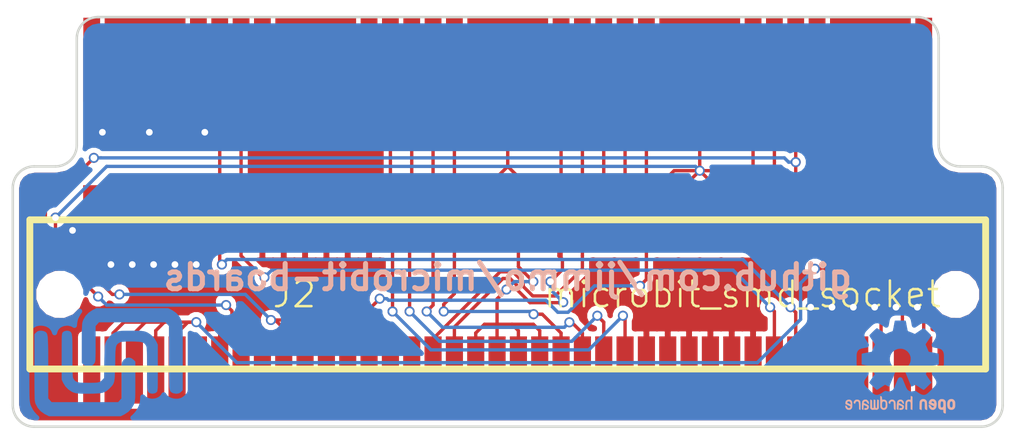
<source format=kicad_pcb>
(kicad_pcb (version 4) (host pcbnew 4.0.7)

  (general
    (links 78)
    (no_connects 2)
    (area 120.396 85.131 181.864001 113.284001)
    (thickness 1.6)
    (drawings 17)
    (tracks 318)
    (zones 0)
    (modules 4)
    (nets 22)
  )

  (page A4)
  (layers
    (0 F.Cu signal)
    (31 B.Cu signal)
    (32 B.Adhes user)
    (33 F.Adhes user)
    (34 B.Paste user)
    (35 F.Paste user)
    (36 B.SilkS user)
    (37 F.SilkS user)
    (38 B.Mask user)
    (39 F.Mask user)
    (40 Dwgs.User user)
    (41 Cmts.User user)
    (42 Eco1.User user)
    (43 Eco2.User user)
    (44 Edge.Cuts user)
    (45 Margin user)
    (46 B.CrtYd user)
    (47 F.CrtYd user)
    (48 B.Fab user)
    (49 F.Fab user)
  )

  (setup
    (last_trace_width 0.2)
    (trace_clearance 0.2)
    (zone_clearance 0.3)
    (zone_45_only no)
    (trace_min 0.2)
    (segment_width 0.2)
    (edge_width 0.15)
    (via_size 0.6)
    (via_drill 0.4)
    (via_min_size 0.4)
    (via_min_drill 0.3)
    (uvia_size 0.3)
    (uvia_drill 0.1)
    (uvias_allowed no)
    (uvia_min_size 0.2)
    (uvia_min_drill 0.1)
    (pcb_text_width 0.3)
    (pcb_text_size 1.5 1.5)
    (mod_edge_width 0.15)
    (mod_text_size 1 1)
    (mod_text_width 0.15)
    (pad_size 1.524 1.524)
    (pad_drill 0.762)
    (pad_to_mask_clearance 0.2)
    (aux_axis_origin 0 0)
    (visible_elements FFFFFF7F)
    (pcbplotparams
      (layerselection 0x010f0_80000001)
      (usegerberextensions false)
      (excludeedgelayer true)
      (linewidth 0.100000)
      (plotframeref false)
      (viasonmask false)
      (mode 1)
      (useauxorigin false)
      (hpglpennumber 1)
      (hpglpenspeed 20)
      (hpglpendiameter 15)
      (hpglpenoverlay 2)
      (psnegative false)
      (psa4output false)
      (plotreference true)
      (plotvalue true)
      (plotinvisibletext false)
      (padsonsilk false)
      (subtractmaskfromsilk false)
      (outputformat 1)
      (mirror false)
      (drillshape 0)
      (scaleselection 1)
      (outputdirectory gerbers/))
  )

  (net 0 "")
  (net 1 MB_0)
  (net 2 MB_1)
  (net 3 MB_2)
  (net 4 MB_3)
  (net 5 MB_4)
  (net 6 MB_5)
  (net 7 MB_6)
  (net 8 MB_7)
  (net 9 MB_8)
  (net 10 MB_9)
  (net 11 MB_10)
  (net 12 MB_11)
  (net 13 MB_12)
  (net 14 MB_13)
  (net 15 MB_14)
  (net 16 MB_15)
  (net 17 MB_16)
  (net 18 MB_19)
  (net 19 MB_20)
  (net 20 MB_3V3)
  (net 21 MB_GND)

  (net_class Default "This is the default net class."
    (clearance 0.2)
    (trace_width 0.2)
    (via_dia 0.6)
    (via_drill 0.4)
    (uvia_dia 0.3)
    (uvia_drill 0.1)
    (add_net MB_0)
    (add_net MB_1)
    (add_net MB_10)
    (add_net MB_11)
    (add_net MB_12)
    (add_net MB_13)
    (add_net MB_14)
    (add_net MB_15)
    (add_net MB_16)
    (add_net MB_19)
    (add_net MB_2)
    (add_net MB_20)
    (add_net MB_3)
    (add_net MB_3V3)
    (add_net MB_4)
    (add_net MB_5)
    (add_net MB_6)
    (add_net MB_7)
    (add_net MB_8)
    (add_net MB_9)
    (add_net MB_GND)
  )

  (module microbit:microbit_edge (layer F.Cu) (tedit 5A23E7EF) (tstamp 5A1D54A7)
    (at 150.876 89.916 180)
    (path /5A1D3513)
    (fp_text reference J1 (at 0 3.81 180) (layer F.SilkS) hide
      (effects (font (size 1 1) (thickness 0.15)))
    )
    (fp_text value microbit_edge (at 0 -3.81 180) (layer F.Fab)
      (effects (font (size 1 1) (thickness 0.15)))
    )
    (pad 1 connect rect (at -21.59 0 180) (size 4.81 5) (layers F.Cu F.Mask)
      (net 1 MB_0))
    (pad 2 connect rect (at -11.43 0 180) (size 4.81 5) (layers F.Cu F.Mask)
      (net 2 MB_1))
    (pad 3 connect rect (at 0 0 180) (size 4.81 5) (layers F.Cu F.Mask)
      (net 3 MB_2))
    (pad 4 connect rect (at -24.765 0 180) (size 1 5) (layers F.Cu F.Mask)
      (net 4 MB_3))
    (pad 5 connect rect (at -18.415 0 180) (size 1 5) (layers F.Cu F.Mask)
      (net 5 MB_4))
    (pad 6 connect rect (at -17.145 0 180) (size 1 5) (layers F.Cu F.Mask)
      (net 6 MB_5))
    (pad 7 connect rect (at -15.875 0 180) (size 1 5) (layers F.Cu F.Mask)
      (net 7 MB_6))
    (pad 8 connect rect (at -14.605 0 180) (size 1 5) (layers F.Cu F.Mask)
      (net 8 MB_7))
    (pad 9 connect rect (at -8.255 0 180) (size 1 5) (layers F.Cu F.Mask)
      (net 9 MB_8))
    (pad 10 connect rect (at -6.985 0 180) (size 1 5) (layers F.Cu F.Mask)
      (net 10 MB_9))
    (pad 11 connect rect (at -5.715 0 180) (size 1 5) (layers F.Cu F.Mask)
      (net 11 MB_10))
    (pad 12 connect rect (at -4.445 0 180) (size 1 5) (layers F.Cu F.Mask)
      (net 12 MB_11))
    (pad 13 connect rect (at -3.175 0 180) (size 1 5) (layers F.Cu F.Mask)
      (net 13 MB_12))
    (pad 14 connect rect (at 3.175 0 180) (size 1 5) (layers F.Cu F.Mask)
      (net 14 MB_13))
    (pad 15 connect rect (at 4.445 0 180) (size 1 5) (layers F.Cu F.Mask)
      (net 15 MB_14))
    (pad 16 connect rect (at 5.715 0 180) (size 1 5) (layers F.Cu F.Mask)
      (net 16 MB_15))
    (pad 17 connect rect (at 6.985 0 180) (size 1 5) (layers F.Cu F.Mask)
      (net 17 MB_16))
    (pad 18 connect rect (at 15.875 0 180) (size 1 5) (layers F.Cu F.Mask)
      (net 18 MB_19))
    (pad 19 connect rect (at 17.145 0 180) (size 1 5) (layers F.Cu F.Mask)
      (net 19 MB_20))
    (pad 20 connect rect (at 8.255 0 180) (size 1 5) (layers F.Cu F.Mask)
      (net 20 MB_3V3))
    (pad 21 connect rect (at 11.43 0 180) (size 4.81 5) (layers F.Cu F.Mask)
      (net 20 MB_3V3))
    (pad 22 connect rect (at 14.605 0 180) (size 1 5) (layers F.Cu F.Mask)
      (net 20 MB_3V3))
    (pad 23 connect rect (at 18.415 0 180) (size 1 5) (layers F.Cu F.Mask)
      (net 21 MB_GND))
    (pad 24 connect rect (at 21.59 0 180) (size 4.81 5) (layers F.Cu F.Mask)
      (net 21 MB_GND))
    (pad 25 connect rect (at 24.765 0 180) (size 1 5) (layers F.Cu F.Mask)
      (net 21 MB_GND))
  )

  (module logos:ncss (layer B.Cu) (tedit 0) (tstamp 5A1EB456)
    (at 127.254 108.204)
    (path /5A1EB384)
    (fp_text reference Z1 (at 0 0) (layer B.SilkS) hide
      (effects (font (thickness 0.3)) (justify mirror))
    )
    (fp_text value ncss (at 0.75 0) (layer B.SilkS) hide
      (effects (font (thickness 0.3)) (justify mirror))
    )
    (fp_poly (pts (xy 4.010394 1.57904) (xy 4.094253 1.545143) (xy 4.165491 1.484381) (xy 4.268611 1.381261)
      (xy 4.268611 -0.595685) (xy 4.268525 -1.020102) (xy 4.268134 -1.379953) (xy 4.267241 -1.68123)
      (xy 4.265646 -1.929923) (xy 4.263153 -2.132021) (xy 4.259563 -2.293516) (xy 4.254677 -2.420398)
      (xy 4.248299 -2.518656) (xy 4.240228 -2.594282) (xy 4.230268 -2.653266) (xy 4.21822 -2.701598)
      (xy 4.203887 -2.745269) (xy 4.196879 -2.764352) (xy 4.072132 -3.000431) (xy 3.890979 -3.204664)
      (xy 3.664847 -3.364618) (xy 3.626951 -3.384425) (xy 3.410675 -3.4925) (xy -0.870675 -3.4925)
      (xy -1.086951 -3.384425) (xy -1.318965 -3.232354) (xy -1.50775 -3.034099) (xy -1.641881 -2.802093)
      (xy -1.656879 -2.764352) (xy -1.67657 -2.707686) (xy -1.692302 -2.64875) (xy -1.704516 -2.579203)
      (xy -1.713652 -2.490704) (xy -1.720152 -2.374912) (xy -1.724457 -2.223486) (xy -1.727006 -2.028084)
      (xy -1.728242 -1.780366) (xy -1.728605 -1.471991) (xy -1.728611 -1.407074) (xy -1.728611 -0.241517)
      (xy -1.628086 -0.140991) (xy -1.487274 -0.042429) (xy -1.336777 -0.009591) (xy -1.188915 -0.041165)
      (xy -1.05601 -0.135841) (xy -0.997914 -0.208064) (xy -0.974918 -0.243968) (xy -0.956766 -0.281141)
      (xy -0.942886 -0.327907) (xy -0.932705 -0.392592) (xy -0.92565 -0.483518) (xy -0.921147 -0.609012)
      (xy -0.918625 -0.777397) (xy -0.91751 -0.996997) (xy -0.91723 -1.276137) (xy -0.917222 -1.380493)
      (xy -0.917222 -2.433053) (xy -0.814283 -2.548263) (xy -0.711343 -2.663472) (xy 3.251343 -2.663472)
      (xy 3.354283 -2.548263) (xy 3.457222 -2.433053) (xy 3.457222 -0.579775) (xy 3.457286 -0.156023)
      (xy 3.457813 0.202956) (xy 3.459307 0.502943) (xy 3.462273 0.749721) (xy 3.467213 0.949071)
      (xy 3.474631 1.106777) (xy 3.485032 1.22862) (xy 3.498919 1.320382) (xy 3.516796 1.387846)
      (xy 3.539167 1.436793) (xy 3.566536 1.473006) (xy 3.599405 1.502266) (xy 3.63828 1.530356)
      (xy 3.641259 1.532442) (xy 3.729174 1.567749) (xy 3.852379 1.58633) (xy 3.891119 1.5875)
      (xy 4.010394 1.57904)) (layer B.Mask) (width 0.01))
    (fp_poly (pts (xy 0.804728 2.819982) (xy 1.036742 2.66791) (xy 1.225528 2.469655) (xy 1.359659 2.237649)
      (xy 1.374657 2.199908) (xy 1.394348 2.143242) (xy 1.410079 2.084306) (xy 1.422293 2.014759)
      (xy 1.43143 1.92626) (xy 1.43793 1.810468) (xy 1.442234 1.659042) (xy 1.444784 1.46364)
      (xy 1.44602 1.215922) (xy 1.446382 0.907547) (xy 1.446389 0.84263) (xy 1.446389 -0.322927)
      (xy 1.345863 -0.423452) (xy 1.205052 -0.522015) (xy 1.054554 -0.554853) (xy 0.906692 -0.523279)
      (xy 0.773787 -0.428603) (xy 0.715692 -0.35638) (xy 0.692695 -0.320476) (xy 0.674543 -0.283303)
      (xy 0.660663 -0.236537) (xy 0.650482 -0.171852) (xy 0.643427 -0.080925) (xy 0.638925 0.044568)
      (xy 0.636403 0.212953) (xy 0.635288 0.432553) (xy 0.635007 0.711693) (xy 0.635 0.81605)
      (xy 0.635 1.868609) (xy 0.53206 1.983819) (xy 0.429121 2.099028) (xy -3.533566 2.099028)
      (xy -3.636505 1.983819) (xy -3.739445 1.868609) (xy -3.739445 0.033588) (xy -3.739577 -0.392635)
      (xy -3.740299 -0.75406) (xy -3.7421 -1.056441) (xy -3.745467 -1.305535) (xy -3.75089 -1.507099)
      (xy -3.758855 -1.666887) (xy -3.769852 -1.790657) (xy -3.784368 -1.884164) (xy -3.802893 -1.953164)
      (xy -3.825914 -2.003415) (xy -3.853919 -2.040671) (xy -3.887397 -2.070689) (xy -3.919957 -2.094417)
      (xy -4.015805 -2.133294) (xy -4.147846 -2.151455) (xy -4.173341 -2.151944) (xy -4.292617 -2.143484)
      (xy -4.376475 -2.109587) (xy -4.447714 -2.048825) (xy -4.550833 -1.945705) (xy -4.550833 0.031241)
      (xy -4.550747 0.455658) (xy -4.550357 0.815509) (xy -4.549463 1.116786) (xy -4.547869 1.365479)
      (xy -4.545376 1.567577) (xy -4.541785 1.729072) (xy -4.5369 1.855954) (xy -4.530521 1.954212)
      (xy -4.522451 2.029838) (xy -4.512491 2.088822) (xy -4.500443 2.137154) (xy -4.486109 2.180825)
      (xy -4.479102 2.199908) (xy -4.354354 2.435987) (xy -4.173201 2.64022) (xy -3.94707 2.800174)
      (xy -3.909173 2.819982) (xy -3.692898 2.928056) (xy 0.588453 2.928056) (xy 0.804728 2.819982)) (layer B.Mask) (width 0.01))
    (fp_poly (pts (xy -1.048132 1.585252) (xy -0.815205 1.576715) (xy -0.630806 1.559204) (xy -0.483968 1.530031)
      (xy -0.363722 1.48651) (xy -0.259102 1.425954) (xy -0.15914 1.345676) (xy -0.091281 1.281464)
      (xy -0.004055 1.194311) (xy 0.065696 1.117387) (xy 0.120083 1.041592) (xy 0.161213 0.957824)
      (xy 0.191195 0.856985) (xy 0.212137 0.729973) (xy 0.22615 0.567688) (xy 0.235341 0.36103)
      (xy 0.24182 0.100899) (xy 0.246926 -0.178051) (xy 0.252716 -0.489394) (xy 0.259081 -0.738349)
      (xy 0.267677 -0.933073) (xy 0.28016 -1.081727) (xy 0.298187 -1.192469) (xy 0.323411 -1.273457)
      (xy 0.35749 -1.332851) (xy 0.402078 -1.378809) (xy 0.458832 -1.41949) (xy 0.504625 -1.447941)
      (xy 0.554544 -1.473968) (xy 0.613519 -1.492551) (xy 0.693749 -1.504908) (xy 0.807435 -1.512258)
      (xy 0.966773 -1.515819) (xy 1.183964 -1.516809) (xy 1.194113 -1.516812) (xy 1.449286 -1.514469)
      (xy 1.644615 -1.505488) (xy 1.790703 -1.487139) (xy 1.898153 -1.456692) (xy 1.977568 -1.411419)
      (xy 2.039552 -1.348589) (xy 2.080833 -1.288538) (xy 2.099583 -1.255252) (xy 2.114717 -1.217361)
      (xy 2.126621 -1.167402) (xy 2.13568 -1.097909) (xy 2.142282 -1.001417) (xy 2.146812 -0.870463)
      (xy 2.149657 -0.69758) (xy 2.151203 -0.475305) (xy 2.151836 -0.196173) (xy 2.151944 0.085858)
      (xy 2.15225 0.431098) (xy 2.153619 0.712899) (xy 2.156723 0.938377) (xy 2.162239 1.114648)
      (xy 2.17084 1.248828) (xy 2.183201 1.348032) (xy 2.199996 1.419378) (xy 2.221901 1.46998)
      (xy 2.249589 1.506954) (xy 2.283736 1.537417) (xy 2.289998 1.542281) (xy 2.391921 1.582662)
      (xy 2.519594 1.585306) (xy 2.641003 1.552988) (xy 2.710239 1.505852) (xy 2.729627 1.483822)
      (xy 2.745435 1.45846) (xy 2.758027 1.422846) (xy 2.767767 1.370058) (xy 2.775017 1.293176)
      (xy 2.78014 1.185278) (xy 2.7835 1.039444) (xy 2.78546 0.848752) (xy 2.786383 0.606283)
      (xy 2.786633 0.305115) (xy 2.7866 0.050643) (xy 2.786255 -1.322916) (xy 2.700248 -1.507649)
      (xy 2.571627 -1.714611) (xy 2.397498 -1.896042) (xy 2.197006 -2.033811) (xy 2.09668 -2.079237)
      (xy 2.021869 -2.104632) (xy 1.944619 -2.123397) (xy 1.852906 -2.136507) (xy 1.734703 -2.144937)
      (xy 1.577983 -2.14966) (xy 1.370722 -2.151652) (xy 1.199444 -2.151944) (xy 0.951006 -2.151181)
      (xy 0.761193 -2.148264) (xy 0.618082 -2.142251) (xy 0.509753 -2.1322) (xy 0.424286 -2.117167)
      (xy 0.349758 -2.096211) (xy 0.30826 -2.081501) (xy 0.10214 -1.970118) (xy -0.084534 -1.803832)
      (xy -0.235575 -1.598217) (xy -0.278406 -1.516944) (xy -0.305349 -1.458427) (xy -0.326609 -1.403543)
      (xy -0.343038 -1.343087) (xy -0.355484 -1.267855) (xy -0.364798 -1.168639) (xy -0.371829 -1.036234)
      (xy -0.377427 -0.861436) (xy -0.382442 -0.635038) (xy -0.387723 -0.347835) (xy -0.388056 -0.329076)
      (xy -0.405695 0.664765) (xy -0.493889 0.759068) (xy -0.562946 0.827397) (xy -0.63169 0.877517)
      (xy -0.712337 0.912212) (xy -0.817105 0.934269) (xy -0.958211 0.946472) (xy -1.147873 0.951608)
      (xy -1.342292 0.9525) (xy -1.596379 0.950029) (xy -1.790691 0.940768) (xy -1.935894 0.921948)
      (xy -2.042653 0.890801) (xy -2.121634 0.844556) (xy -2.183503 0.780444) (xy -2.221944 0.724094)
      (xy -2.240848 0.690511) (xy -2.256073 0.652285) (xy -2.268017 0.601874) (xy -2.277074 0.531733)
      (xy -2.283644 0.434318) (xy -2.288122 0.302087) (xy -2.290904 0.127494) (xy -2.292389 -0.097004)
      (xy -2.292972 -0.378951) (xy -2.293056 -0.628048) (xy -2.293534 -0.978643) (xy -2.295389 -1.265663)
      (xy -2.299254 -1.496087) (xy -2.305761 -1.676891) (xy -2.31554 -1.815053) (xy -2.329226 -1.91755)
      (xy -2.347449 -1.99136) (xy -2.370841 -2.043459) (xy -2.400035 -2.080826) (xy -2.426734 -2.10385)
      (xy -2.532024 -2.146195) (xy -2.661784 -2.14965) (xy -2.784155 -2.116733) (xy -2.851351 -2.070295)
      (xy -2.870738 -2.048266) (xy -2.886546 -2.022904) (xy -2.899139 -1.98729) (xy -2.908878 -1.934502)
      (xy -2.916128 -1.857619) (xy -2.921252 -1.749722) (xy -2.924612 -1.603888) (xy -2.926572 -1.413196)
      (xy -2.927495 -1.170727) (xy -2.927744 -0.869559) (xy -2.927711 -0.615087) (xy -2.927366 0.758472)
      (xy -2.84136 0.943205) (xy -2.712739 1.150167) (xy -2.538609 1.331598) (xy -2.338117 1.469367)
      (xy -2.237792 1.514793) (xy -2.16298 1.540188) (xy -2.085731 1.558953) (xy -1.994017 1.572063)
      (xy -1.875814 1.580493) (xy -1.719095 1.585216) (xy -1.511833 1.587208) (xy -1.340556 1.5875)
      (xy -1.048132 1.585252)) (layer B.Mask) (width 0.01))
    (fp_poly (pts (xy 4.010394 1.57904) (xy 4.094253 1.545143) (xy 4.165491 1.484381) (xy 4.268611 1.381261)
      (xy 4.268611 -0.595685) (xy 4.268525 -1.020102) (xy 4.268134 -1.379953) (xy 4.267241 -1.68123)
      (xy 4.265646 -1.929923) (xy 4.263153 -2.132021) (xy 4.259563 -2.293516) (xy 4.254677 -2.420398)
      (xy 4.248299 -2.518656) (xy 4.240228 -2.594282) (xy 4.230268 -2.653266) (xy 4.21822 -2.701598)
      (xy 4.203887 -2.745269) (xy 4.196879 -2.764352) (xy 4.072132 -3.000431) (xy 3.890979 -3.204664)
      (xy 3.664847 -3.364618) (xy 3.626951 -3.384425) (xy 3.410675 -3.4925) (xy -0.870675 -3.4925)
      (xy -1.086951 -3.384425) (xy -1.318965 -3.232354) (xy -1.50775 -3.034099) (xy -1.641881 -2.802093)
      (xy -1.656879 -2.764352) (xy -1.67657 -2.707686) (xy -1.692302 -2.64875) (xy -1.704516 -2.579203)
      (xy -1.713652 -2.490704) (xy -1.720152 -2.374912) (xy -1.724457 -2.223486) (xy -1.727006 -2.028084)
      (xy -1.728242 -1.780366) (xy -1.728605 -1.471991) (xy -1.728611 -1.407074) (xy -1.728611 -0.241517)
      (xy -1.628086 -0.140991) (xy -1.487274 -0.042429) (xy -1.336777 -0.009591) (xy -1.188915 -0.041165)
      (xy -1.05601 -0.135841) (xy -0.997914 -0.208064) (xy -0.974918 -0.243968) (xy -0.956766 -0.281141)
      (xy -0.942886 -0.327907) (xy -0.932705 -0.392592) (xy -0.92565 -0.483518) (xy -0.921147 -0.609012)
      (xy -0.918625 -0.777397) (xy -0.91751 -0.996997) (xy -0.91723 -1.276137) (xy -0.917222 -1.380493)
      (xy -0.917222 -2.433053) (xy -0.814283 -2.548263) (xy -0.711343 -2.663472) (xy 3.251343 -2.663472)
      (xy 3.354283 -2.548263) (xy 3.457222 -2.433053) (xy 3.457222 -0.579775) (xy 3.457286 -0.156023)
      (xy 3.457813 0.202956) (xy 3.459307 0.502943) (xy 3.462273 0.749721) (xy 3.467213 0.949071)
      (xy 3.474631 1.106777) (xy 3.485032 1.22862) (xy 3.498919 1.320382) (xy 3.516796 1.387846)
      (xy 3.539167 1.436793) (xy 3.566536 1.473006) (xy 3.599405 1.502266) (xy 3.63828 1.530356)
      (xy 3.641259 1.532442) (xy 3.729174 1.567749) (xy 3.852379 1.58633) (xy 3.891119 1.5875)
      (xy 4.010394 1.57904)) (layer B.Cu) (width 0.01))
    (fp_poly (pts (xy 0.804728 2.819982) (xy 1.036742 2.66791) (xy 1.225528 2.469655) (xy 1.359659 2.237649)
      (xy 1.374657 2.199908) (xy 1.394348 2.143242) (xy 1.410079 2.084306) (xy 1.422293 2.014759)
      (xy 1.43143 1.92626) (xy 1.43793 1.810468) (xy 1.442234 1.659042) (xy 1.444784 1.46364)
      (xy 1.44602 1.215922) (xy 1.446382 0.907547) (xy 1.446389 0.84263) (xy 1.446389 -0.322927)
      (xy 1.345863 -0.423452) (xy 1.205052 -0.522015) (xy 1.054554 -0.554853) (xy 0.906692 -0.523279)
      (xy 0.773787 -0.428603) (xy 0.715692 -0.35638) (xy 0.692695 -0.320476) (xy 0.674543 -0.283303)
      (xy 0.660663 -0.236537) (xy 0.650482 -0.171852) (xy 0.643427 -0.080925) (xy 0.638925 0.044568)
      (xy 0.636403 0.212953) (xy 0.635288 0.432553) (xy 0.635007 0.711693) (xy 0.635 0.81605)
      (xy 0.635 1.868609) (xy 0.53206 1.983819) (xy 0.429121 2.099028) (xy -3.533566 2.099028)
      (xy -3.636505 1.983819) (xy -3.739445 1.868609) (xy -3.739445 0.033588) (xy -3.739577 -0.392635)
      (xy -3.740299 -0.75406) (xy -3.7421 -1.056441) (xy -3.745467 -1.305535) (xy -3.75089 -1.507099)
      (xy -3.758855 -1.666887) (xy -3.769852 -1.790657) (xy -3.784368 -1.884164) (xy -3.802893 -1.953164)
      (xy -3.825914 -2.003415) (xy -3.853919 -2.040671) (xy -3.887397 -2.070689) (xy -3.919957 -2.094417)
      (xy -4.015805 -2.133294) (xy -4.147846 -2.151455) (xy -4.173341 -2.151944) (xy -4.292617 -2.143484)
      (xy -4.376475 -2.109587) (xy -4.447714 -2.048825) (xy -4.550833 -1.945705) (xy -4.550833 0.031241)
      (xy -4.550747 0.455658) (xy -4.550357 0.815509) (xy -4.549463 1.116786) (xy -4.547869 1.365479)
      (xy -4.545376 1.567577) (xy -4.541785 1.729072) (xy -4.5369 1.855954) (xy -4.530521 1.954212)
      (xy -4.522451 2.029838) (xy -4.512491 2.088822) (xy -4.500443 2.137154) (xy -4.486109 2.180825)
      (xy -4.479102 2.199908) (xy -4.354354 2.435987) (xy -4.173201 2.64022) (xy -3.94707 2.800174)
      (xy -3.909173 2.819982) (xy -3.692898 2.928056) (xy 0.588453 2.928056) (xy 0.804728 2.819982)) (layer B.Cu) (width 0.01))
    (fp_poly (pts (xy -1.048132 1.585252) (xy -0.815205 1.576715) (xy -0.630806 1.559204) (xy -0.483968 1.530031)
      (xy -0.363722 1.48651) (xy -0.259102 1.425954) (xy -0.15914 1.345676) (xy -0.091281 1.281464)
      (xy -0.004055 1.194311) (xy 0.065696 1.117387) (xy 0.120083 1.041592) (xy 0.161213 0.957824)
      (xy 0.191195 0.856985) (xy 0.212137 0.729973) (xy 0.22615 0.567688) (xy 0.235341 0.36103)
      (xy 0.24182 0.100899) (xy 0.246926 -0.178051) (xy 0.252716 -0.489394) (xy 0.259081 -0.738349)
      (xy 0.267677 -0.933073) (xy 0.28016 -1.081727) (xy 0.298187 -1.192469) (xy 0.323411 -1.273457)
      (xy 0.35749 -1.332851) (xy 0.402078 -1.378809) (xy 0.458832 -1.41949) (xy 0.504625 -1.447941)
      (xy 0.554544 -1.473968) (xy 0.613519 -1.492551) (xy 0.693749 -1.504908) (xy 0.807435 -1.512258)
      (xy 0.966773 -1.515819) (xy 1.183964 -1.516809) (xy 1.194113 -1.516812) (xy 1.449286 -1.514469)
      (xy 1.644615 -1.505488) (xy 1.790703 -1.487139) (xy 1.898153 -1.456692) (xy 1.977568 -1.411419)
      (xy 2.039552 -1.348589) (xy 2.080833 -1.288538) (xy 2.099583 -1.255252) (xy 2.114717 -1.217361)
      (xy 2.126621 -1.167402) (xy 2.13568 -1.097909) (xy 2.142282 -1.001417) (xy 2.146812 -0.870463)
      (xy 2.149657 -0.69758) (xy 2.151203 -0.475305) (xy 2.151836 -0.196173) (xy 2.151944 0.085858)
      (xy 2.15225 0.431098) (xy 2.153619 0.712899) (xy 2.156723 0.938377) (xy 2.162239 1.114648)
      (xy 2.17084 1.248828) (xy 2.183201 1.348032) (xy 2.199996 1.419378) (xy 2.221901 1.46998)
      (xy 2.249589 1.506954) (xy 2.283736 1.537417) (xy 2.289998 1.542281) (xy 2.391921 1.582662)
      (xy 2.519594 1.585306) (xy 2.641003 1.552988) (xy 2.710239 1.505852) (xy 2.729627 1.483822)
      (xy 2.745435 1.45846) (xy 2.758027 1.422846) (xy 2.767767 1.370058) (xy 2.775017 1.293176)
      (xy 2.78014 1.185278) (xy 2.7835 1.039444) (xy 2.78546 0.848752) (xy 2.786383 0.606283)
      (xy 2.786633 0.305115) (xy 2.7866 0.050643) (xy 2.786255 -1.322916) (xy 2.700248 -1.507649)
      (xy 2.571627 -1.714611) (xy 2.397498 -1.896042) (xy 2.197006 -2.033811) (xy 2.09668 -2.079237)
      (xy 2.021869 -2.104632) (xy 1.944619 -2.123397) (xy 1.852906 -2.136507) (xy 1.734703 -2.144937)
      (xy 1.577983 -2.14966) (xy 1.370722 -2.151652) (xy 1.199444 -2.151944) (xy 0.951006 -2.151181)
      (xy 0.761193 -2.148264) (xy 0.618082 -2.142251) (xy 0.509753 -2.1322) (xy 0.424286 -2.117167)
      (xy 0.349758 -2.096211) (xy 0.30826 -2.081501) (xy 0.10214 -1.970118) (xy -0.084534 -1.803832)
      (xy -0.235575 -1.598217) (xy -0.278406 -1.516944) (xy -0.305349 -1.458427) (xy -0.326609 -1.403543)
      (xy -0.343038 -1.343087) (xy -0.355484 -1.267855) (xy -0.364798 -1.168639) (xy -0.371829 -1.036234)
      (xy -0.377427 -0.861436) (xy -0.382442 -0.635038) (xy -0.387723 -0.347835) (xy -0.388056 -0.329076)
      (xy -0.405695 0.664765) (xy -0.493889 0.759068) (xy -0.562946 0.827397) (xy -0.63169 0.877517)
      (xy -0.712337 0.912212) (xy -0.817105 0.934269) (xy -0.958211 0.946472) (xy -1.147873 0.951608)
      (xy -1.342292 0.9525) (xy -1.596379 0.950029) (xy -1.790691 0.940768) (xy -1.935894 0.921948)
      (xy -2.042653 0.890801) (xy -2.121634 0.844556) (xy -2.183503 0.780444) (xy -2.221944 0.724094)
      (xy -2.240848 0.690511) (xy -2.256073 0.652285) (xy -2.268017 0.601874) (xy -2.277074 0.531733)
      (xy -2.283644 0.434318) (xy -2.288122 0.302087) (xy -2.290904 0.127494) (xy -2.292389 -0.097004)
      (xy -2.292972 -0.378951) (xy -2.293056 -0.628048) (xy -2.293534 -0.978643) (xy -2.295389 -1.265663)
      (xy -2.299254 -1.496087) (xy -2.305761 -1.676891) (xy -2.31554 -1.815053) (xy -2.329226 -1.91755)
      (xy -2.347449 -1.99136) (xy -2.370841 -2.043459) (xy -2.400035 -2.080826) (xy -2.426734 -2.10385)
      (xy -2.532024 -2.146195) (xy -2.661784 -2.14965) (xy -2.784155 -2.116733) (xy -2.851351 -2.070295)
      (xy -2.870738 -2.048266) (xy -2.886546 -2.022904) (xy -2.899139 -1.98729) (xy -2.908878 -1.934502)
      (xy -2.916128 -1.857619) (xy -2.921252 -1.749722) (xy -2.924612 -1.603888) (xy -2.926572 -1.413196)
      (xy -2.927495 -1.170727) (xy -2.927744 -0.869559) (xy -2.927711 -0.615087) (xy -2.927366 0.758472)
      (xy -2.84136 0.943205) (xy -2.712739 1.150167) (xy -2.538609 1.331598) (xy -2.338117 1.469367)
      (xy -2.237792 1.514793) (xy -2.16298 1.540188) (xy -2.085731 1.558953) (xy -1.994017 1.572063)
      (xy -1.875814 1.580493) (xy -1.719095 1.585216) (xy -1.511833 1.587208) (xy -1.340556 1.5875)
      (xy -1.048132 1.585252)) (layer B.Cu) (width 0.01))
  )

  (module logos:OSHW-Logo2_7.3x6mm_Copper (layer B.Cu) (tedit 0) (tstamp 5A1EB45A)
    (at 174.244 108.204 180)
    (descr "Open Source Hardware Symbol")
    (tags "Logo Symbol OSHW")
    (path /5A1EB3BA)
    (attr virtual)
    (fp_text reference Z2 (at 0 0 180) (layer B.SilkS) hide
      (effects (font (size 1 1) (thickness 0.15)) (justify mirror))
    )
    (fp_text value oshw (at 0.75 0 180) (layer B.Fab) hide
      (effects (font (size 1 1) (thickness 0.15)) (justify mirror))
    )
    (fp_poly (pts (xy -2.400256 -1.919918) (xy -2.344799 -1.947568) (xy -2.295852 -1.99848) (xy -2.282371 -2.017338)
      (xy -2.267686 -2.042015) (xy -2.258158 -2.068816) (xy -2.252707 -2.104587) (xy -2.250253 -2.156169)
      (xy -2.249714 -2.224267) (xy -2.252148 -2.317588) (xy -2.260606 -2.387657) (xy -2.276826 -2.439931)
      (xy -2.302546 -2.479869) (xy -2.339503 -2.512929) (xy -2.342218 -2.514886) (xy -2.37864 -2.534908)
      (xy -2.422498 -2.544815) (xy -2.478276 -2.547257) (xy -2.568952 -2.547257) (xy -2.56899 -2.635283)
      (xy -2.569834 -2.684308) (xy -2.574976 -2.713065) (xy -2.588413 -2.730311) (xy -2.614142 -2.744808)
      (xy -2.620321 -2.747769) (xy -2.649236 -2.761648) (xy -2.671624 -2.770414) (xy -2.688271 -2.771171)
      (xy -2.699964 -2.761023) (xy -2.70749 -2.737073) (xy -2.711634 -2.696426) (xy -2.713185 -2.636186)
      (xy -2.712929 -2.553455) (xy -2.711651 -2.445339) (xy -2.711252 -2.413) (xy -2.709815 -2.301524)
      (xy -2.708528 -2.228603) (xy -2.569029 -2.228603) (xy -2.568245 -2.290499) (xy -2.56476 -2.330997)
      (xy -2.556876 -2.357708) (xy -2.542895 -2.378244) (xy -2.533403 -2.38826) (xy -2.494596 -2.417567)
      (xy -2.460237 -2.419952) (xy -2.424784 -2.39575) (xy -2.423886 -2.394857) (xy -2.409461 -2.376153)
      (xy -2.400687 -2.350732) (xy -2.396261 -2.311584) (xy -2.394882 -2.251697) (xy -2.394857 -2.23843)
      (xy -2.398188 -2.155901) (xy -2.409031 -2.098691) (xy -2.42866 -2.063766) (xy -2.45835 -2.048094)
      (xy -2.475509 -2.046514) (xy -2.516234 -2.053926) (xy -2.544168 -2.07833) (xy -2.560983 -2.12298)
      (xy -2.56835 -2.19113) (xy -2.569029 -2.228603) (xy -2.708528 -2.228603) (xy -2.708292 -2.215245)
      (xy -2.706323 -2.150333) (xy -2.70355 -2.102958) (xy -2.699612 -2.06929) (xy -2.694151 -2.045498)
      (xy -2.686808 -2.027753) (xy -2.677223 -2.012224) (xy -2.673113 -2.006381) (xy -2.618595 -1.951185)
      (xy -2.549664 -1.91989) (xy -2.469928 -1.911165) (xy -2.400256 -1.919918)) (layer B.SilkS) (width 0.01))
    (fp_poly (pts (xy -1.283907 -1.92778) (xy -1.237328 -1.954723) (xy -1.204943 -1.981466) (xy -1.181258 -2.009484)
      (xy -1.164941 -2.043748) (xy -1.154661 -2.089227) (xy -1.149086 -2.150892) (xy -1.146884 -2.233711)
      (xy -1.146629 -2.293246) (xy -1.146629 -2.512391) (xy -1.208314 -2.540044) (xy -1.27 -2.567697)
      (xy -1.277257 -2.32767) (xy -1.280256 -2.238028) (xy -1.283402 -2.172962) (xy -1.287299 -2.128026)
      (xy -1.292553 -2.09877) (xy -1.299769 -2.080748) (xy -1.30955 -2.069511) (xy -1.312688 -2.067079)
      (xy -1.360239 -2.048083) (xy -1.408303 -2.0556) (xy -1.436914 -2.075543) (xy -1.448553 -2.089675)
      (xy -1.456609 -2.10822) (xy -1.461729 -2.136334) (xy -1.464559 -2.179173) (xy -1.465744 -2.241895)
      (xy -1.465943 -2.307261) (xy -1.465982 -2.389268) (xy -1.467386 -2.447316) (xy -1.472086 -2.486465)
      (xy -1.482013 -2.51178) (xy -1.499097 -2.528323) (xy -1.525268 -2.541156) (xy -1.560225 -2.554491)
      (xy -1.598404 -2.569007) (xy -1.593859 -2.311389) (xy -1.592029 -2.218519) (xy -1.589888 -2.149889)
      (xy -1.586819 -2.100711) (xy -1.582206 -2.066198) (xy -1.575432 -2.041562) (xy -1.565881 -2.022016)
      (xy -1.554366 -2.00477) (xy -1.49881 -1.94968) (xy -1.43102 -1.917822) (xy -1.357287 -1.910191)
      (xy -1.283907 -1.92778)) (layer B.SilkS) (width 0.01))
    (fp_poly (pts (xy -2.958885 -1.921962) (xy -2.890855 -1.957733) (xy -2.840649 -2.015301) (xy -2.822815 -2.052312)
      (xy -2.808937 -2.107882) (xy -2.801833 -2.178096) (xy -2.80116 -2.254727) (xy -2.806573 -2.329552)
      (xy -2.81773 -2.394342) (xy -2.834286 -2.440873) (xy -2.839374 -2.448887) (xy -2.899645 -2.508707)
      (xy -2.971231 -2.544535) (xy -3.048908 -2.55502) (xy -3.127452 -2.53881) (xy -3.149311 -2.529092)
      (xy -3.191878 -2.499143) (xy -3.229237 -2.459433) (xy -3.232768 -2.454397) (xy -3.247119 -2.430124)
      (xy -3.256606 -2.404178) (xy -3.26221 -2.370022) (xy -3.264914 -2.321119) (xy -3.265701 -2.250935)
      (xy -3.265714 -2.2352) (xy -3.265678 -2.230192) (xy -3.120571 -2.230192) (xy -3.119727 -2.29643)
      (xy -3.116404 -2.340386) (xy -3.109417 -2.368779) (xy -3.097584 -2.388325) (xy -3.091543 -2.394857)
      (xy -3.056814 -2.41968) (xy -3.023097 -2.418548) (xy -2.989005 -2.397016) (xy -2.968671 -2.374029)
      (xy -2.956629 -2.340478) (xy -2.949866 -2.287569) (xy -2.949402 -2.281399) (xy -2.948248 -2.185513)
      (xy -2.960312 -2.114299) (xy -2.98543 -2.068194) (xy -3.02344 -2.047635) (xy -3.037008 -2.046514)
      (xy -3.072636 -2.052152) (xy -3.097006 -2.071686) (xy -3.111907 -2.109042) (xy -3.119125 -2.16815)
      (xy -3.120571 -2.230192) (xy -3.265678 -2.230192) (xy -3.265174 -2.160413) (xy -3.262904 -2.108159)
      (xy -3.257932 -2.071949) (xy -3.249287 -2.045299) (xy -3.235995 -2.021722) (xy -3.233057 -2.017338)
      (xy -3.183687 -1.958249) (xy -3.129891 -1.923947) (xy -3.064398 -1.910331) (xy -3.042158 -1.909665)
      (xy -2.958885 -1.921962)) (layer B.SilkS) (width 0.01))
    (fp_poly (pts (xy -1.831697 -1.931239) (xy -1.774473 -1.969735) (xy -1.730251 -2.025335) (xy -1.703833 -2.096086)
      (xy -1.69849 -2.148162) (xy -1.699097 -2.169893) (xy -1.704178 -2.186531) (xy -1.718145 -2.201437)
      (xy -1.745411 -2.217973) (xy -1.790388 -2.239498) (xy -1.857489 -2.269374) (xy -1.857829 -2.269524)
      (xy -1.919593 -2.297813) (xy -1.970241 -2.322933) (xy -2.004596 -2.342179) (xy -2.017482 -2.352848)
      (xy -2.017486 -2.352934) (xy -2.006128 -2.376166) (xy -1.979569 -2.401774) (xy -1.949077 -2.420221)
      (xy -1.93363 -2.423886) (xy -1.891485 -2.411212) (xy -1.855192 -2.379471) (xy -1.837483 -2.344572)
      (xy -1.820448 -2.318845) (xy -1.787078 -2.289546) (xy -1.747851 -2.264235) (xy -1.713244 -2.250471)
      (xy -1.706007 -2.249714) (xy -1.697861 -2.26216) (xy -1.69737 -2.293972) (xy -1.703357 -2.336866)
      (xy -1.714643 -2.382558) (xy -1.73005 -2.422761) (xy -1.730829 -2.424322) (xy -1.777196 -2.489062)
      (xy -1.837289 -2.533097) (xy -1.905535 -2.554711) (xy -1.976362 -2.552185) (xy -2.044196 -2.523804)
      (xy -2.047212 -2.521808) (xy -2.100573 -2.473448) (xy -2.13566 -2.410352) (xy -2.155078 -2.327387)
      (xy -2.157684 -2.304078) (xy -2.162299 -2.194055) (xy -2.156767 -2.142748) (xy -2.017486 -2.142748)
      (xy -2.015676 -2.174753) (xy -2.005778 -2.184093) (xy -1.981102 -2.177105) (xy -1.942205 -2.160587)
      (xy -1.898725 -2.139881) (xy -1.897644 -2.139333) (xy -1.860791 -2.119949) (xy -1.846 -2.107013)
      (xy -1.849647 -2.093451) (xy -1.865005 -2.075632) (xy -1.904077 -2.049845) (xy -1.946154 -2.04795)
      (xy -1.983897 -2.066717) (xy -2.009966 -2.102915) (xy -2.017486 -2.142748) (xy -2.156767 -2.142748)
      (xy -2.152806 -2.106027) (xy -2.12845 -2.036212) (xy -2.094544 -1.987302) (xy -2.033347 -1.937878)
      (xy -1.965937 -1.913359) (xy -1.89712 -1.911797) (xy -1.831697 -1.931239)) (layer B.SilkS) (width 0.01))
    (fp_poly (pts (xy -0.624114 -1.851289) (xy -0.619861 -1.910613) (xy -0.614975 -1.945572) (xy -0.608205 -1.96082)
      (xy -0.598298 -1.961015) (xy -0.595086 -1.959195) (xy -0.552356 -1.946015) (xy -0.496773 -1.946785)
      (xy -0.440263 -1.960333) (xy -0.404918 -1.977861) (xy -0.368679 -2.005861) (xy -0.342187 -2.037549)
      (xy -0.324001 -2.077813) (xy -0.312678 -2.131543) (xy -0.306778 -2.203626) (xy -0.304857 -2.298951)
      (xy -0.304823 -2.317237) (xy -0.3048 -2.522646) (xy -0.350509 -2.53858) (xy -0.382973 -2.54942)
      (xy -0.400785 -2.554468) (xy -0.401309 -2.554514) (xy -0.403063 -2.540828) (xy -0.404556 -2.503076)
      (xy -0.405674 -2.446224) (xy -0.406303 -2.375234) (xy -0.4064 -2.332073) (xy -0.406602 -2.246973)
      (xy -0.407642 -2.185981) (xy -0.410169 -2.144177) (xy -0.414836 -2.116642) (xy -0.422293 -2.098456)
      (xy -0.433189 -2.084698) (xy -0.439993 -2.078073) (xy -0.486728 -2.051375) (xy -0.537728 -2.049375)
      (xy -0.583999 -2.071955) (xy -0.592556 -2.080107) (xy -0.605107 -2.095436) (xy -0.613812 -2.113618)
      (xy -0.619369 -2.139909) (xy -0.622474 -2.179562) (xy -0.623824 -2.237832) (xy -0.624114 -2.318173)
      (xy -0.624114 -2.522646) (xy -0.669823 -2.53858) (xy -0.702287 -2.54942) (xy -0.720099 -2.554468)
      (xy -0.720623 -2.554514) (xy -0.721963 -2.540623) (xy -0.723172 -2.501439) (xy -0.724199 -2.4407)
      (xy -0.724998 -2.362141) (xy -0.725519 -2.269498) (xy -0.725714 -2.166509) (xy -0.725714 -1.769342)
      (xy -0.678543 -1.749444) (xy -0.631371 -1.729547) (xy -0.624114 -1.851289)) (layer B.SilkS) (width 0.01))
    (fp_poly (pts (xy 0.039744 -1.950968) (xy 0.096616 -1.972087) (xy 0.097267 -1.972493) (xy 0.13244 -1.99838)
      (xy 0.158407 -2.028633) (xy 0.17667 -2.068058) (xy 0.188732 -2.121462) (xy 0.196096 -2.193651)
      (xy 0.200264 -2.289432) (xy 0.200629 -2.303078) (xy 0.205876 -2.508842) (xy 0.161716 -2.531678)
      (xy 0.129763 -2.54711) (xy 0.11047 -2.554423) (xy 0.109578 -2.554514) (xy 0.106239 -2.541022)
      (xy 0.103587 -2.504626) (xy 0.101956 -2.451452) (xy 0.1016 -2.408393) (xy 0.101592 -2.338641)
      (xy 0.098403 -2.294837) (xy 0.087288 -2.273944) (xy 0.063501 -2.272925) (xy 0.022296 -2.288741)
      (xy -0.039914 -2.317815) (xy -0.085659 -2.341963) (xy -0.109187 -2.362913) (xy -0.116104 -2.385747)
      (xy -0.116114 -2.386877) (xy -0.104701 -2.426212) (xy -0.070908 -2.447462) (xy -0.019191 -2.450539)
      (xy 0.018061 -2.450006) (xy 0.037703 -2.460735) (xy 0.049952 -2.486505) (xy 0.057002 -2.519337)
      (xy 0.046842 -2.537966) (xy 0.043017 -2.540632) (xy 0.007001 -2.55134) (xy -0.043434 -2.552856)
      (xy -0.095374 -2.545759) (xy -0.132178 -2.532788) (xy -0.183062 -2.489585) (xy -0.211986 -2.429446)
      (xy -0.217714 -2.382462) (xy -0.213343 -2.340082) (xy -0.197525 -2.305488) (xy -0.166203 -2.274763)
      (xy -0.115322 -2.24399) (xy -0.040824 -2.209252) (xy -0.036286 -2.207288) (xy 0.030821 -2.176287)
      (xy 0.072232 -2.150862) (xy 0.089981 -2.128014) (xy 0.086107 -2.104745) (xy 0.062643 -2.078056)
      (xy 0.055627 -2.071914) (xy 0.00863 -2.0481) (xy -0.040067 -2.049103) (xy -0.082478 -2.072451)
      (xy -0.110616 -2.115675) (xy -0.113231 -2.12416) (xy -0.138692 -2.165308) (xy -0.170999 -2.185128)
      (xy -0.217714 -2.20477) (xy -0.217714 -2.15395) (xy -0.203504 -2.080082) (xy -0.161325 -2.012327)
      (xy -0.139376 -1.989661) (xy -0.089483 -1.960569) (xy -0.026033 -1.9474) (xy 0.039744 -1.950968)) (layer B.SilkS) (width 0.01))
    (fp_poly (pts (xy 0.529926 -1.949755) (xy 0.595858 -1.974084) (xy 0.649273 -2.017117) (xy 0.670164 -2.047409)
      (xy 0.692939 -2.102994) (xy 0.692466 -2.143186) (xy 0.668562 -2.170217) (xy 0.659717 -2.174813)
      (xy 0.62153 -2.189144) (xy 0.602028 -2.185472) (xy 0.595422 -2.161407) (xy 0.595086 -2.148114)
      (xy 0.582992 -2.09921) (xy 0.551471 -2.064999) (xy 0.507659 -2.048476) (xy 0.458695 -2.052634)
      (xy 0.418894 -2.074227) (xy 0.40545 -2.086544) (xy 0.395921 -2.101487) (xy 0.389485 -2.124075)
      (xy 0.385317 -2.159328) (xy 0.382597 -2.212266) (xy 0.380502 -2.287907) (xy 0.37996 -2.311857)
      (xy 0.377981 -2.39379) (xy 0.375731 -2.451455) (xy 0.372357 -2.489608) (xy 0.367006 -2.513004)
      (xy 0.358824 -2.526398) (xy 0.346959 -2.534545) (xy 0.339362 -2.538144) (xy 0.307102 -2.550452)
      (xy 0.288111 -2.554514) (xy 0.281836 -2.540948) (xy 0.278006 -2.499934) (xy 0.2766 -2.430999)
      (xy 0.277598 -2.333669) (xy 0.277908 -2.318657) (xy 0.280101 -2.229859) (xy 0.282693 -2.165019)
      (xy 0.286382 -2.119067) (xy 0.291864 -2.086935) (xy 0.299835 -2.063553) (xy 0.310993 -2.043852)
      (xy 0.31683 -2.03541) (xy 0.350296 -1.998057) (xy 0.387727 -1.969003) (xy 0.392309 -1.966467)
      (xy 0.459426 -1.946443) (xy 0.529926 -1.949755)) (layer B.SilkS) (width 0.01))
    (fp_poly (pts (xy 1.190117 -2.065358) (xy 1.189933 -2.173837) (xy 1.189219 -2.257287) (xy 1.187675 -2.319704)
      (xy 1.185001 -2.365085) (xy 1.180894 -2.397429) (xy 1.175055 -2.420733) (xy 1.167182 -2.438995)
      (xy 1.161221 -2.449418) (xy 1.111855 -2.505945) (xy 1.049264 -2.541377) (xy 0.980013 -2.55409)
      (xy 0.910668 -2.542463) (xy 0.869375 -2.521568) (xy 0.826025 -2.485422) (xy 0.796481 -2.441276)
      (xy 0.778655 -2.383462) (xy 0.770463 -2.306313) (xy 0.769302 -2.249714) (xy 0.769458 -2.245647)
      (xy 0.870857 -2.245647) (xy 0.871476 -2.31055) (xy 0.874314 -2.353514) (xy 0.88084 -2.381622)
      (xy 0.892523 -2.401953) (xy 0.906483 -2.417288) (xy 0.953365 -2.44689) (xy 1.003701 -2.449419)
      (xy 1.051276 -2.424705) (xy 1.054979 -2.421356) (xy 1.070783 -2.403935) (xy 1.080693 -2.383209)
      (xy 1.086058 -2.352362) (xy 1.088228 -2.304577) (xy 1.088571 -2.251748) (xy 1.087827 -2.185381)
      (xy 1.084748 -2.141106) (xy 1.078061 -2.112009) (xy 1.066496 -2.091173) (xy 1.057013 -2.080107)
      (xy 1.01296 -2.052198) (xy 0.962224 -2.048843) (xy 0.913796 -2.070159) (xy 0.90445 -2.078073)
      (xy 0.88854 -2.095647) (xy 0.87861 -2.116587) (xy 0.873278 -2.147782) (xy 0.871163 -2.196122)
      (xy 0.870857 -2.245647) (xy 0.769458 -2.245647) (xy 0.77281 -2.158568) (xy 0.784726 -2.090086)
      (xy 0.807135 -2.0386) (xy 0.842124 -1.998443) (xy 0.869375 -1.977861) (xy 0.918907 -1.955625)
      (xy 0.976316 -1.945304) (xy 1.029682 -1.948067) (xy 1.059543 -1.959212) (xy 1.071261 -1.962383)
      (xy 1.079037 -1.950557) (xy 1.084465 -1.918866) (xy 1.088571 -1.870593) (xy 1.093067 -1.816829)
      (xy 1.099313 -1.784482) (xy 1.110676 -1.765985) (xy 1.130528 -1.75377) (xy 1.143 -1.748362)
      (xy 1.190171 -1.728601) (xy 1.190117 -2.065358)) (layer B.SilkS) (width 0.01))
    (fp_poly (pts (xy 1.779833 -1.958663) (xy 1.782048 -1.99685) (xy 1.783784 -2.054886) (xy 1.784899 -2.12818)
      (xy 1.785257 -2.205055) (xy 1.785257 -2.465196) (xy 1.739326 -2.511127) (xy 1.707675 -2.539429)
      (xy 1.67989 -2.550893) (xy 1.641915 -2.550168) (xy 1.62684 -2.548321) (xy 1.579726 -2.542948)
      (xy 1.540756 -2.539869) (xy 1.531257 -2.539585) (xy 1.499233 -2.541445) (xy 1.453432 -2.546114)
      (xy 1.435674 -2.548321) (xy 1.392057 -2.551735) (xy 1.362745 -2.54432) (xy 1.33368 -2.521427)
      (xy 1.323188 -2.511127) (xy 1.277257 -2.465196) (xy 1.277257 -1.978602) (xy 1.314226 -1.961758)
      (xy 1.346059 -1.949282) (xy 1.364683 -1.944914) (xy 1.369458 -1.958718) (xy 1.373921 -1.997286)
      (xy 1.377775 -2.056356) (xy 1.380722 -2.131663) (xy 1.382143 -2.195286) (xy 1.386114 -2.445657)
      (xy 1.420759 -2.450556) (xy 1.452268 -2.447131) (xy 1.467708 -2.436041) (xy 1.472023 -2.415308)
      (xy 1.475708 -2.371145) (xy 1.478469 -2.309146) (xy 1.480012 -2.234909) (xy 1.480235 -2.196706)
      (xy 1.480457 -1.976783) (xy 1.526166 -1.960849) (xy 1.558518 -1.950015) (xy 1.576115 -1.944962)
      (xy 1.576623 -1.944914) (xy 1.578388 -1.958648) (xy 1.580329 -1.99673) (xy 1.582282 -2.054482)
      (xy 1.584084 -2.127227) (xy 1.585343 -2.195286) (xy 1.589314 -2.445657) (xy 1.6764 -2.445657)
      (xy 1.680396 -2.21724) (xy 1.684392 -1.988822) (xy 1.726847 -1.966868) (xy 1.758192 -1.951793)
      (xy 1.776744 -1.944951) (xy 1.777279 -1.944914) (xy 1.779833 -1.958663)) (layer B.SilkS) (width 0.01))
    (fp_poly (pts (xy 2.144876 -1.956335) (xy 2.186667 -1.975344) (xy 2.219469 -1.998378) (xy 2.243503 -2.024133)
      (xy 2.260097 -2.057358) (xy 2.270577 -2.1028) (xy 2.276271 -2.165207) (xy 2.278507 -2.249327)
      (xy 2.278743 -2.304721) (xy 2.278743 -2.520826) (xy 2.241774 -2.53767) (xy 2.212656 -2.549981)
      (xy 2.198231 -2.554514) (xy 2.195472 -2.541025) (xy 2.193282 -2.504653) (xy 2.191942 -2.451542)
      (xy 2.191657 -2.409372) (xy 2.190434 -2.348447) (xy 2.187136 -2.300115) (xy 2.182321 -2.270518)
      (xy 2.178496 -2.264229) (xy 2.152783 -2.270652) (xy 2.112418 -2.287125) (xy 2.065679 -2.309458)
      (xy 2.020845 -2.333457) (xy 1.986193 -2.35493) (xy 1.970002 -2.369685) (xy 1.969938 -2.369845)
      (xy 1.97133 -2.397152) (xy 1.983818 -2.423219) (xy 2.005743 -2.444392) (xy 2.037743 -2.451474)
      (xy 2.065092 -2.450649) (xy 2.103826 -2.450042) (xy 2.124158 -2.459116) (xy 2.136369 -2.483092)
      (xy 2.137909 -2.487613) (xy 2.143203 -2.521806) (xy 2.129047 -2.542568) (xy 2.092148 -2.552462)
      (xy 2.052289 -2.554292) (xy 1.980562 -2.540727) (xy 1.943432 -2.521355) (xy 1.897576 -2.475845)
      (xy 1.873256 -2.419983) (xy 1.871073 -2.360957) (xy 1.891629 -2.305953) (xy 1.922549 -2.271486)
      (xy 1.95342 -2.252189) (xy 2.001942 -2.227759) (xy 2.058485 -2.202985) (xy 2.06791 -2.199199)
      (xy 2.130019 -2.171791) (xy 2.165822 -2.147634) (xy 2.177337 -2.123619) (xy 2.16658 -2.096635)
      (xy 2.148114 -2.075543) (xy 2.104469 -2.049572) (xy 2.056446 -2.047624) (xy 2.012406 -2.067637)
      (xy 1.980709 -2.107551) (xy 1.976549 -2.117848) (xy 1.952327 -2.155724) (xy 1.916965 -2.183842)
      (xy 1.872343 -2.206917) (xy 1.872343 -2.141485) (xy 1.874969 -2.101506) (xy 1.88623 -2.069997)
      (xy 1.911199 -2.036378) (xy 1.935169 -2.010484) (xy 1.972441 -1.973817) (xy 2.001401 -1.954121)
      (xy 2.032505 -1.94622) (xy 2.067713 -1.944914) (xy 2.144876 -1.956335)) (layer B.SilkS) (width 0.01))
    (fp_poly (pts (xy 2.6526 -1.958752) (xy 2.669948 -1.966334) (xy 2.711356 -1.999128) (xy 2.746765 -2.046547)
      (xy 2.768664 -2.097151) (xy 2.772229 -2.122098) (xy 2.760279 -2.156927) (xy 2.734067 -2.175357)
      (xy 2.705964 -2.186516) (xy 2.693095 -2.188572) (xy 2.686829 -2.173649) (xy 2.674456 -2.141175)
      (xy 2.669028 -2.126502) (xy 2.63859 -2.075744) (xy 2.59452 -2.050427) (xy 2.53801 -2.051206)
      (xy 2.533825 -2.052203) (xy 2.503655 -2.066507) (xy 2.481476 -2.094393) (xy 2.466327 -2.139287)
      (xy 2.45725 -2.204615) (xy 2.453286 -2.293804) (xy 2.452914 -2.341261) (xy 2.45273 -2.416071)
      (xy 2.451522 -2.467069) (xy 2.448309 -2.499471) (xy 2.442109 -2.518495) (xy 2.43194 -2.529356)
      (xy 2.416819 -2.537272) (xy 2.415946 -2.53767) (xy 2.386828 -2.549981) (xy 2.372403 -2.554514)
      (xy 2.370186 -2.540809) (xy 2.368289 -2.502925) (xy 2.366847 -2.445715) (xy 2.365998 -2.374027)
      (xy 2.365829 -2.321565) (xy 2.366692 -2.220047) (xy 2.37007 -2.143032) (xy 2.377142 -2.086023)
      (xy 2.389088 -2.044526) (xy 2.40709 -2.014043) (xy 2.432327 -1.99008) (xy 2.457247 -1.973355)
      (xy 2.517171 -1.951097) (xy 2.586911 -1.946076) (xy 2.6526 -1.958752)) (layer B.SilkS) (width 0.01))
    (fp_poly (pts (xy 3.153595 -1.966966) (xy 3.211021 -2.004497) (xy 3.238719 -2.038096) (xy 3.260662 -2.099064)
      (xy 3.262405 -2.147308) (xy 3.258457 -2.211816) (xy 3.109686 -2.276934) (xy 3.037349 -2.310202)
      (xy 2.990084 -2.336964) (xy 2.965507 -2.360144) (xy 2.961237 -2.382667) (xy 2.974889 -2.407455)
      (xy 2.989943 -2.423886) (xy 3.033746 -2.450235) (xy 3.081389 -2.452081) (xy 3.125145 -2.431546)
      (xy 3.157289 -2.390752) (xy 3.163038 -2.376347) (xy 3.190576 -2.331356) (xy 3.222258 -2.312182)
      (xy 3.265714 -2.295779) (xy 3.265714 -2.357966) (xy 3.261872 -2.400283) (xy 3.246823 -2.435969)
      (xy 3.21528 -2.476943) (xy 3.210592 -2.482267) (xy 3.175506 -2.51872) (xy 3.145347 -2.538283)
      (xy 3.107615 -2.547283) (xy 3.076335 -2.55023) (xy 3.020385 -2.550965) (xy 2.980555 -2.54166)
      (xy 2.955708 -2.527846) (xy 2.916656 -2.497467) (xy 2.889625 -2.464613) (xy 2.872517 -2.423294)
      (xy 2.863238 -2.367521) (xy 2.859693 -2.291305) (xy 2.85941 -2.252622) (xy 2.860372 -2.206247)
      (xy 2.948007 -2.206247) (xy 2.949023 -2.231126) (xy 2.951556 -2.2352) (xy 2.968274 -2.229665)
      (xy 3.004249 -2.215017) (xy 3.052331 -2.19419) (xy 3.062386 -2.189714) (xy 3.123152 -2.158814)
      (xy 3.156632 -2.131657) (xy 3.16399 -2.10622) (xy 3.146391 -2.080481) (xy 3.131856 -2.069109)
      (xy 3.07941 -2.046364) (xy 3.030322 -2.050122) (xy 2.989227 -2.077884) (xy 2.960758 -2.127152)
      (xy 2.951631 -2.166257) (xy 2.948007 -2.206247) (xy 2.860372 -2.206247) (xy 2.861285 -2.162249)
      (xy 2.868196 -2.095384) (xy 2.881884 -2.046695) (xy 2.904096 -2.010849) (xy 2.936574 -1.982513)
      (xy 2.950733 -1.973355) (xy 3.015053 -1.949507) (xy 3.085473 -1.948006) (xy 3.153595 -1.966966)) (layer B.SilkS) (width 0.01))
    (fp_poly (pts (xy 0.10391 2.757652) (xy 0.182454 2.757222) (xy 0.239298 2.756058) (xy 0.278105 2.753793)
      (xy 0.302538 2.75006) (xy 0.316262 2.744494) (xy 0.32294 2.736727) (xy 0.326236 2.726395)
      (xy 0.326556 2.725057) (xy 0.331562 2.700921) (xy 0.340829 2.653299) (xy 0.353392 2.587259)
      (xy 0.368287 2.507872) (xy 0.384551 2.420204) (xy 0.385119 2.417125) (xy 0.40141 2.331211)
      (xy 0.416652 2.255304) (xy 0.429861 2.193955) (xy 0.440054 2.151718) (xy 0.446248 2.133145)
      (xy 0.446543 2.132816) (xy 0.464788 2.123747) (xy 0.502405 2.108633) (xy 0.551271 2.090738)
      (xy 0.551543 2.090642) (xy 0.613093 2.067507) (xy 0.685657 2.038035) (xy 0.754057 2.008403)
      (xy 0.757294 2.006938) (xy 0.868702 1.956374) (xy 1.115399 2.12484) (xy 1.191077 2.176197)
      (xy 1.259631 2.222111) (xy 1.317088 2.25997) (xy 1.359476 2.287163) (xy 1.382825 2.301079)
      (xy 1.385042 2.302111) (xy 1.40201 2.297516) (xy 1.433701 2.275345) (xy 1.481352 2.234553)
      (xy 1.546198 2.174095) (xy 1.612397 2.109773) (xy 1.676214 2.046388) (xy 1.733329 1.988549)
      (xy 1.780305 1.939825) (xy 1.813703 1.90379) (xy 1.830085 1.884016) (xy 1.830694 1.882998)
      (xy 1.832505 1.869428) (xy 1.825683 1.847267) (xy 1.80854 1.813522) (xy 1.779393 1.7652)
      (xy 1.736555 1.699308) (xy 1.679448 1.614483) (xy 1.628766 1.539823) (xy 1.583461 1.47286)
      (xy 1.54615 1.417484) (xy 1.519452 1.37758) (xy 1.505985 1.357038) (xy 1.505137 1.355644)
      (xy 1.506781 1.335962) (xy 1.519245 1.297707) (xy 1.540048 1.248111) (xy 1.547462 1.232272)
      (xy 1.579814 1.16171) (xy 1.614328 1.081647) (xy 1.642365 1.012371) (xy 1.662568 0.960955)
      (xy 1.678615 0.921881) (xy 1.687888 0.901459) (xy 1.689041 0.899886) (xy 1.706096 0.897279)
      (xy 1.746298 0.890137) (xy 1.804302 0.879477) (xy 1.874763 0.866315) (xy 1.952335 0.851667)
      (xy 2.031672 0.836551) (xy 2.107431 0.821982) (xy 2.174264 0.808978) (xy 2.226828 0.798555)
      (xy 2.259776 0.79173) (xy 2.267857 0.789801) (xy 2.276205 0.785038) (xy 2.282506 0.774282)
      (xy 2.287045 0.753902) (xy 2.290104 0.720266) (xy 2.291967 0.669745) (xy 2.292918 0.598708)
      (xy 2.29324 0.503524) (xy 2.293257 0.464508) (xy 2.293257 0.147201) (xy 2.217057 0.132161)
      (xy 2.174663 0.124005) (xy 2.1114 0.112101) (xy 2.034962 0.097884) (xy 1.953043 0.08279)
      (xy 1.9304 0.078645) (xy 1.854806 0.063947) (xy 1.788953 0.049495) (xy 1.738366 0.036625)
      (xy 1.708574 0.026678) (xy 1.703612 0.023713) (xy 1.691426 0.002717) (xy 1.673953 -0.037967)
      (xy 1.654577 -0.090322) (xy 1.650734 -0.1016) (xy 1.625339 -0.171523) (xy 1.593817 -0.250418)
      (xy 1.562969 -0.321266) (xy 1.562817 -0.321595) (xy 1.511447 -0.432733) (xy 1.680399 -0.681253)
      (xy 1.849352 -0.929772) (xy 1.632429 -1.147058) (xy 1.566819 -1.211726) (xy 1.506979 -1.268733)
      (xy 1.456267 -1.315033) (xy 1.418046 -1.347584) (xy 1.395675 -1.363343) (xy 1.392466 -1.364343)
      (xy 1.373626 -1.356469) (xy 1.33518 -1.334578) (xy 1.28133 -1.301267) (xy 1.216276 -1.259131)
      (xy 1.14594 -1.211943) (xy 1.074555 -1.16381) (xy 1.010908 -1.121928) (xy 0.959041 -1.088871)
      (xy 0.922995 -1.067218) (xy 0.906867 -1.059543) (xy 0.887189 -1.066037) (xy 0.849875 -1.08315)
      (xy 0.802621 -1.107326) (xy 0.797612 -1.110013) (xy 0.733977 -1.141927) (xy 0.690341 -1.157579)
      (xy 0.663202 -1.157745) (xy 0.649057 -1.143204) (xy 0.648975 -1.143) (xy 0.641905 -1.125779)
      (xy 0.625042 -1.084899) (xy 0.599695 -1.023525) (xy 0.567171 -0.944819) (xy 0.528778 -0.851947)
      (xy 0.485822 -0.748072) (xy 0.444222 -0.647502) (xy 0.398504 -0.536516) (xy 0.356526 -0.433703)
      (xy 0.319548 -0.342215) (xy 0.288827 -0.265201) (xy 0.265622 -0.205815) (xy 0.25119 -0.167209)
      (xy 0.246743 -0.1528) (xy 0.257896 -0.136272) (xy 0.287069 -0.10993) (xy 0.325971 -0.080887)
      (xy 0.436757 0.010961) (xy 0.523351 0.116241) (xy 0.584716 0.232734) (xy 0.619815 0.358224)
      (xy 0.627608 0.490493) (xy 0.621943 0.551543) (xy 0.591078 0.678205) (xy 0.53792 0.790059)
      (xy 0.465767 0.885999) (xy 0.377917 0.964924) (xy 0.277665 1.02573) (xy 0.16831 1.067313)
      (xy 0.053147 1.088572) (xy -0.064525 1.088401) (xy -0.18141 1.065699) (xy -0.294211 1.019362)
      (xy -0.399631 0.948287) (xy -0.443632 0.908089) (xy -0.528021 0.804871) (xy -0.586778 0.692075)
      (xy -0.620296 0.57299) (xy -0.628965 0.450905) (xy -0.613177 0.329107) (xy -0.573322 0.210884)
      (xy -0.509793 0.099525) (xy -0.422979 -0.001684) (xy -0.325971 -0.080887) (xy -0.285563 -0.111162)
      (xy -0.257018 -0.137219) (xy -0.246743 -0.152825) (xy -0.252123 -0.169843) (xy -0.267425 -0.2105)
      (xy -0.291388 -0.271642) (xy -0.322756 -0.350119) (xy -0.360268 -0.44278) (xy -0.402667 -0.546472)
      (xy -0.444337 -0.647526) (xy -0.49031 -0.758607) (xy -0.532893 -0.861541) (xy -0.570779 -0.953165)
      (xy -0.60266 -1.030316) (xy -0.627229 -1.089831) (xy -0.64318 -1.128544) (xy -0.64909 -1.143)
      (xy -0.663052 -1.157685) (xy -0.69006 -1.157642) (xy -0.733587 -1.142099) (xy -0.79711 -1.110284)
      (xy -0.797612 -1.110013) (xy -0.84544 -1.085323) (xy -0.884103 -1.067338) (xy -0.905905 -1.059614)
      (xy -0.906867 -1.059543) (xy -0.923279 -1.067378) (xy -0.959513 -1.089165) (xy -1.011526 -1.122328)
      (xy -1.075275 -1.164291) (xy -1.14594 -1.211943) (xy -1.217884 -1.260191) (xy -1.282726 -1.302151)
      (xy -1.336265 -1.335227) (xy -1.374303 -1.356821) (xy -1.392467 -1.364343) (xy -1.409192 -1.354457)
      (xy -1.44282 -1.326826) (xy -1.48999 -1.284495) (xy -1.547342 -1.230505) (xy -1.611516 -1.167899)
      (xy -1.632503 -1.146983) (xy -1.849501 -0.929623) (xy -1.684332 -0.68722) (xy -1.634136 -0.612781)
      (xy -1.590081 -0.545972) (xy -1.554638 -0.490665) (xy -1.530281 -0.450729) (xy -1.519478 -0.430036)
      (xy -1.519162 -0.428563) (xy -1.524857 -0.409058) (xy -1.540174 -0.369822) (xy -1.562463 -0.31743)
      (xy -1.578107 -0.282355) (xy -1.607359 -0.215201) (xy -1.634906 -0.147358) (xy -1.656263 -0.090034)
      (xy -1.662065 -0.072572) (xy -1.678548 -0.025938) (xy -1.69466 0.010095) (xy -1.70351 0.023713)
      (xy -1.72304 0.032048) (xy -1.765666 0.043863) (xy -1.825855 0.057819) (xy -1.898078 0.072578)
      (xy -1.9304 0.078645) (xy -2.012478 0.093727) (xy -2.091205 0.108331) (xy -2.158891 0.12102)
      (xy -2.20784 0.130358) (xy -2.217057 0.132161) (xy -2.293257 0.147201) (xy -2.293257 0.464508)
      (xy -2.293086 0.568846) (xy -2.292384 0.647787) (xy -2.290866 0.704962) (xy -2.288251 0.744001)
      (xy -2.284254 0.768535) (xy -2.278591 0.782195) (xy -2.27098 0.788611) (xy -2.267857 0.789801)
      (xy -2.249022 0.79402) (xy -2.207412 0.802438) (xy -2.14837 0.814039) (xy -2.077243 0.827805)
      (xy -1.999375 0.84272) (xy -1.920113 0.857768) (xy -1.844802 0.871931) (xy -1.778787 0.884194)
      (xy -1.727413 0.893539) (xy -1.696025 0.89895) (xy -1.689041 0.899886) (xy -1.682715 0.912404)
      (xy -1.66871 0.945754) (xy -1.649645 0.993623) (xy -1.642366 1.012371) (xy -1.613004 1.084805)
      (xy -1.578429 1.16483) (xy -1.547463 1.232272) (xy -1.524677 1.283841) (xy -1.509518 1.326215)
      (xy -1.504458 1.352166) (xy -1.505264 1.355644) (xy -1.515959 1.372064) (xy -1.54038 1.408583)
      (xy -1.575905 1.461313) (xy -1.619913 1.526365) (xy -1.669783 1.599849) (xy -1.679644 1.614355)
      (xy -1.737508 1.700296) (xy -1.780044 1.765739) (xy -1.808946 1.813696) (xy -1.82591 1.84718)
      (xy -1.832633 1.869205) (xy -1.83081 1.882783) (xy -1.830764 1.882869) (xy -1.816414 1.900703)
      (xy -1.784677 1.935183) (xy -1.73899 1.982732) (xy -1.682796 2.039778) (xy -1.619532 2.102745)
      (xy -1.612398 2.109773) (xy -1.53267 2.18698) (xy -1.471143 2.24367) (xy -1.426579 2.28089)
      (xy -1.397743 2.299685) (xy -1.385042 2.302111) (xy -1.366506 2.291529) (xy -1.328039 2.267084)
      (xy -1.273614 2.231388) (xy -1.207202 2.187053) (xy -1.132775 2.136689) (xy -1.115399 2.12484)
      (xy -0.868703 1.956374) (xy -0.757294 2.006938) (xy -0.689543 2.036405) (xy -0.616817 2.066041)
      (xy -0.554297 2.08967) (xy -0.551543 2.090642) (xy -0.50264 2.108543) (xy -0.464943 2.12368)
      (xy -0.446575 2.13279) (xy -0.446544 2.132816) (xy -0.440715 2.149283) (xy -0.430808 2.189781)
      (xy -0.417805 2.249758) (xy -0.402691 2.32466) (xy -0.386448 2.409936) (xy -0.385119 2.417125)
      (xy -0.368825 2.504986) (xy -0.353867 2.58474) (xy -0.341209 2.651319) (xy -0.331814 2.699653)
      (xy -0.326646 2.724675) (xy -0.326556 2.725057) (xy -0.323411 2.735701) (xy -0.317296 2.743738)
      (xy -0.304547 2.749533) (xy -0.2815 2.753453) (xy -0.244491 2.755865) (xy -0.189856 2.757135)
      (xy -0.113933 2.757629) (xy -0.013056 2.757714) (xy 0 2.757714) (xy 0.10391 2.757652)) (layer B.Cu) (width 0.01))
    (fp_poly (pts (xy 0.10391 2.757652) (xy 0.182454 2.757222) (xy 0.239298 2.756058) (xy 0.278105 2.753793)
      (xy 0.302538 2.75006) (xy 0.316262 2.744494) (xy 0.32294 2.736727) (xy 0.326236 2.726395)
      (xy 0.326556 2.725057) (xy 0.331562 2.700921) (xy 0.340829 2.653299) (xy 0.353392 2.587259)
      (xy 0.368287 2.507872) (xy 0.384551 2.420204) (xy 0.385119 2.417125) (xy 0.40141 2.331211)
      (xy 0.416652 2.255304) (xy 0.429861 2.193955) (xy 0.440054 2.151718) (xy 0.446248 2.133145)
      (xy 0.446543 2.132816) (xy 0.464788 2.123747) (xy 0.502405 2.108633) (xy 0.551271 2.090738)
      (xy 0.551543 2.090642) (xy 0.613093 2.067507) (xy 0.685657 2.038035) (xy 0.754057 2.008403)
      (xy 0.757294 2.006938) (xy 0.868702 1.956374) (xy 1.115399 2.12484) (xy 1.191077 2.176197)
      (xy 1.259631 2.222111) (xy 1.317088 2.25997) (xy 1.359476 2.287163) (xy 1.382825 2.301079)
      (xy 1.385042 2.302111) (xy 1.40201 2.297516) (xy 1.433701 2.275345) (xy 1.481352 2.234553)
      (xy 1.546198 2.174095) (xy 1.612397 2.109773) (xy 1.676214 2.046388) (xy 1.733329 1.988549)
      (xy 1.780305 1.939825) (xy 1.813703 1.90379) (xy 1.830085 1.884016) (xy 1.830694 1.882998)
      (xy 1.832505 1.869428) (xy 1.825683 1.847267) (xy 1.80854 1.813522) (xy 1.779393 1.7652)
      (xy 1.736555 1.699308) (xy 1.679448 1.614483) (xy 1.628766 1.539823) (xy 1.583461 1.47286)
      (xy 1.54615 1.417484) (xy 1.519452 1.37758) (xy 1.505985 1.357038) (xy 1.505137 1.355644)
      (xy 1.506781 1.335962) (xy 1.519245 1.297707) (xy 1.540048 1.248111) (xy 1.547462 1.232272)
      (xy 1.579814 1.16171) (xy 1.614328 1.081647) (xy 1.642365 1.012371) (xy 1.662568 0.960955)
      (xy 1.678615 0.921881) (xy 1.687888 0.901459) (xy 1.689041 0.899886) (xy 1.706096 0.897279)
      (xy 1.746298 0.890137) (xy 1.804302 0.879477) (xy 1.874763 0.866315) (xy 1.952335 0.851667)
      (xy 2.031672 0.836551) (xy 2.107431 0.821982) (xy 2.174264 0.808978) (xy 2.226828 0.798555)
      (xy 2.259776 0.79173) (xy 2.267857 0.789801) (xy 2.276205 0.785038) (xy 2.282506 0.774282)
      (xy 2.287045 0.753902) (xy 2.290104 0.720266) (xy 2.291967 0.669745) (xy 2.292918 0.598708)
      (xy 2.29324 0.503524) (xy 2.293257 0.464508) (xy 2.293257 0.147201) (xy 2.217057 0.132161)
      (xy 2.174663 0.124005) (xy 2.1114 0.112101) (xy 2.034962 0.097884) (xy 1.953043 0.08279)
      (xy 1.9304 0.078645) (xy 1.854806 0.063947) (xy 1.788953 0.049495) (xy 1.738366 0.036625)
      (xy 1.708574 0.026678) (xy 1.703612 0.023713) (xy 1.691426 0.002717) (xy 1.673953 -0.037967)
      (xy 1.654577 -0.090322) (xy 1.650734 -0.1016) (xy 1.625339 -0.171523) (xy 1.593817 -0.250418)
      (xy 1.562969 -0.321266) (xy 1.562817 -0.321595) (xy 1.511447 -0.432733) (xy 1.680399 -0.681253)
      (xy 1.849352 -0.929772) (xy 1.632429 -1.147058) (xy 1.566819 -1.211726) (xy 1.506979 -1.268733)
      (xy 1.456267 -1.315033) (xy 1.418046 -1.347584) (xy 1.395675 -1.363343) (xy 1.392466 -1.364343)
      (xy 1.373626 -1.356469) (xy 1.33518 -1.334578) (xy 1.28133 -1.301267) (xy 1.216276 -1.259131)
      (xy 1.14594 -1.211943) (xy 1.074555 -1.16381) (xy 1.010908 -1.121928) (xy 0.959041 -1.088871)
      (xy 0.922995 -1.067218) (xy 0.906867 -1.059543) (xy 0.887189 -1.066037) (xy 0.849875 -1.08315)
      (xy 0.802621 -1.107326) (xy 0.797612 -1.110013) (xy 0.733977 -1.141927) (xy 0.690341 -1.157579)
      (xy 0.663202 -1.157745) (xy 0.649057 -1.143204) (xy 0.648975 -1.143) (xy 0.641905 -1.125779)
      (xy 0.625042 -1.084899) (xy 0.599695 -1.023525) (xy 0.567171 -0.944819) (xy 0.528778 -0.851947)
      (xy 0.485822 -0.748072) (xy 0.444222 -0.647502) (xy 0.398504 -0.536516) (xy 0.356526 -0.433703)
      (xy 0.319548 -0.342215) (xy 0.288827 -0.265201) (xy 0.265622 -0.205815) (xy 0.25119 -0.167209)
      (xy 0.246743 -0.1528) (xy 0.257896 -0.136272) (xy 0.287069 -0.10993) (xy 0.325971 -0.080887)
      (xy 0.436757 0.010961) (xy 0.523351 0.116241) (xy 0.584716 0.232734) (xy 0.619815 0.358224)
      (xy 0.627608 0.490493) (xy 0.621943 0.551543) (xy 0.591078 0.678205) (xy 0.53792 0.790059)
      (xy 0.465767 0.885999) (xy 0.377917 0.964924) (xy 0.277665 1.02573) (xy 0.16831 1.067313)
      (xy 0.053147 1.088572) (xy -0.064525 1.088401) (xy -0.18141 1.065699) (xy -0.294211 1.019362)
      (xy -0.399631 0.948287) (xy -0.443632 0.908089) (xy -0.528021 0.804871) (xy -0.586778 0.692075)
      (xy -0.620296 0.57299) (xy -0.628965 0.450905) (xy -0.613177 0.329107) (xy -0.573322 0.210884)
      (xy -0.509793 0.099525) (xy -0.422979 -0.001684) (xy -0.325971 -0.080887) (xy -0.285563 -0.111162)
      (xy -0.257018 -0.137219) (xy -0.246743 -0.152825) (xy -0.252123 -0.169843) (xy -0.267425 -0.2105)
      (xy -0.291388 -0.271642) (xy -0.322756 -0.350119) (xy -0.360268 -0.44278) (xy -0.402667 -0.546472)
      (xy -0.444337 -0.647526) (xy -0.49031 -0.758607) (xy -0.532893 -0.861541) (xy -0.570779 -0.953165)
      (xy -0.60266 -1.030316) (xy -0.627229 -1.089831) (xy -0.64318 -1.128544) (xy -0.64909 -1.143)
      (xy -0.663052 -1.157685) (xy -0.69006 -1.157642) (xy -0.733587 -1.142099) (xy -0.79711 -1.110284)
      (xy -0.797612 -1.110013) (xy -0.84544 -1.085323) (xy -0.884103 -1.067338) (xy -0.905905 -1.059614)
      (xy -0.906867 -1.059543) (xy -0.923279 -1.067378) (xy -0.959513 -1.089165) (xy -1.011526 -1.122328)
      (xy -1.075275 -1.164291) (xy -1.14594 -1.211943) (xy -1.217884 -1.260191) (xy -1.282726 -1.302151)
      (xy -1.336265 -1.335227) (xy -1.374303 -1.356821) (xy -1.392467 -1.364343) (xy -1.409192 -1.354457)
      (xy -1.44282 -1.326826) (xy -1.48999 -1.284495) (xy -1.547342 -1.230505) (xy -1.611516 -1.167899)
      (xy -1.632503 -1.146983) (xy -1.849501 -0.929623) (xy -1.684332 -0.68722) (xy -1.634136 -0.612781)
      (xy -1.590081 -0.545972) (xy -1.554638 -0.490665) (xy -1.530281 -0.450729) (xy -1.519478 -0.430036)
      (xy -1.519162 -0.428563) (xy -1.524857 -0.409058) (xy -1.540174 -0.369822) (xy -1.562463 -0.31743)
      (xy -1.578107 -0.282355) (xy -1.607359 -0.215201) (xy -1.634906 -0.147358) (xy -1.656263 -0.090034)
      (xy -1.662065 -0.072572) (xy -1.678548 -0.025938) (xy -1.69466 0.010095) (xy -1.70351 0.023713)
      (xy -1.72304 0.032048) (xy -1.765666 0.043863) (xy -1.825855 0.057819) (xy -1.898078 0.072578)
      (xy -1.9304 0.078645) (xy -2.012478 0.093727) (xy -2.091205 0.108331) (xy -2.158891 0.12102)
      (xy -2.20784 0.130358) (xy -2.217057 0.132161) (xy -2.293257 0.147201) (xy -2.293257 0.464508)
      (xy -2.293086 0.568846) (xy -2.292384 0.647787) (xy -2.290866 0.704962) (xy -2.288251 0.744001)
      (xy -2.284254 0.768535) (xy -2.278591 0.782195) (xy -2.27098 0.788611) (xy -2.267857 0.789801)
      (xy -2.249022 0.79402) (xy -2.207412 0.802438) (xy -2.14837 0.814039) (xy -2.077243 0.827805)
      (xy -1.999375 0.84272) (xy -1.920113 0.857768) (xy -1.844802 0.871931) (xy -1.778787 0.884194)
      (xy -1.727413 0.893539) (xy -1.696025 0.89895) (xy -1.689041 0.899886) (xy -1.682715 0.912404)
      (xy -1.66871 0.945754) (xy -1.649645 0.993623) (xy -1.642366 1.012371) (xy -1.613004 1.084805)
      (xy -1.578429 1.16483) (xy -1.547463 1.232272) (xy -1.524677 1.283841) (xy -1.509518 1.326215)
      (xy -1.504458 1.352166) (xy -1.505264 1.355644) (xy -1.515959 1.372064) (xy -1.54038 1.408583)
      (xy -1.575905 1.461313) (xy -1.619913 1.526365) (xy -1.669783 1.599849) (xy -1.679644 1.614355)
      (xy -1.737508 1.700296) (xy -1.780044 1.765739) (xy -1.808946 1.813696) (xy -1.82591 1.84718)
      (xy -1.832633 1.869205) (xy -1.83081 1.882783) (xy -1.830764 1.882869) (xy -1.816414 1.900703)
      (xy -1.784677 1.935183) (xy -1.73899 1.982732) (xy -1.682796 2.039778) (xy -1.619532 2.102745)
      (xy -1.612398 2.109773) (xy -1.53267 2.18698) (xy -1.471143 2.24367) (xy -1.426579 2.28089)
      (xy -1.397743 2.299685) (xy -1.385042 2.302111) (xy -1.366506 2.291529) (xy -1.328039 2.267084)
      (xy -1.273614 2.231388) (xy -1.207202 2.187053) (xy -1.132775 2.136689) (xy -1.115399 2.12484)
      (xy -0.868703 1.956374) (xy -0.757294 2.006938) (xy -0.689543 2.036405) (xy -0.616817 2.066041)
      (xy -0.554297 2.08967) (xy -0.551543 2.090642) (xy -0.50264 2.108543) (xy -0.464943 2.12368)
      (xy -0.446575 2.13279) (xy -0.446544 2.132816) (xy -0.440715 2.149283) (xy -0.430808 2.189781)
      (xy -0.417805 2.249758) (xy -0.402691 2.32466) (xy -0.386448 2.409936) (xy -0.385119 2.417125)
      (xy -0.368825 2.504986) (xy -0.353867 2.58474) (xy -0.341209 2.651319) (xy -0.331814 2.699653)
      (xy -0.326646 2.724675) (xy -0.326556 2.725057) (xy -0.323411 2.735701) (xy -0.317296 2.743738)
      (xy -0.304547 2.749533) (xy -0.2815 2.753453) (xy -0.244491 2.755865) (xy -0.189856 2.757135)
      (xy -0.113933 2.757629) (xy -0.013056 2.757714) (xy 0 2.757714) (xy 0.10391 2.757652)) (layer B.Mask) (width 0.01))
  )

  (module microbit-socket:smd_socket (layer F.Cu) (tedit 5A1D4357) (tstamp 5A1D5501)
    (at 150.876 103.886)
    (path /5A1D43CC)
    (solder_mask_margin 0.01)
    (fp_text reference J2 (at -12.7 0) (layer F.SilkS)
      (effects (font (thickness 0.15)))
    )
    (fp_text value microbit_smd_socket (at 13.97 0) (layer F.SilkS)
      (effects (font (thickness 0.15)))
    )
    (fp_line (start -28.45 -4.44) (end 28.45 -4.44) (layer F.SilkS) (width 0.4064))
    (fp_line (start 28.45 -4.44) (end 28.45 4.44) (layer F.SilkS) (width 0.4064))
    (fp_line (start 28.45 4.44) (end -28.45 4.44) (layer F.SilkS) (width 0.4064))
    (fp_line (start -28.45 4.44) (end -28.45 -4.44) (layer F.SilkS) (width 0.4064))
    (pad 25 smd rect (at -24.765 -4.5 180) (size 1.02 4) (layers F.Cu F.Paste F.Mask)
      (net 21 MB_GND))
    (pad 24 smd rect (at -23.495 -4.5 180) (size 1.02 4) (layers F.Cu F.Paste F.Mask)
      (net 21 MB_GND))
    (pad 24 smd rect (at -22.225 -4.5 180) (size 1.02 4) (layers F.Cu F.Paste F.Mask)
      (net 21 MB_GND))
    (pad 24 smd rect (at -20.955 -4.5 180) (size 1.02 4) (layers F.Cu F.Paste F.Mask)
      (net 21 MB_GND))
    (pad 24 smd rect (at -19.685 -4.5 180) (size 1.02 4) (layers F.Cu F.Paste F.Mask)
      (net 21 MB_GND))
    (pad 23 smd rect (at -18.415 -4.5 180) (size 1.02 4) (layers F.Cu F.Paste F.Mask)
      (net 21 MB_GND))
    (pad 19 smd rect (at -17.145 -4.5 180) (size 1.02 4) (layers F.Cu F.Paste F.Mask)
      (net 19 MB_20))
    (pad 18 smd rect (at -15.875 -4.5 180) (size 1.02 4) (layers F.Cu F.Paste F.Mask)
      (net 18 MB_19))
    (pad 22 smd rect (at -14.605 -4.5 180) (size 1.02 4) (layers F.Cu F.Paste F.Mask)
      (net 20 MB_3V3))
    (pad 21 smd rect (at -13.335 -4.5 180) (size 1.02 4) (layers F.Cu F.Paste F.Mask)
      (net 20 MB_3V3))
    (pad 21 smd rect (at -12.065 -4.5 180) (size 1.02 4) (layers F.Cu F.Paste F.Mask)
      (net 20 MB_3V3))
    (pad 21 smd rect (at -10.795 -4.5 180) (size 1.02 4) (layers F.Cu F.Paste F.Mask)
      (net 20 MB_3V3))
    (pad 21 smd rect (at -9.525 -4.5 180) (size 1.02 4) (layers F.Cu F.Paste F.Mask)
      (net 20 MB_3V3))
    (pad 20 smd rect (at -8.255 -4.5 180) (size 1.02 4) (layers F.Cu F.Paste F.Mask)
      (net 20 MB_3V3))
    (pad 17 smd rect (at -6.985 -4.5 180) (size 1.02 4) (layers F.Cu F.Paste F.Mask)
      (net 17 MB_16))
    (pad 16 smd rect (at -5.715 -4.5 180) (size 1.02 4) (layers F.Cu F.Paste F.Mask)
      (net 16 MB_15))
    (pad 15 smd rect (at -4.445 -4.5 180) (size 1.02 4) (layers F.Cu F.Paste F.Mask)
      (net 15 MB_14))
    (pad 14 smd rect (at -3.175 -4.5 180) (size 1.02 4) (layers F.Cu F.Paste F.Mask)
      (net 14 MB_13))
    (pad 3 smd rect (at -1.905 -4.5 180) (size 1.02 4) (layers F.Cu F.Paste F.Mask)
      (net 3 MB_2))
    (pad 3 smd rect (at -0.635 -4.5 180) (size 1.02 4) (layers F.Cu F.Paste F.Mask)
      (net 3 MB_2))
    (pad 3 smd rect (at 0.635 -4.5 180) (size 1.02 4) (layers F.Cu F.Paste F.Mask)
      (net 3 MB_2))
    (pad 3 smd rect (at 1.905 -4.5 180) (size 1.02 4) (layers F.Cu F.Paste F.Mask)
      (net 3 MB_2))
    (pad 13 smd rect (at 3.175 -4.5 180) (size 1.02 4) (layers F.Cu F.Paste F.Mask)
      (net 13 MB_12))
    (pad 12 smd rect (at 4.445 -4.5 180) (size 1.02 4) (layers F.Cu F.Paste F.Mask)
      (net 12 MB_11))
    (pad 11 smd rect (at 5.715 -4.5 180) (size 1.02 4) (layers F.Cu F.Paste F.Mask)
      (net 11 MB_10))
    (pad 10 smd rect (at 6.985 -4.5 180) (size 1.02 4) (layers F.Cu F.Paste F.Mask)
      (net 10 MB_9))
    (pad 9 smd rect (at 8.255 -4.5 180) (size 1.02 4) (layers F.Cu F.Paste F.Mask)
      (net 9 MB_8))
    (pad 2 smd rect (at 9.525 -4.5 180) (size 1.02 4) (layers F.Cu F.Paste F.Mask)
      (net 2 MB_1))
    (pad 2 smd rect (at 10.795 -4.5 180) (size 1.02 4) (layers F.Cu F.Paste F.Mask)
      (net 2 MB_1))
    (pad 2 smd rect (at 12.065 -4.5 180) (size 1.02 4) (layers F.Cu F.Paste F.Mask)
      (net 2 MB_1))
    (pad 2 smd rect (at 13.335 -4.5 180) (size 1.02 4) (layers F.Cu F.Paste F.Mask)
      (net 2 MB_1))
    (pad 8 smd rect (at 14.605 -4.5 180) (size 1.02 4) (layers F.Cu F.Paste F.Mask)
      (net 8 MB_7))
    (pad 7 smd rect (at 15.875 -4.5 180) (size 1.02 4) (layers F.Cu F.Paste F.Mask)
      (net 7 MB_6))
    (pad 6 smd rect (at 17.145 -4.5 180) (size 1.02 4) (layers F.Cu F.Paste F.Mask)
      (net 6 MB_5))
    (pad 5 smd rect (at 18.415 -4.5 180) (size 1.02 4) (layers F.Cu F.Paste F.Mask)
      (net 5 MB_4))
    (pad 1 smd rect (at 19.685 -4.5 180) (size 1.02 4) (layers F.Cu F.Paste F.Mask)
      (net 1 MB_0))
    (pad 1 smd rect (at 20.955 -4.5 180) (size 1.02 4) (layers F.Cu F.Paste F.Mask)
      (net 1 MB_0))
    (pad 1 smd rect (at 22.225 -4.5 180) (size 1.02 4) (layers F.Cu F.Paste F.Mask)
      (net 1 MB_0))
    (pad 1 smd rect (at 23.495 -4.5 180) (size 1.02 4) (layers F.Cu F.Paste F.Mask)
      (net 1 MB_0))
    (pad 4 smd rect (at 24.765 -4.5 180) (size 1.02 4) (layers F.Cu F.Paste F.Mask)
      (net 4 MB_3))
    (pad 50 smd rect (at 24.765 4.5) (size 1.02 4) (layers F.Cu F.Paste F.Mask)
      (net 21 MB_GND))
    (pad 49 smd rect (at 23.495 4.5) (size 1.02 4) (layers F.Cu F.Paste F.Mask)
      (net 21 MB_GND))
    (pad 49 smd rect (at 22.225 4.5) (size 1.02 4) (layers F.Cu F.Paste F.Mask)
      (net 21 MB_GND))
    (pad 49 smd rect (at 20.955 4.5) (size 1.02 4) (layers F.Cu F.Paste F.Mask)
      (net 21 MB_GND))
    (pad 49 smd rect (at 19.685 4.5) (size 1.02 4) (layers F.Cu F.Paste F.Mask)
      (net 21 MB_GND))
    (pad 48 smd rect (at 18.415 4.5) (size 1.02 4) (layers F.Cu F.Paste F.Mask)
      (net 21 MB_GND))
    (pad 44 smd rect (at 17.145 4.5) (size 1.02 4) (layers F.Cu F.Paste F.Mask)
      (net 19 MB_20))
    (pad 43 smd rect (at 15.875 4.5) (size 1.02 4) (layers F.Cu F.Paste F.Mask)
      (net 18 MB_19))
    (pad 47 smd rect (at 14.605 4.5) (size 1.02 4) (layers F.Cu F.Paste F.Mask)
      (net 20 MB_3V3))
    (pad 46 smd rect (at 13.335 4.5) (size 1.02 4) (layers F.Cu F.Paste F.Mask)
      (net 20 MB_3V3))
    (pad 46 smd rect (at 12.065 4.5) (size 1.02 4) (layers F.Cu F.Paste F.Mask)
      (net 20 MB_3V3))
    (pad 46 smd rect (at 10.795 4.5) (size 1.02 4) (layers F.Cu F.Paste F.Mask)
      (net 20 MB_3V3))
    (pad 46 smd rect (at 9.525 4.5) (size 1.02 4) (layers F.Cu F.Paste F.Mask)
      (net 20 MB_3V3))
    (pad 45 smd rect (at 8.255 4.5) (size 1.02 4) (layers F.Cu F.Paste F.Mask)
      (net 20 MB_3V3))
    (pad 42 smd rect (at 6.985 4.5) (size 1.02 4) (layers F.Cu F.Paste F.Mask)
      (net 17 MB_16))
    (pad 41 smd rect (at 5.715 4.5) (size 1.02 4) (layers F.Cu F.Paste F.Mask)
      (net 16 MB_15))
    (pad 40 smd rect (at 4.445 4.5) (size 1.02 4) (layers F.Cu F.Paste F.Mask)
      (net 15 MB_14))
    (pad 39 smd rect (at 3.175 4.5) (size 1.02 4) (layers F.Cu F.Paste F.Mask)
      (net 14 MB_13))
    (pad 28 smd rect (at 1.905 4.5) (size 1.02 4) (layers F.Cu F.Paste F.Mask)
      (net 3 MB_2))
    (pad 28 smd rect (at 0.635 4.5) (size 1.02 4) (layers F.Cu F.Paste F.Mask)
      (net 3 MB_2))
    (pad 28 smd rect (at -0.635 4.5) (size 1.02 4) (layers F.Cu F.Paste F.Mask)
      (net 3 MB_2))
    (pad 28 smd rect (at -1.905 4.5) (size 1.02 4) (layers F.Cu F.Paste F.Mask)
      (net 3 MB_2))
    (pad 38 smd rect (at -3.175 4.5) (size 1.02 4) (layers F.Cu F.Paste F.Mask)
      (net 13 MB_12))
    (pad 37 smd rect (at -4.445 4.5) (size 1.02 4) (layers F.Cu F.Paste F.Mask)
      (net 12 MB_11))
    (pad 36 smd rect (at -5.715 4.5) (size 1.02 4) (layers F.Cu F.Paste F.Mask))
    (pad 35 smd rect (at -6.985 4.5) (size 1.02 4) (layers F.Cu F.Paste F.Mask))
    (pad 34 smd rect (at -8.255 4.5) (size 1.02 4) (layers F.Cu F.Paste F.Mask)
      (net 9 MB_8))
    (pad 27 smd rect (at -9.525 4.5) (size 1.02 4) (layers F.Cu F.Paste F.Mask)
      (net 2 MB_1))
    (pad 27 smd rect (at -10.795 4.5) (size 1.02 4) (layers F.Cu F.Paste F.Mask)
      (net 2 MB_1))
    (pad 27 smd rect (at -12.065 4.5) (size 1.02 4) (layers F.Cu F.Paste F.Mask)
      (net 2 MB_1))
    (pad 27 smd rect (at -13.335 4.5) (size 1.02 4) (layers F.Cu F.Paste F.Mask)
      (net 2 MB_1))
    (pad 33 smd rect (at -14.605 4.5) (size 1.02 4) (layers F.Cu F.Paste F.Mask))
    (pad 32 smd rect (at -15.875 4.5) (size 1.02 4) (layers F.Cu F.Paste F.Mask))
    (pad 31 smd rect (at -17.145 4.5) (size 1.02 4) (layers F.Cu F.Paste F.Mask)
      (net 6 MB_5))
    (pad 30 smd rect (at -18.415 4.5) (size 1.02 4) (layers F.Cu F.Paste F.Mask))
    (pad 26 smd rect (at -19.685 4.5) (size 1.02 4) (layers F.Cu F.Paste F.Mask)
      (net 1 MB_0))
    (pad 26 smd rect (at -20.955 4.5) (size 1.02 4) (layers F.Cu F.Paste F.Mask)
      (net 1 MB_0))
    (pad 26 smd rect (at -22.225 4.5) (size 1.02 4) (layers F.Cu F.Paste F.Mask)
      (net 1 MB_0))
    (pad 26 smd rect (at -23.495 4.5) (size 1.02 4) (layers F.Cu F.Paste F.Mask)
      (net 1 MB_0))
    (pad 29 smd rect (at -24.765 4.5) (size 1.02 4) (layers F.Cu F.Paste F.Mask))
    (pad "" np_thru_hole circle (at -26.67 0) (size 2.2 2.2) (drill 2.2) (layers *.Cu))
    (pad "" np_thru_hole circle (at 26.67 0) (size 2.2 2.2) (drill 2.2) (layers *.Cu))
  )

  (gr_text github.com/jimmo/microbit-boards (at 150.876 102.87) (layer B.SilkS)
    (effects (font (size 1.5 1.5) (thickness 0.3)) (justify mirror))
  )
  (gr_line (start 122.682 111.76) (end 179.07 111.76) (layer Edge.Cuts) (width 0.15))
  (gr_line (start 121.412 97.536) (end 121.412 110.49) (layer Edge.Cuts) (width 0.15))
  (gr_arc (start 122.682 110.49) (end 122.682 111.76) (angle 90) (layer Edge.Cuts) (width 0.15) (tstamp 5A1EACC2))
  (gr_line (start 180.34 97.536) (end 180.34 110.49) (layer Edge.Cuts) (width 0.15))
  (gr_arc (start 179.07 110.49) (end 180.34 110.49) (angle 90) (layer Edge.Cuts) (width 0.15) (tstamp 5A1EABAF))
  (gr_line (start 177.8 96.266) (end 179.07 96.266) (layer Edge.Cuts) (width 0.15))
  (gr_arc (start 179.07 97.536) (end 179.07 96.266) (angle 90) (layer Edge.Cuts) (width 0.15) (tstamp 5A1EABAD))
  (gr_line (start 123.952 96.266) (end 122.682 96.266) (layer Edge.Cuts) (width 0.15))
  (gr_arc (start 122.682 97.536) (end 121.412 97.536) (angle 90) (layer Edge.Cuts) (width 0.15) (tstamp 5A1EABA2))
  (gr_arc (start 123.952 94.996) (end 125.222 94.996) (angle 90) (layer Edge.Cuts) (width 0.15) (tstamp 5A1EAA87))
  (gr_arc (start 177.8 94.996) (end 177.8 96.266) (angle 90) (layer Edge.Cuts) (width 0.15) (tstamp 5A1EAA84))
  (gr_line (start 176.53 88.646) (end 176.53 94.996) (layer Edge.Cuts) (width 0.15) (tstamp 5A1EAA7D))
  (gr_arc (start 126.492 88.646) (end 125.222 88.646) (angle 90) (layer Edge.Cuts) (width 0.15) (tstamp 5A1EA9B5))
  (gr_line (start 175.26 87.376) (end 126.492 87.376) (layer Edge.Cuts) (width 0.15))
  (gr_arc (start 175.26 88.646) (end 175.26 87.376) (angle 90) (layer Edge.Cuts) (width 0.15))
  (gr_line (start 125.222 88.646) (end 125.222 94.996) (layer Edge.Cuts) (width 0.15))

  (segment (start 168.309999 103.216013) (end 168.309999 105.374003) (width 0.2) (layer B.Cu) (net 1))
  (segment (start 169.164 102.362012) (end 168.309999 103.216013) (width 0.2) (layer B.Cu) (net 1))
  (segment (start 168.309999 105.374003) (end 165.734002 107.95) (width 0.2) (layer B.Cu) (net 1))
  (segment (start 165.734002 107.95) (end 134.747 107.95) (width 0.2) (layer B.Cu) (net 1))
  (segment (start 132.633999 105.836999) (end 132.334 105.537) (width 0.2) (layer B.Cu) (net 1))
  (segment (start 134.747 107.95) (end 132.633999 105.836999) (width 0.2) (layer B.Cu) (net 1))
  (segment (start 169.164 102.362012) (end 169.545 102.362012) (width 0.2) (layer F.Cu) (net 1))
  (segment (start 169.545 102.362012) (end 170.561 102.362012) (width 0.2) (layer F.Cu) (net 1))
  (segment (start 170.561 99.386) (end 170.561 101.586) (width 0.2) (layer F.Cu) (net 1))
  (segment (start 170.561 101.586) (end 169.784988 102.362012) (width 0.2) (layer F.Cu) (net 1))
  (segment (start 169.784988 102.362012) (end 169.545 102.362012) (width 0.2) (layer F.Cu) (net 1))
  (segment (start 170.561 102.362012) (end 172.212 102.362012) (width 0.2) (layer F.Cu) (net 1))
  (segment (start 171.831 99.386) (end 171.831 101.586) (width 0.2) (layer F.Cu) (net 1))
  (segment (start 171.831 101.586) (end 171.054988 102.362012) (width 0.2) (layer F.Cu) (net 1))
  (segment (start 171.054988 102.362012) (end 170.561 102.362012) (width 0.2) (layer F.Cu) (net 1))
  (segment (start 172.212 102.362012) (end 173.735988 102.362012) (width 0.2) (layer F.Cu) (net 1))
  (segment (start 173.101 99.386) (end 173.101 101.586) (width 0.2) (layer F.Cu) (net 1))
  (segment (start 173.101 101.586) (end 172.324988 102.362012) (width 0.2) (layer F.Cu) (net 1))
  (segment (start 172.324988 102.362012) (end 172.212 102.362012) (width 0.2) (layer F.Cu) (net 1))
  (segment (start 173.735988 102.362012) (end 174.371 101.727) (width 0.2) (layer F.Cu) (net 1))
  (segment (start 174.371 101.727) (end 174.371 99.386) (width 0.2) (layer F.Cu) (net 1))
  (segment (start 131.191 105.537) (end 131.953 105.537) (width 0.2) (layer F.Cu) (net 1))
  (segment (start 131.953 105.537) (end 132.334 105.537) (width 0.2) (layer F.Cu) (net 1))
  (segment (start 131.191 108.386) (end 131.191 106.186) (width 0.2) (layer F.Cu) (net 1))
  (segment (start 131.191 106.186) (end 131.84 105.537) (width 0.2) (layer F.Cu) (net 1))
  (segment (start 131.84 105.537) (end 131.953 105.537) (width 0.2) (layer F.Cu) (net 1))
  (segment (start 131.191 105.537) (end 130.429 105.537) (width 0.2) (layer F.Cu) (net 1))
  (segment (start 130.429 105.537) (end 129.286 105.537) (width 0.2) (layer F.Cu) (net 1))
  (segment (start 129.921 108.386) (end 129.921 106.045) (width 0.2) (layer F.Cu) (net 1))
  (segment (start 129.921 106.045) (end 130.429 105.537) (width 0.2) (layer F.Cu) (net 1))
  (segment (start 129.286 105.537) (end 128.03 105.537) (width 0.2) (layer F.Cu) (net 1))
  (segment (start 128.651 108.386) (end 128.651 106.186) (width 0.2) (layer F.Cu) (net 1))
  (segment (start 128.651 106.186) (end 129.286 105.551) (width 0.2) (layer F.Cu) (net 1))
  (segment (start 129.286 105.551) (end 129.286 105.537) (width 0.2) (layer F.Cu) (net 1))
  (segment (start 128.03 105.537) (end 127.381 106.186) (width 0.2) (layer F.Cu) (net 1))
  (segment (start 127.381 106.186) (end 127.381 108.386) (width 0.2) (layer F.Cu) (net 1))
  (via (at 132.334 105.537) (size 0.6) (drill 0.4) (layers F.Cu B.Cu) (net 1))
  (via (at 169.164 102.362012) (size 0.6) (drill 0.4) (layers F.Cu B.Cu) (net 1))
  (segment (start 174.117 96.901) (end 174.371 97.155) (width 0.2) (layer F.Cu) (net 1))
  (segment (start 173.101 96.901) (end 174.117 96.901) (width 0.2) (layer F.Cu) (net 1))
  (segment (start 170.561 97.155) (end 170.561 99.386) (width 0.2) (layer F.Cu) (net 1))
  (segment (start 171.831 96.901) (end 170.815 96.901) (width 0.2) (layer F.Cu) (net 1))
  (segment (start 173.101 96.901) (end 173.101 99.386) (width 0.2) (layer F.Cu) (net 1))
  (segment (start 174.371 97.155) (end 174.371 99.386) (width 0.2) (layer F.Cu) (net 1))
  (segment (start 172.466 89.916) (end 172.466 96.266) (width 0.2) (layer F.Cu) (net 1))
  (segment (start 172.466 96.266) (end 171.831 96.901) (width 0.2) (layer F.Cu) (net 1))
  (segment (start 172.466 96.266) (end 173.101 96.901) (width 0.2) (layer F.Cu) (net 1))
  (segment (start 170.815 96.901) (end 170.561 97.155) (width 0.2) (layer F.Cu) (net 1))
  (segment (start 171.831 96.901) (end 171.831 99.386) (width 0.2) (layer F.Cu) (net 1))
  (segment (start 162.306 96.52) (end 161.671 97.155) (width 0.2) (layer F.Cu) (net 2))
  (segment (start 161.671 97.155) (end 161.671 97.186) (width 0.2) (layer F.Cu) (net 2))
  (segment (start 161.671 97.186) (end 161.671 99.386) (width 0.2) (layer F.Cu) (net 2))
  (segment (start 137.541 108.386) (end 137.541 105.918) (width 0.2) (layer F.Cu) (net 2))
  (segment (start 137.541 105.918) (end 137.033 105.41) (width 0.2) (layer F.Cu) (net 2))
  (segment (start 137.033 105.41) (end 136.765 105.41) (width 0.2) (layer F.Cu) (net 2))
  (segment (start 135.254994 103.886) (end 128.186264 103.886) (width 0.2) (layer B.Cu) (net 2))
  (segment (start 128.186264 103.886) (end 127.762 103.886) (width 0.2) (layer B.Cu) (net 2))
  (segment (start 136.779 105.410006) (end 135.254994 103.886) (width 0.2) (layer B.Cu) (net 2))
  (segment (start 123.952 100.500264) (end 127.337736 103.886) (width 0.2) (layer F.Cu) (net 2))
  (segment (start 127.337736 103.886) (end 127.762 103.886) (width 0.2) (layer F.Cu) (net 2))
  (segment (start 123.952 99.314) (end 123.952 100.500264) (width 0.2) (layer F.Cu) (net 2))
  (via (at 127.762 103.886) (size 0.6) (drill 0.4) (layers F.Cu B.Cu) (net 2))
  (segment (start 136.765 105.41) (end 136.778994 105.41) (width 0.2) (layer F.Cu) (net 2))
  (segment (start 136.778994 105.41) (end 136.779 105.410006) (width 0.2) (layer F.Cu) (net 2))
  (via (at 136.779 105.410006) (size 0.6) (drill 0.4) (layers F.Cu B.Cu) (net 2))
  (segment (start 160.782 96.52) (end 160.401 96.901) (width 0.2) (layer F.Cu) (net 2))
  (segment (start 160.401 96.901) (end 160.401 99.386) (width 0.2) (layer F.Cu) (net 2))
  (segment (start 162.306 96.52) (end 160.782 96.52) (width 0.2) (layer F.Cu) (net 2))
  (segment (start 162.306 96.52) (end 162.941 97.155) (width 0.2) (layer F.Cu) (net 2))
  (segment (start 162.941 97.155) (end 162.941 99.386) (width 0.2) (layer F.Cu) (net 2))
  (segment (start 162.306 96.52) (end 163.83 96.52) (width 0.2) (layer F.Cu) (net 2))
  (segment (start 163.83 96.52) (end 164.211 96.901) (width 0.2) (layer F.Cu) (net 2))
  (segment (start 164.211 96.901) (end 164.211 99.386) (width 0.2) (layer F.Cu) (net 2))
  (segment (start 140.97 105.41) (end 141.351 105.791) (width 0.2) (layer F.Cu) (net 2))
  (segment (start 141.351 105.791) (end 141.351 108.386) (width 0.2) (layer F.Cu) (net 2))
  (segment (start 139.7 105.41) (end 140.97 105.41) (width 0.2) (layer F.Cu) (net 2))
  (segment (start 139.7 105.41) (end 140.081 105.791) (width 0.2) (layer F.Cu) (net 2))
  (segment (start 140.081 105.791) (end 140.081 108.386) (width 0.2) (layer F.Cu) (net 2))
  (segment (start 138.43 105.41) (end 139.7 105.41) (width 0.2) (layer F.Cu) (net 2))
  (segment (start 136.765 105.41) (end 138.43 105.41) (width 0.2) (layer F.Cu) (net 2))
  (segment (start 138.43 105.41) (end 138.811 105.791) (width 0.2) (layer F.Cu) (net 2))
  (segment (start 138.811 105.791) (end 138.811 108.386) (width 0.2) (layer F.Cu) (net 2))
  (segment (start 162.306 89.916) (end 162.306 96.52) (width 0.2) (layer F.Cu) (net 2))
  (via (at 162.306 96.52) (size 0.6) (drill 0.4) (layers F.Cu B.Cu) (net 2))
  (segment (start 127 96.266) (end 162.052 96.266) (width 0.2) (layer B.Cu) (net 2))
  (segment (start 123.952 99.314) (end 127 96.266) (width 0.2) (layer B.Cu) (net 2))
  (segment (start 162.052 96.266) (end 162.306 96.52) (width 0.2) (layer B.Cu) (net 2))
  (via (at 123.952 99.314) (size 0.6) (drill 0.4) (layers F.Cu B.Cu) (net 2))
  (segment (start 151.975736 103.124) (end 152.4 103.124) (width 0.2) (layer B.Cu) (net 3))
  (segment (start 150.800219 103.594765) (end 151.270984 103.124) (width 0.2) (layer B.Cu) (net 3))
  (segment (start 151.511 102.235) (end 152.100001 102.824001) (width 0.2) (layer F.Cu) (net 3))
  (segment (start 150.50022 103.894764) (end 150.800219 103.594765) (width 0.2) (layer F.Cu) (net 3))
  (via (at 152.4 103.124) (size 0.6) (drill 0.4) (layers F.Cu B.Cu) (net 3))
  (segment (start 152.100001 102.824001) (end 152.4 103.124) (width 0.2) (layer F.Cu) (net 3))
  (segment (start 150.241 104.153984) (end 150.50022 103.894764) (width 0.2) (layer F.Cu) (net 3))
  (segment (start 150.241 105.664) (end 150.241 104.153984) (width 0.2) (layer F.Cu) (net 3))
  (segment (start 151.511 99.386) (end 151.511 102.235) (width 0.2) (layer F.Cu) (net 3))
  (segment (start 151.270984 103.124) (end 151.975736 103.124) (width 0.2) (layer B.Cu) (net 3))
  (via (at 150.800219 103.594765) (size 0.6) (drill 0.4) (layers F.Cu B.Cu) (net 3))
  (segment (start 152.527 96.901) (end 152.781 97.155) (width 0.2) (layer F.Cu) (net 3))
  (segment (start 152.781 97.155) (end 152.781 99.386) (width 0.2) (layer F.Cu) (net 3))
  (segment (start 151.511 96.901) (end 152.527 96.901) (width 0.2) (layer F.Cu) (net 3))
  (segment (start 150.876 96.266) (end 151.511 96.901) (width 0.2) (layer F.Cu) (net 3))
  (segment (start 151.511 96.901) (end 151.511 99.386) (width 0.2) (layer F.Cu) (net 3))
  (segment (start 149.225 96.901) (end 148.971 97.155) (width 0.2) (layer F.Cu) (net 3))
  (segment (start 148.971 97.155) (end 148.971 99.386) (width 0.2) (layer F.Cu) (net 3))
  (segment (start 150.241 96.901) (end 149.225 96.901) (width 0.2) (layer F.Cu) (net 3))
  (segment (start 150.876 96.266) (end 150.241 96.901) (width 0.2) (layer F.Cu) (net 3))
  (segment (start 150.241 96.901) (end 150.241 99.386) (width 0.2) (layer F.Cu) (net 3))
  (segment (start 150.876 89.916) (end 150.876 96.266) (width 0.2) (layer F.Cu) (net 3))
  (segment (start 151.13 105.664) (end 152.4 105.664) (width 0.2) (layer F.Cu) (net 3))
  (segment (start 152.4 105.664) (end 152.781 106.045) (width 0.2) (layer F.Cu) (net 3))
  (segment (start 152.781 106.045) (end 152.781 108.386) (width 0.2) (layer F.Cu) (net 3))
  (segment (start 151.13 105.664) (end 151.511 106.045) (width 0.2) (layer F.Cu) (net 3))
  (segment (start 151.511 106.045) (end 151.511 108.386) (width 0.2) (layer F.Cu) (net 3))
  (segment (start 150.241 105.664) (end 151.13 105.664) (width 0.2) (layer F.Cu) (net 3))
  (segment (start 150.241 105.664) (end 149.493 105.664) (width 0.2) (layer F.Cu) (net 3))
  (segment (start 149.493 105.664) (end 148.971 106.186) (width 0.2) (layer F.Cu) (net 3))
  (segment (start 148.971 106.186) (end 148.971 108.386) (width 0.2) (layer F.Cu) (net 3))
  (segment (start 150.241 108.386) (end 150.241 105.664) (width 0.2) (layer F.Cu) (net 3))
  (segment (start 148.971 108.386) (end 152.781 108.386) (width 0.2) (layer F.Cu) (net 3))
  (segment (start 175.641 89.916) (end 175.641 92.616) (width 0.2) (layer F.Cu) (net 4))
  (segment (start 175.641 92.616) (end 175.641 99.386) (width 0.2) (layer F.Cu) (net 4))
  (segment (start 169.291 89.916) (end 169.291 99.386) (width 0.2) (layer F.Cu) (net 5))
  (segment (start 134.458002 104.867998) (end 134.111004 104.521) (width 0.2) (layer F.Cu) (net 6))
  (segment (start 126.791999 104.312999) (end 126.492 104.013) (width 0.2) (layer B.Cu) (net 6))
  (via (at 126.492 104.013) (size 0.6) (drill 0.4) (layers F.Cu B.Cu) (net 6))
  (segment (start 127 104.521) (end 126.791999 104.312999) (width 0.2) (layer B.Cu) (net 6))
  (segment (start 126.192001 103.713001) (end 126.492 104.013) (width 0.2) (layer F.Cu) (net 6))
  (segment (start 123.351998 100.872998) (end 126.192001 103.713001) (width 0.2) (layer F.Cu) (net 6))
  (segment (start 123.351998 98.644002) (end 123.351998 100.872998) (width 0.2) (layer F.Cu) (net 6))
  (segment (start 126.238 95.758) (end 123.351998 98.644002) (width 0.2) (layer F.Cu) (net 6))
  (segment (start 134.111004 104.521) (end 127 104.521) (width 0.2) (layer B.Cu) (net 6))
  (segment (start 133.731 108.386) (end 133.731 106.298004) (width 0.2) (layer F.Cu) (net 6))
  (segment (start 133.731 106.298004) (end 134.458002 105.571002) (width 0.2) (layer F.Cu) (net 6))
  (segment (start 134.458002 105.571002) (end 134.458002 104.867998) (width 0.2) (layer F.Cu) (net 6))
  (via (at 134.111004 104.521) (size 0.6) (drill 0.4) (layers F.Cu B.Cu) (net 6))
  (segment (start 126.662264 95.758) (end 126.238 95.758) (width 0.2) (layer B.Cu) (net 6))
  (segment (start 167.596736 96.012) (end 167.342736 95.758) (width 0.2) (layer B.Cu) (net 6))
  (segment (start 167.342736 95.758) (end 126.662264 95.758) (width 0.2) (layer B.Cu) (net 6))
  (segment (start 168.021 96.012) (end 167.596736 96.012) (width 0.2) (layer B.Cu) (net 6))
  (via (at 126.238 95.758) (size 0.6) (drill 0.4) (layers F.Cu B.Cu) (net 6))
  (segment (start 168.021 89.916) (end 168.021 96.012) (width 0.2) (layer F.Cu) (net 6))
  (segment (start 168.021 96.012) (end 168.021 99.386) (width 0.2) (layer F.Cu) (net 6))
  (via (at 168.021 96.012) (size 0.6) (drill 0.4) (layers F.Cu B.Cu) (net 6))
  (segment (start 166.751 89.916) (end 166.751 99.386) (width 0.2) (layer F.Cu) (net 7))
  (segment (start 165.481 89.916) (end 165.481 99.386) (width 0.2) (layer F.Cu) (net 8))
  (segment (start 153.858824 104.951227) (end 153.139598 104.232001) (width 0.2) (layer B.Cu) (net 9))
  (segment (start 153.139598 104.232001) (end 143.772213 104.232001) (width 0.2) (layer B.Cu) (net 9))
  (segment (start 156.040551 103.378) (end 154.467324 104.951227) (width 0.2) (layer B.Cu) (net 9))
  (segment (start 143.772213 104.232001) (end 143.680264 104.140052) (width 0.2) (layer B.Cu) (net 9))
  (segment (start 154.467324 104.951227) (end 153.858824 104.951227) (width 0.2) (layer B.Cu) (net 9))
  (segment (start 143.680264 104.140052) (end 143.256 104.140052) (width 0.2) (layer B.Cu) (net 9))
  (segment (start 158.75 103.378) (end 156.040551 103.378) (width 0.2) (layer B.Cu) (net 9))
  (segment (start 142.956001 104.440051) (end 143.256 104.140052) (width 0.2) (layer F.Cu) (net 9))
  (segment (start 142.621 104.775052) (end 142.956001 104.440051) (width 0.2) (layer F.Cu) (net 9))
  (segment (start 142.621 108.386) (end 142.621 104.775052) (width 0.2) (layer F.Cu) (net 9))
  (via (at 143.256 104.140052) (size 0.6) (drill 0.4) (layers F.Cu B.Cu) (net 9))
  (segment (start 158.75 103.378) (end 159.131 102.997) (width 0.2) (layer F.Cu) (net 9))
  (segment (start 159.131 102.997) (end 159.131 99.386) (width 0.2) (layer F.Cu) (net 9))
  (via (at 158.75 103.378) (size 0.6) (drill 0.4) (layers F.Cu B.Cu) (net 9))
  (segment (start 159.131 89.916) (end 159.131 92.616) (width 0.2) (layer F.Cu) (net 9))
  (segment (start 159.131 92.616) (end 159.131 99.386) (width 0.2) (layer F.Cu) (net 9))
  (segment (start 157.861 89.916) (end 157.861 99.386) (width 0.2) (layer F.Cu) (net 10))
  (segment (start 156.591 89.916) (end 156.591 92.616) (width 0.2) (layer F.Cu) (net 11))
  (segment (start 156.591 92.616) (end 156.591 99.386) (width 0.2) (layer F.Cu) (net 11))
  (segment (start 152.365998 103.978002) (end 153.704002 103.978002) (width 0.2) (layer F.Cu) (net 12))
  (segment (start 146.431 108.386) (end 146.431 106.531338) (width 0.2) (layer F.Cu) (net 12))
  (segment (start 151.799998 103.412002) (end 152.365998 103.978002) (width 0.2) (layer F.Cu) (net 12))
  (segment (start 150.422309 102.540029) (end 151.182027 102.540029) (width 0.2) (layer F.Cu) (net 12))
  (segment (start 146.431 106.531338) (end 150.422309 102.540029) (width 0.2) (layer F.Cu) (net 12))
  (segment (start 151.799998 103.158002) (end 151.799998 103.412002) (width 0.2) (layer F.Cu) (net 12))
  (segment (start 153.704002 103.978002) (end 155.321 102.361004) (width 0.2) (layer F.Cu) (net 12))
  (segment (start 155.321 101.586) (end 155.321 99.386) (width 0.2) (layer F.Cu) (net 12))
  (segment (start 155.321 102.361004) (end 155.321 101.586) (width 0.2) (layer F.Cu) (net 12))
  (segment (start 151.182027 102.540029) (end 151.799998 103.158002) (width 0.2) (layer F.Cu) (net 12))
  (segment (start 155.321 89.916) (end 155.321 99.386) (width 0.2) (layer F.Cu) (net 12))
  (segment (start 153.715999 102.824005) (end 153.416 103.124004) (width 0.2) (layer F.Cu) (net 13))
  (segment (start 154.132001 102.408003) (end 153.715999 102.824005) (width 0.2) (layer F.Cu) (net 13))
  (segment (start 153.416 103.587903) (end 153.416 103.548268) (width 0.2) (layer B.Cu) (net 13))
  (via (at 154.179322 104.351225) (size 0.6) (drill 0.4) (layers F.Cu B.Cu) (net 13))
  (segment (start 154.179322 104.351225) (end 153.416 103.587903) (width 0.2) (layer B.Cu) (net 13))
  (segment (start 151.016338 102.94004) (end 151.399987 103.323691) (width 0.2) (layer F.Cu) (net 13))
  (segment (start 151.399987 103.323691) (end 151.399987 103.577691) (width 0.2) (layer F.Cu) (net 13))
  (segment (start 151.399987 103.577691) (end 152.200309 104.378013) (width 0.2) (layer F.Cu) (net 13))
  (segment (start 147.701 105.827038) (end 150.587998 102.94004) (width 0.2) (layer F.Cu) (net 13))
  (segment (start 152.200309 104.378013) (end 154.152534 104.378013) (width 0.2) (layer F.Cu) (net 13))
  (segment (start 150.587998 102.94004) (end 151.016338 102.94004) (width 0.2) (layer F.Cu) (net 13))
  (segment (start 153.416 103.548268) (end 153.416 103.124004) (width 0.2) (layer B.Cu) (net 13))
  (segment (start 154.132001 101.808001) (end 154.132001 102.408003) (width 0.2) (layer F.Cu) (net 13))
  (segment (start 154.152534 104.378013) (end 154.179322 104.351225) (width 0.2) (layer F.Cu) (net 13))
  (segment (start 147.701 108.386) (end 147.701 105.827038) (width 0.2) (layer F.Cu) (net 13))
  (via (at 153.416 103.124004) (size 0.6) (drill 0.4) (layers F.Cu B.Cu) (net 13))
  (segment (start 153.924 99.513) (end 153.924 101.6) (width 0.2) (layer F.Cu) (net 13))
  (segment (start 154.051 101.727) (end 154.132001 101.808001) (width 0.2) (layer F.Cu) (net 13))
  (segment (start 153.924 101.6) (end 154.132001 101.808001) (width 0.2) (layer F.Cu) (net 13))
  (segment (start 154.051 99.386) (end 154.051 101.727) (width 0.2) (layer F.Cu) (net 13))
  (segment (start 154.051 89.916) (end 154.051 92.616) (width 0.2) (layer F.Cu) (net 13))
  (segment (start 154.051 92.616) (end 154.051 99.386) (width 0.2) (layer F.Cu) (net 13))
  (segment (start 152.840283 105.064203) (end 152.416019 105.064203) (width 0.2) (layer F.Cu) (net 14))
  (segment (start 152.929203 105.064203) (end 152.840283 105.064203) (width 0.2) (layer F.Cu) (net 14))
  (segment (start 154.051 106.186) (end 152.929203 105.064203) (width 0.2) (layer F.Cu) (net 14))
  (segment (start 154.051 108.386) (end 154.051 106.186) (width 0.2) (layer F.Cu) (net 14))
  (segment (start 152.253816 104.902) (end 152.416019 105.064203) (width 0.2) (layer B.Cu) (net 14))
  (via (at 152.416019 105.064203) (size 0.6) (drill 0.4) (layers F.Cu B.Cu) (net 14))
  (segment (start 147.066 104.902) (end 152.253816 104.902) (width 0.2) (layer B.Cu) (net 14))
  (segment (start 147.066 104.902) (end 147.066 104.477736) (width 0.2) (layer F.Cu) (net 14))
  (segment (start 147.066 104.477736) (end 147.701 103.842736) (width 0.2) (layer F.Cu) (net 14))
  (segment (start 147.701 103.842736) (end 147.701 101.586) (width 0.2) (layer F.Cu) (net 14))
  (segment (start 147.701 101.586) (end 147.701 99.386) (width 0.2) (layer F.Cu) (net 14))
  (via (at 147.066 104.902) (size 0.6) (drill 0.4) (layers F.Cu B.Cu) (net 14))
  (segment (start 147.701 89.916) (end 147.701 99.386) (width 0.2) (layer F.Cu) (net 14))
  (via (at 154.545792 105.546084) (size 0.6) (drill 0.4) (layers F.Cu B.Cu) (net 15))
  (segment (start 155.321 108.386) (end 155.321 106.186) (width 0.2) (layer F.Cu) (net 15))
  (segment (start 146.05 104.902) (end 146.994083 105.846083) (width 0.2) (layer B.Cu) (net 15))
  (segment (start 146.994083 105.846083) (end 154.245793 105.846083) (width 0.2) (layer B.Cu) (net 15))
  (segment (start 155.321 106.186) (end 154.681084 105.546084) (width 0.2) (layer F.Cu) (net 15))
  (segment (start 154.245793 105.846083) (end 154.545792 105.546084) (width 0.2) (layer B.Cu) (net 15))
  (segment (start 154.681084 105.546084) (end 154.545792 105.546084) (width 0.2) (layer F.Cu) (net 15))
  (segment (start 146.05 104.902) (end 146.431 104.521) (width 0.2) (layer F.Cu) (net 15))
  (segment (start 146.431 104.521) (end 146.431 99.386) (width 0.2) (layer F.Cu) (net 15))
  (via (at 146.05 104.902) (size 0.6) (drill 0.4) (layers F.Cu B.Cu) (net 15))
  (segment (start 146.431 89.916) (end 146.431 92.616) (width 0.2) (layer F.Cu) (net 15))
  (segment (start 146.431 92.616) (end 146.431 99.386) (width 0.2) (layer F.Cu) (net 15))
  (segment (start 156.509999 105.455999) (end 156.21 105.156) (width 0.2) (layer F.Cu) (net 16))
  (segment (start 156.591 105.537) (end 156.509999 105.455999) (width 0.2) (layer F.Cu) (net 16))
  (segment (start 156.591 108.386) (end 156.591 105.537) (width 0.2) (layer F.Cu) (net 16))
  (segment (start 155.910001 105.455999) (end 156.21 105.156) (width 0.2) (layer B.Cu) (net 16))
  (segment (start 146.812 106.68) (end 154.686 106.68) (width 0.2) (layer B.Cu) (net 16))
  (segment (start 145.034 104.902) (end 146.812 106.68) (width 0.2) (layer B.Cu) (net 16))
  (segment (start 154.686 106.68) (end 155.910001 105.455999) (width 0.2) (layer B.Cu) (net 16))
  (via (at 156.21 105.156) (size 0.6) (drill 0.4) (layers F.Cu B.Cu) (net 16))
  (segment (start 145.034 104.902) (end 145.034 99.513) (width 0.2) (layer F.Cu) (net 16))
  (segment (start 145.034 99.513) (end 145.161 99.386) (width 0.2) (layer F.Cu) (net 16))
  (via (at 145.034 104.902) (size 0.6) (drill 0.4) (layers F.Cu B.Cu) (net 16))
  (segment (start 145.161 89.916) (end 145.161 99.386) (width 0.2) (layer F.Cu) (net 16))
  (segment (start 157.861 105.282988) (end 157.734012 105.156) (width 0.2) (layer F.Cu) (net 17))
  (segment (start 157.861 108.386) (end 157.861 105.282988) (width 0.2) (layer F.Cu) (net 17))
  (segment (start 155.702012 107.188) (end 157.434013 105.455999) (width 0.2) (layer B.Cu) (net 17))
  (segment (start 157.434013 105.455999) (end 157.734012 105.156) (width 0.2) (layer B.Cu) (net 17))
  (segment (start 146.304 107.188) (end 155.702012 107.188) (width 0.2) (layer B.Cu) (net 17))
  (segment (start 144.018 104.902) (end 146.304 107.188) (width 0.2) (layer B.Cu) (net 17))
  (via (at 157.734012 105.156) (size 0.6) (drill 0.4) (layers F.Cu B.Cu) (net 17))
  (segment (start 144.018 104.902) (end 144.018 99.513) (width 0.2) (layer F.Cu) (net 17))
  (segment (start 144.018 99.513) (end 143.891 99.386) (width 0.2) (layer F.Cu) (net 17))
  (via (at 144.018 104.902) (size 0.6) (drill 0.4) (layers F.Cu B.Cu) (net 17))
  (segment (start 143.891 89.916) (end 143.891 99.386) (width 0.2) (layer F.Cu) (net 17))
  (segment (start 166.751 108.386) (end 166.751 104.902) (width 0.2) (layer F.Cu) (net 18))
  (segment (start 166.751 104.902) (end 166.497 104.648) (width 0.2) (layer F.Cu) (net 18))
  (segment (start 164.292001 102.443001) (end 166.197001 104.348001) (width 0.2) (layer B.Cu) (net 18))
  (segment (start 136.398 102.87) (end 136.824999 102.443001) (width 0.2) (layer B.Cu) (net 18))
  (segment (start 166.197001 104.348001) (end 166.497 104.648) (width 0.2) (layer B.Cu) (net 18))
  (segment (start 136.824999 102.443001) (end 164.292001 102.443001) (width 0.2) (layer B.Cu) (net 18))
  (via (at 166.497 104.648) (size 0.6) (drill 0.4) (layers F.Cu B.Cu) (net 18))
  (segment (start 135.001 99.386) (end 135.001 101.586) (width 0.2) (layer F.Cu) (net 18))
  (segment (start 135.001 101.586) (end 136.285 102.87) (width 0.2) (layer F.Cu) (net 18))
  (segment (start 136.285 102.87) (end 136.398 102.87) (width 0.2) (layer F.Cu) (net 18))
  (via (at 136.398 102.87) (size 0.6) (drill 0.4) (layers F.Cu B.Cu) (net 18))
  (segment (start 135.001 89.916) (end 135.001 99.386) (width 0.2) (layer F.Cu) (net 18))
  (segment (start 133.858 102.108) (end 134.157999 101.808001) (width 0.2) (layer B.Cu) (net 19))
  (via (at 167.709989 104.648) (size 0.6) (drill 0.4) (layers F.Cu B.Cu) (net 19))
  (segment (start 168.021 108.386) (end 168.021 104.959011) (width 0.2) (layer F.Cu) (net 19))
  (segment (start 167.40999 104.348001) (end 167.709989 104.648) (width 0.2) (layer B.Cu) (net 19))
  (segment (start 168.021 104.959011) (end 168.009988 104.947999) (width 0.2) (layer F.Cu) (net 19))
  (segment (start 134.157999 101.808001) (end 164.86999 101.808001) (width 0.2) (layer B.Cu) (net 19))
  (segment (start 168.009988 104.947999) (end 167.709989 104.648) (width 0.2) (layer F.Cu) (net 19))
  (segment (start 164.86999 101.808001) (end 167.40999 104.348001) (width 0.2) (layer B.Cu) (net 19))
  (segment (start 133.731 99.386) (end 133.731 101.981) (width 0.2) (layer F.Cu) (net 19))
  (segment (start 133.731 101.981) (end 133.858 102.108) (width 0.2) (layer F.Cu) (net 19))
  (via (at 133.858 102.108) (size 0.6) (drill 0.4) (layers F.Cu B.Cu) (net 19))
  (segment (start 133.731 89.916) (end 133.731 92.616) (width 0.2) (layer F.Cu) (net 19))
  (segment (start 133.731 92.616) (end 133.731 99.386) (width 0.2) (layer F.Cu) (net 19))
  (segment (start 169.291 108.386) (end 169.291 105.029) (width 0.2) (layer F.Cu) (net 21))
  (via (at 168.91 104.648) (size 0.6) (drill 0.4) (layers F.Cu B.Cu) (net 21))
  (segment (start 169.209999 104.947999) (end 168.91 104.648) (width 0.2) (layer F.Cu) (net 21))
  (segment (start 169.291 105.029) (end 169.209999 104.947999) (width 0.2) (layer F.Cu) (net 21))
  (segment (start 170.561 108.386) (end 170.561 105.029) (width 0.2) (layer F.Cu) (net 21))
  (segment (start 170.561 105.029) (end 170.18 104.648) (width 0.2) (layer F.Cu) (net 21))
  (via (at 170.18 104.648) (size 0.6) (drill 0.4) (layers F.Cu B.Cu) (net 21))
  (segment (start 171.831 108.386) (end 171.831 105.029) (width 0.2) (layer F.Cu) (net 21))
  (segment (start 171.831 105.029) (end 171.45 104.648) (width 0.2) (layer F.Cu) (net 21))
  (via (at 171.45 104.648) (size 0.6) (drill 0.4) (layers F.Cu B.Cu) (net 21))
  (segment (start 173.101 108.386) (end 173.101 105.029) (width 0.2) (layer F.Cu) (net 21))
  (segment (start 173.101 105.029) (end 172.72 104.648) (width 0.2) (layer F.Cu) (net 21))
  (via (at 172.72 104.648) (size 0.6) (drill 0.4) (layers F.Cu B.Cu) (net 21))
  (segment (start 174.371 108.386) (end 174.371 105.029) (width 0.2) (layer F.Cu) (net 21))
  (via (at 173.99 104.648) (size 0.6) (drill 0.4) (layers F.Cu B.Cu) (net 21))
  (segment (start 174.371 105.029) (end 173.99 104.648) (width 0.2) (layer F.Cu) (net 21))
  (segment (start 175.641 108.386) (end 175.641 105.029) (width 0.2) (layer F.Cu) (net 21))
  (segment (start 175.641 105.029) (end 175.26 104.648) (width 0.2) (layer F.Cu) (net 21))
  (via (at 175.26 104.648) (size 0.6) (drill 0.4) (layers F.Cu B.Cu) (net 21))
  (segment (start 132.461 89.916) (end 132.461 93.853) (width 0.2) (layer F.Cu) (net 21))
  (segment (start 132.461 93.853) (end 132.842 94.234) (width 0.2) (layer F.Cu) (net 21))
  (via (at 132.842 94.234) (size 0.6) (drill 0.4) (layers F.Cu B.Cu) (net 21))
  (segment (start 129.286 89.916) (end 129.286 93.98) (width 0.2) (layer F.Cu) (net 21))
  (segment (start 129.286 93.98) (end 129.54 94.234) (width 0.2) (layer F.Cu) (net 21))
  (via (at 129.54 94.234) (size 0.6) (drill 0.4) (layers F.Cu B.Cu) (net 21))
  (segment (start 126.111 89.916) (end 126.111 93.599) (width 0.2) (layer F.Cu) (net 21))
  (segment (start 126.111 93.599) (end 126.746 94.234) (width 0.2) (layer F.Cu) (net 21))
  (via (at 126.746 94.234) (size 0.6) (drill 0.4) (layers F.Cu B.Cu) (net 21))
  (segment (start 126.111 99.386) (end 125.658 99.386) (width 0.2) (layer F.Cu) (net 21))
  (segment (start 125.658 99.386) (end 124.968 100.076) (width 0.2) (layer F.Cu) (net 21))
  (via (at 124.968 100.076) (size 0.6) (drill 0.4) (layers F.Cu B.Cu) (net 21))
  (segment (start 127.381 99.386) (end 127.381 101.981) (width 0.2) (layer F.Cu) (net 21))
  (segment (start 127.381 101.981) (end 127.254 102.108) (width 0.2) (layer F.Cu) (net 21))
  (via (at 127.254 102.108) (size 0.6) (drill 0.4) (layers F.Cu B.Cu) (net 21))
  (segment (start 132.461 99.386) (end 132.461 101.981) (width 0.2) (layer F.Cu) (net 21))
  (segment (start 132.461 101.981) (end 132.334 102.108) (width 0.2) (layer F.Cu) (net 21))
  (via (at 132.334 102.108) (size 0.6) (drill 0.4) (layers F.Cu B.Cu) (net 21))
  (segment (start 131.191 99.386) (end 131.191 101.981) (width 0.2) (layer F.Cu) (net 21))
  (segment (start 131.191 101.981) (end 131.064 102.108) (width 0.2) (layer F.Cu) (net 21))
  (via (at 131.064 102.108) (size 0.6) (drill 0.4) (layers F.Cu B.Cu) (net 21))
  (segment (start 129.921 99.386) (end 129.921 101.981) (width 0.2) (layer F.Cu) (net 21))
  (segment (start 129.921 101.981) (end 129.794 102.108) (width 0.2) (layer F.Cu) (net 21))
  (via (at 129.794 102.108) (size 0.6) (drill 0.4) (layers F.Cu B.Cu) (net 21))
  (segment (start 128.651 99.386) (end 128.651 101.981) (width 0.2) (layer F.Cu) (net 21))
  (segment (start 128.651 101.981) (end 128.524 102.108) (width 0.2) (layer F.Cu) (net 21))
  (via (at 128.524 102.108) (size 0.6) (drill 0.4) (layers F.Cu B.Cu) (net 21))

  (zone (net 21) (net_name MB_GND) (layer B.Cu) (tstamp 0) (hatch edge 0.508)
    (connect_pads (clearance 0.3))
    (min_thickness 0.3)
    (fill yes (arc_segments 16) (thermal_gap 0.3) (thermal_bridge_width 0.35))
    (polygon
      (pts
        (xy 120.65 86.36) (xy 181.61 86.36) (xy 181.61 113.03) (xy 120.65 113.03)
      )
    )
    (filled_polygon
      (pts
        (xy 175.541163 87.967212) (xy 175.779522 88.126478) (xy 175.938788 88.364838) (xy 176.005 88.697706) (xy 176.005 94.996)
        (xy 176.015088 95.046715) (xy 176.015088 95.098422) (xy 176.11176 95.584425) (xy 176.11176 95.58443) (xy 176.190151 95.773682)
        (xy 176.465451 96.185698) (xy 176.465452 96.185701) (xy 176.6103 96.330548) (xy 177.022315 96.605847) (xy 177.022317 96.605849)
        (xy 177.21157 96.684239) (xy 177.697577 96.780912) (xy 177.749284 96.780912) (xy 177.8 96.791) (xy 179.018294 96.791)
        (xy 179.351163 96.857212) (xy 179.589522 97.016478) (xy 179.748788 97.254838) (xy 179.815 97.587706) (xy 179.815 110.438294)
        (xy 179.748788 110.771162) (xy 179.589522 111.009522) (xy 179.351163 111.168788) (xy 179.018294 111.235) (xy 128.557931 111.235)
        (xy 128.577482 111.215792) (xy 128.620248 111.185678) (xy 128.809034 110.987424) (xy 128.837875 110.941888) (xy 128.873435 110.901387)
        (xy 129.007567 110.669381) (xy 129.01833 110.637736) (xy 129.036495 110.609681) (xy 129.051493 110.57194) (xy 129.053324 110.561987)
        (xy 129.058448 110.553257) (xy 129.078139 110.496591) (xy 129.080473 110.479796) (xy 129.087958 110.464581) (xy 129.103688 110.405645)
        (xy 129.104978 110.385671) (xy 129.11222 110.36701) (xy 129.124434 110.297463) (xy 129.124066 110.281114) (xy 129.128887 110.265487)
        (xy 129.138024 110.176988) (xy 129.137015 110.166228) (xy 129.139715 110.155761) (xy 129.146215 110.03997) (xy 129.14532 110.033632)
        (xy 129.146746 110.027395) (xy 129.147774 109.991216) (xy 129.173275 110.014115) (xy 129.200692 110.050481) (xy 129.234839 110.080944)
        (xy 129.248353 110.0889) (xy 129.258623 110.100751) (xy 129.264885 110.105615) (xy 129.32239 110.134396) (xy 129.376405 110.169291)
        (xy 129.478328 110.209672) (xy 129.557698 110.224186) (xy 129.6365 110.241564) (xy 129.764173 110.244208) (xy 129.826976 110.233062)
        (xy 129.890635 110.228995) (xy 130.012045 110.196677) (xy 130.080689 110.162966) (xy 130.15106 110.133099) (xy 130.220296 110.085963)
        (xy 130.247485 110.058298) (xy 130.248266 110.057945) (xy 130.257476 110.048132) (xy 130.260375 110.045183) (xy 130.305801 110.010452)
        (xy 130.325189 109.988422) (xy 130.338174 109.966022) (xy 130.344736 109.959345) (xy 130.347704 109.951999) (xy 130.369762 109.928498)
        (xy 130.38557 109.903136) (xy 130.401576 109.860745) (xy 130.408477 109.87031) (xy 130.430176 109.915134) (xy 130.457545 109.951346)
        (xy 130.491002 109.981122) (xy 130.518002 110.016856) (xy 130.550871 110.046116) (xy 130.571017 110.057948) (xy 130.586922 110.075064)
        (xy 130.625797 110.103154) (xy 130.628922 110.104585) (xy 130.631296 110.107065) (xy 130.634275 110.109152) (xy 130.682017 110.13016)
        (xy 130.725693 110.158665) (xy 130.813608 110.193972) (xy 130.865578 110.203727) (xy 130.915321 110.221661) (xy 131.038526 110.240242)
        (xy 131.065919 110.238963) (xy 131.092644 110.245123) (xy 131.131384 110.246293) (xy 131.154279 110.242453) (xy 131.177311 110.24536)
        (xy 131.296586 110.2369) (xy 131.365114 110.218144) (xy 131.434908 110.204881) (xy 131.518767 110.170984) (xy 131.579807 110.13095)
        (xy 131.643524 110.095322) (xy 131.714763 110.03456) (xy 131.726062 110.020246) (xy 131.741225 110.010115) (xy 131.844342 109.906997)
        (xy 131.844345 109.906995) (xy 131.942976 109.759382) (xy 131.944763 109.750396) (xy 131.977612 109.585261) (xy 131.977611 109.585256)
        (xy 131.977611 107.608315) (xy 131.977602 107.608269) (xy 131.977611 107.608223) (xy 131.977525 107.183806) (xy 131.977485 107.183605)
        (xy 131.977525 107.183403) (xy 131.977134 106.823553) (xy 131.977048 106.823125) (xy 131.977132 106.822698) (xy 131.976239 106.521421)
        (xy 131.976081 106.520638) (xy 131.976232 106.519852) (xy 131.974637 106.271159) (xy 131.97436 106.269812) (xy 131.974611 106.268464)
        (xy 131.97376 106.199503) (xy 132.184161 106.286869) (xy 132.306158 106.286976) (xy 134.358089 108.338906) (xy 134.358091 108.338909)
        (xy 134.509033 108.439765) (xy 134.536524 108.458134) (xy 134.747 108.500001) (xy 134.747005 108.5) (xy 165.734002 108.5)
        (xy 165.944478 108.458134) (xy 166.122911 108.338909) (xy 166.722526 107.739294) (xy 171.495743 107.739294) (xy 171.495763 107.739393)
        (xy 171.495743 107.739492) (xy 171.495743 108.056799) (xy 171.504551 108.10108) (xy 171.504618 108.146225) (xy 171.5217 108.187294)
        (xy 171.530378 108.23092) (xy 171.555459 108.268457) (xy 171.572798 108.310143) (xy 171.604297 108.341549) (xy 171.629009 108.378533)
        (xy 171.666548 108.403615) (xy 171.698518 108.435491) (xy 171.739638 108.452452) (xy 171.776622 108.477164) (xy 171.820901 108.485972)
        (xy 171.862637 108.503187) (xy 171.938837 108.518227) (xy 171.939953 108.518225) (xy 171.940984 108.518645) (xy 171.983377 108.526801)
        (xy 171.98432 108.526795) (xy 171.985198 108.527148) (xy 172.04846 108.539052) (xy 172.048949 108.539047) (xy 172.0494 108.539227)
        (xy 172.125838 108.553444) (xy 172.126226 108.553439) (xy 172.12659 108.553584) (xy 172.205652 108.568152) (xy 172.214291 108.589773)
        (xy 172.187322 108.629442) (xy 172.187321 108.629443) (xy 172.018368 108.877962) (xy 172.000255 108.920718) (xy 171.974429 108.9593)
        (xy 171.965967 109.001657) (xy 171.949117 109.041431) (xy 171.948745 109.08786) (xy 171.939648 109.133392) (xy 171.948039 109.175764)
        (xy 171.947693 109.218957) (xy 171.965117 109.261994) (xy 171.974137 109.307541) (xy 171.998106 109.343478) (xy 172.014315 109.383515)
        (xy 172.046882 109.416609) (xy 172.072646 109.455237) (xy 172.289568 109.672522) (xy 172.291122 109.673562) (xy 172.292172 109.675109)
        (xy 172.357782 109.739778) (xy 172.361074 109.741943) (xy 172.36334 109.745163) (xy 172.42318 109.802171) (xy 172.427329 109.8048)
        (xy 172.430237 109.808751) (xy 172.480949 109.855052) (xy 172.487775 109.859177) (xy 172.492721 109.865433) (xy 172.530942 109.897984)
        (xy 172.549372 109.908271) (xy 172.554036 109.913171) (xy 172.557025 109.91687) (xy 172.558128 109.917471) (xy 172.563922 109.923557)
        (xy 172.586292 109.939316) (xy 172.63811 109.962292) (xy 172.678749 109.98926) (xy 172.696355 109.992704) (xy 172.712957 110.00174)
        (xy 172.716166 110.00274) (xy 172.733477 110.004577) (xy 172.748587 110.011277) (xy 172.797466 110.012482) (xy 172.852979 110.023341)
        (xy 172.872701 110.019353) (xy 172.892706 110.021476) (xy 172.913489 110.015343) (xy 172.926065 110.015653) (xy 172.964729 110.000743)
        (xy 173.02699 109.988153) (xy 173.045829 109.980279) (xy 173.056394 109.973171) (xy 173.062979 109.971228) (xy 173.072523 109.963515)
        (xy 173.095511 109.955865) (xy 173.133958 109.933974) (xy 173.140311 109.92847) (xy 173.148183 109.925528) (xy 173.202033 109.892217)
        (xy 173.205553 109.888936) (xy 173.210024 109.887158) (xy 173.275078 109.845022) (xy 173.277762 109.842414) (xy 173.281217 109.840975)
        (xy 173.351554 109.793787) (xy 173.351935 109.793404) (xy 173.352432 109.793196) (xy 173.372191 109.779873) (xy 173.400036 109.789861)
        (xy 173.475828 109.801164) (xy 173.550876 109.81657) (xy 173.578015 109.816736) (xy 173.582542 109.815864) (xy 173.587079 109.816702)
        (xy 173.669581 109.799104) (xy 173.752345 109.783167) (xy 173.756194 109.780629) (xy 173.760705 109.779667) (xy 173.830147 109.731868)
        (xy 173.900559 109.685441) (xy 173.903146 109.68162) (xy 173.906942 109.679007) (xy 173.921087 109.664466) (xy 173.968932 109.590675)
        (xy 173.971016 109.587485) (xy 174.015934 109.519802) (xy 174.022715 109.503285) (xy 174.039502 109.462586) (xy 174.039505 109.462582)
        (xy 174.064815 109.401296) (xy 174.064816 109.401294) (xy 174.09734 109.322589) (xy 174.097341 109.322584) (xy 174.135709 109.229775)
        (xy 174.135709 109.229773) (xy 174.178644 109.125949) (xy 174.220228 109.025418) (xy 174.220294 109.025085) (xy 174.220483 109.024801)
        (xy 174.24404 108.967612) (xy 174.267696 109.024979) (xy 174.267863 109.025229) (xy 174.267921 109.025523) (xy 174.313867 109.136539)
        (xy 174.313867 109.136541) (xy 174.356421 109.239404) (xy 174.394307 109.331028) (xy 174.394309 109.331031) (xy 174.426088 109.407936)
        (xy 174.426088 109.407937) (xy 174.45054 109.467168) (xy 174.466205 109.505188) (xy 174.471927 109.519182) (xy 174.518359 109.589371)
        (xy 174.563341 109.660514) (xy 174.577303 109.675199) (xy 174.582375 109.678776) (xy 174.585831 109.683931) (xy 174.654749 109.729822)
        (xy 174.722381 109.777523) (xy 174.728433 109.778886) (xy 174.7336 109.782327) (xy 174.814803 109.798345) (xy 174.895572 109.816541)
        (xy 174.901691 109.815484) (xy 174.907776 109.816684) (xy 174.934784 109.816641) (xy 175.010585 109.801438) (xy 175.087072 109.790142)
        (xy 175.115818 109.779877) (xy 175.135552 109.793185) (xy 175.136097 109.793413) (xy 175.136515 109.793833) (xy 175.208459 109.842081)
        (xy 175.211967 109.843541) (xy 175.214691 109.846186) (xy 175.279532 109.888146) (xy 175.284038 109.889935) (xy 175.287586 109.893239)
        (xy 175.341125 109.926315) (xy 175.349154 109.92931) (xy 175.355636 109.934912) (xy 175.393674 109.956506) (xy 175.420615 109.965433)
        (xy 175.444217 109.981201) (xy 175.462381 109.988723) (xy 175.494081 109.995026) (xy 175.523213 110.009023) (xy 175.557954 110.010943)
        (xy 175.562195 110.012348) (xy 175.571336 110.011682) (xy 175.580365 110.012181) (xy 175.636505 110.023343) (xy 175.668205 110.017035)
        (xy 175.700474 110.018818) (xy 175.75448 109.999866) (xy 175.784535 109.993885) (xy 175.785528 109.993787) (xy 175.785823 109.993629)
        (xy 175.810623 109.988694) (xy 175.837496 109.970734) (xy 175.867992 109.960033) (xy 175.884716 109.950147) (xy 175.910975 109.926639)
        (xy 175.942048 109.910006) (xy 175.975677 109.882375) (xy 175.982057 109.874592) (xy 175.990715 109.86946) (xy 176.037885 109.827129)
        (xy 176.041192 109.822716) (xy 176.045867 109.819792) (xy 176.103219 109.765802) (xy 176.105613 109.762443) (xy 176.109072 109.760193)
        (xy 176.173246 109.697587) (xy 176.174646 109.695547) (xy 176.176704 109.694177) (xy 176.197691 109.673261) (xy 176.198017 109.672774)
        (xy 176.198505 109.672448) (xy 176.415503 109.455088) (xy 176.441399 109.416262) (xy 176.474097 109.382965) (xy 176.490176 109.34313)
        (xy 176.514011 109.307393) (xy 176.523077 109.261616) (xy 176.540546 109.218337) (xy 176.540156 109.175383) (xy 176.548502 109.133244)
        (xy 176.539358 109.087477) (xy 176.538935 109.040812) (xy 176.522137 109.001276) (xy 176.513721 108.959152) (xy 176.487761 108.92037)
        (xy 176.469511 108.877417) (xy 176.304927 108.635872) (xy 176.273427 108.589159) (xy 176.281931 108.568214) (xy 176.338708 108.557781)
        (xy 176.339073 108.557636) (xy 176.339466 108.557641) (xy 176.418192 108.543037) (xy 176.418603 108.542873) (xy 176.419043 108.542878)
        (xy 176.486729 108.530189) (xy 176.487414 108.529914) (xy 176.488154 108.52992) (xy 176.537103 108.520582) (xy 176.538106 108.520176)
        (xy 176.53919 108.520179) (xy 176.548407 108.518376) (xy 176.548771 108.518226) (xy 176.549163 108.518227) (xy 176.625363 108.503187)
        (xy 176.667099 108.485972) (xy 176.711378 108.477164) (xy 176.748362 108.452452) (xy 176.789482 108.435491) (xy 176.821452 108.403615)
        (xy 176.858991 108.378533) (xy 176.883703 108.341549) (xy 176.915202 108.310143) (xy 176.932541 108.268457) (xy 176.957622 108.23092)
        (xy 176.9663 108.187294) (xy 176.983382 108.146225) (xy 176.983449 108.10108) (xy 176.992257 108.056799) (xy 176.992257 107.739492)
        (xy 176.992183 107.739118) (xy 176.992256 107.738746) (xy 176.992085 107.634408) (xy 176.991755 107.632761) (xy 176.992068 107.631108)
        (xy 176.991366 107.552167) (xy 176.990533 107.548166) (xy 176.991224 107.544137) (xy 176.989706 107.486962) (xy 176.987646 107.477871)
        (xy 176.988849 107.468628) (xy 176.986234 107.429589) (xy 176.980572 107.408579) (xy 176.98133 107.386836) (xy 176.977333 107.362302)
        (xy 176.958867 107.31292) (xy 176.948566 107.261217) (xy 176.942903 107.247557) (xy 176.932071 107.231356) (xy 176.926659 107.21263)
        (xy 176.916703 107.200168) (xy 176.915151 107.196016) (xy 176.902853 107.182829) (xy 176.899017 107.178028) (xy 176.896136 107.17057)
        (xy 176.880365 107.154023) (xy 176.844227 107.099974) (xy 176.832967 107.092455) (xy 176.827368 107.084574) (xy 176.821341 107.080792)
        (xy 176.815853 107.073922) (xy 176.808242 107.067506) (xy 176.786448 107.055485) (xy 176.773652 107.042059) (xy 176.726017 107.020974)
        (xy 176.72438 107.019947) (xy 176.696585 107.001387) (xy 176.693978 107.000869) (xy 176.676992 106.99021) (xy 176.673869 106.98902)
        (xy 176.662443 106.987086) (xy 176.65279 106.981761) (xy 176.632233 106.979462) (xy 176.611312 106.970202) (xy 176.592477 106.965982)
        (xy 176.587673 106.965867) (xy 176.583244 106.964015) (xy 176.541634 106.955597) (xy 176.540336 106.955593) (xy 176.539136 106.955099)
        (xy 176.480094 106.943498) (xy 176.479436 106.9435) (xy 176.478827 106.943251) (xy 176.4077 106.929485) (xy 176.407254 106.929487)
        (xy 176.406839 106.929319) (xy 176.328971 106.914404) (xy 176.328593 106.914407) (xy 176.328242 106.914265) (xy 176.261773 106.901646)
        (xy 176.290072 106.859947) (xy 176.299933 106.845442) (xy 176.300336 106.844491) (xy 176.301068 106.843764) (xy 176.358931 106.757823)
        (xy 176.360381 106.754358) (xy 176.363005 106.751666) (xy 176.405541 106.686223) (xy 176.408455 106.678927) (xy 176.413744 106.67312)
        (xy 176.442646 106.625163) (xy 176.448384 106.609246) (xy 176.458828 106.595936) (xy 176.475792 106.562452) (xy 176.486419 106.524437)
        (xy 176.505088 106.489655) (xy 176.511811 106.467631) (xy 176.512665 106.459116) (xy 176.51643 106.451431) (xy 176.519222 106.407093)
        (xy 176.523588 106.391475) (xy 176.522706 106.384167) (xy 176.527122 106.3701) (xy 176.524523 106.340819) (xy 176.529519 106.290984)
        (xy 176.527049 106.282791) (xy 176.52716 106.281031) (xy 176.527606 106.276489) (xy 176.527473 106.276053) (xy 176.527587 106.27425)
        (xy 176.525764 106.260671) (xy 176.514486 106.227724) (xy 176.511427 106.193262) (xy 176.489695 106.151642) (xy 176.476022 106.106616)
        (xy 176.475976 106.106529) (xy 176.470869 106.10031) (xy 176.468267 106.092708) (xy 176.445343 106.066703) (xy 176.429255 106.035892)
        (xy 176.414905 106.018058) (xy 176.40316 106.008228) (xy 176.395188 105.995156) (xy 176.363451 105.960675) (xy 176.359442 105.957749)
        (xy 176.35677 105.953572) (xy 176.311083 105.906023) (xy 176.30872 105.904375) (xy 176.307135 105.901964) (xy 176.250941 105.844918)
        (xy 176.249049 105.843633) (xy 176.247772 105.841732) (xy 176.184508 105.778765) (xy 176.183516 105.778105) (xy 176.182848 105.777122)
        (xy 176.175715 105.770094) (xy 176.174052 105.769001) (xy 176.172922 105.767367) (xy 176.093194 105.69016) (xy 176.088366 105.687045)
        (xy 176.084981 105.682402) (xy 176.023454 105.625712) (xy 176.013864 105.619857) (xy 176.006812 105.611111) (xy 175.962248 105.573891)
        (xy 175.938432 105.560896) (xy 175.919028 105.54193) (xy 175.890192 105.523135) (xy 175.811162 105.491452) (xy 175.806406 105.488857)
        (xy 175.804129 105.488613) (xy 175.783805 105.480375) (xy 175.748939 105.46297) (xy 175.739165 105.462282) (xy 175.727109 105.457395)
        (xy 175.714408 105.454969) (xy 175.643048 105.455512) (xy 175.571846 105.450498) (xy 175.554823 105.456184) (xy 175.53688 105.456321)
        (xy 175.47115 105.484135) (xy 175.40346 105.506747) (xy 175.384924 105.517329) (xy 175.377527 105.523753) (xy 175.373384 105.525506)
        (xy 175.372962 105.525934) (xy 175.366469 105.528451) (xy 175.328002 105.552896) (xy 175.32559 105.5552) (xy 175.3225 105.556449)
        (xy 175.268075 105.592145) (xy 175.26673 105.593467) (xy 175.264988 105.594188) (xy 175.198575 105.638523) (xy 175.197546 105.639551)
        (xy 175.196204 105.640116) (xy 175.121778 105.69048) (xy 175.121194 105.691071) (xy 175.120432 105.691395) (xy 175.103055 105.703244)
        (xy 175.102947 105.703354) (xy 175.102806 105.703414) (xy 175.079406 105.719394) (xy 175.077646 105.710155) (xy 175.076538 105.704163)
        (xy 175.076489 105.704041) (xy 175.076491 105.703909) (xy 175.060197 105.616048) (xy 175.060023 105.615612) (xy 175.060028 105.615141)
        (xy 175.04507 105.535386) (xy 175.044855 105.534851) (xy 175.04486 105.534278) (xy 175.032202 105.467699) (xy 175.031846 105.466818)
        (xy 175.03185 105.465865) (xy 175.022455 105.41753) (xy 175.021429 105.415022) (xy 175.021409 105.412314) (xy 175.016241 105.387293)
        (xy 175.013745 105.381389) (xy 175.01352 105.374982) (xy 175.01343 105.374601) (xy 175.008079 105.362863) (xy 175.007935 105.36129)
        (xy 175.007385 105.352333) (xy 175.007057 105.351661) (xy 175.006907 105.350014) (xy 175.003762 105.33937) (xy 174.989131 105.311515)
        (xy 174.987326 105.300501) (xy 174.962871 105.261068) (xy 174.947103 105.223776) (xy 174.942689 105.219426) (xy 174.939788 105.213063)
        (xy 174.939096 105.212418) (xy 174.929516 105.19279) (xy 174.9234 105.184753) (xy 174.921809 105.183346) (xy 174.921207 105.1822)
        (xy 174.909259 105.172249) (xy 174.906001 105.169368) (xy 174.893758 105.149627) (xy 174.839994 105.111002) (xy 174.790404 105.067153)
        (xy 174.768439 105.059597) (xy 174.749576 105.046045) (xy 174.736827 105.04025) (xy 174.679677 105.026852) (xy 174.624841 105.005909)
        (xy 174.601794 105.001989) (xy 174.578045 105.002651) (xy 174.555092 104.99651) (xy 174.518082 104.994098) (xy 174.508498 104.995363)
        (xy 174.499065 104.993258) (xy 174.44443 104.991988) (xy 174.440612 104.992656) (xy 174.436817 104.991875) (xy 174.360893 104.991381)
        (xy 174.359605 104.991629) (xy 174.358316 104.991371) (xy 174.257439 104.991286) (xy 174.257247 104.991324) (xy 174.257056 104.991286)
        (xy 174.244 104.991286) (xy 174.243864 104.991313) (xy 174.243728 104.991286) (xy 174.139819 104.991348) (xy 174.138709 104.991569)
        (xy 174.137599 104.991355) (xy 174.059055 104.991785) (xy 174.055653 104.992481) (xy 174.052231 104.991873) (xy 173.995387 104.993037)
        (xy 173.986849 104.994918) (xy 173.978191 104.993715) (xy 173.939384 104.99598) (xy 173.918616 105.001386) (xy 173.897176 105.000426)
        (xy 173.872742 105.004159) (xy 173.82272 105.022303) (xy 173.770458 105.032297) (xy 173.756734 105.037863) (xy 173.740837 105.048316)
        (xy 173.722508 105.05342) (xy 173.710058 105.063169) (xy 173.70585 105.064695) (xy 173.692378 105.077012) (xy 173.667144 105.096771)
        (xy 173.608395 105.1354) (xy 173.597708 105.15114) (xy 173.582728 105.16287) (xy 173.57605 105.170637) (xy 173.575065 105.172382)
        (xy 173.573498 105.173631) (xy 173.556992 105.203479) (xy 173.54943 105.210481) (xy 173.545647 105.218706) (xy 173.541201 105.22308)
        (xy 173.52847 105.253119) (xy 173.508673 105.282278) (xy 173.506148 105.294497) (xy 173.488795 105.325246) (xy 173.488553 105.327234)
        (xy 173.487582 105.32899) (xy 173.484286 105.339322) (xy 173.482372 105.356274) (xy 173.475244 105.37177) (xy 173.474924 105.373109)
        (xy 173.474655 105.380099) (xy 173.471926 105.386539) (xy 173.46692 105.410675) (xy 173.466897 105.413529) (xy 173.465816 105.416169)
        (xy 173.456549 105.463791) (xy 173.456553 105.464765) (xy 173.456187 105.46567) (xy 173.443624 105.53171) (xy 173.443629 105.532293)
        (xy 173.443411 105.532836) (xy 173.428516 105.612223) (xy 173.428521 105.612694) (xy 173.428346 105.613133) (xy 173.412082 105.700801)
        (xy 173.412085 105.701036) (xy 173.411999 105.701252) (xy 173.411657 105.703108) (xy 173.408572 105.719378) (xy 173.385193 105.703413)
        (xy 173.384571 105.703148) (xy 173.384098 105.702668) (xy 173.30842 105.651311) (xy 173.307117 105.65076) (xy 173.306118 105.649759)
        (xy 173.237564 105.603845) (xy 173.235954 105.603176) (xy 173.234714 105.601952) (xy 173.177257 105.564092) (xy 173.174634 105.563025)
        (xy 173.172596 105.561062) (xy 173.130208 105.533869) (xy 173.123123 105.531088) (xy 173.117469 105.525989) (xy 173.09412 105.512074)
        (xy 173.08877 105.510175) (xy 173.085409 105.507243) (xy 173.068301 105.501486) (xy 173.05319 105.490422) (xy 173.050974 105.48939)
        (xy 172.984614 105.473199) (xy 172.926817 105.452681) (xy 172.92373 105.45284) (xy 172.917146 105.450625) (xy 172.897566 105.451961)
        (xy 172.878501 105.447309) (xy 172.809587 105.457963) (xy 172.763212 105.461126) (xy 172.749521 105.461833) (xy 172.748964 105.462098)
        (xy 172.748583 105.462124) (xy 172.743692 105.462229) (xy 172.743075 105.4625) (xy 172.740026 105.462708) (xy 172.723058 105.467303)
        (xy 172.711251 105.473165) (xy 172.703053 105.474432) (xy 172.677866 105.489739) (xy 172.652893 105.502137) (xy 172.581165 105.533663)
        (xy 172.549474 105.555834) (xy 172.533959 105.572028) (xy 172.514405 105.583008) (xy 172.466754 105.6238) (xy 172.4607 105.631498)
        (xy 172.452372 105.63665) (xy 172.387525 105.697109) (xy 172.384736 105.700983) (xy 172.380728 105.703578) (xy 172.314529 105.7679)
        (xy 172.313084 105.769997) (xy 172.310964 105.771403) (xy 172.247147 105.834788) (xy 172.245894 105.83665) (xy 172.244032 105.837911)
        (xy 172.186918 105.89575) (xy 172.185393 105.898064) (xy 172.183115 105.899647) (xy 172.136139 105.948371) (xy 172.133676 105.952208)
        (xy 172.129983 105.954883) (xy 172.096585 105.990919) (xy 172.08987 106.001844) (xy 172.079918 106.009935) (xy 172.063536 106.029709)
        (xy 172.046911 106.060469) (xy 172.023451 106.086397) (xy 172.022842 106.087414) (xy 172.021771 106.090414) (xy 172.019668 106.092804)
        (xy 172.010113 106.12079) (xy 172.009343 106.121736) (xy 172.006206 106.132232) (xy 172.002916 106.141869) (xy 171.979124 106.185889)
        (xy 171.975635 106.219701) (xy 171.963175 106.254619) (xy 171.963334 106.257799) (xy 171.962305 106.260813) (xy 171.960494 106.274383)
        (xy 171.961062 106.283287) (xy 171.958507 106.291835) (xy 171.963337 106.338898) (xy 171.960904 106.362484) (xy 171.966107 106.379927)
        (xy 171.964677 106.391888) (xy 171.968959 106.40714) (xy 171.971791 106.451556) (xy 171.975722 106.459563) (xy 171.976633 106.468439)
        (xy 171.983455 106.4906) (xy 172.002071 106.525086) (xy 172.012662 106.562812) (xy 172.029805 106.596558) (xy 172.040161 106.609727)
        (xy 172.045849 106.625485) (xy 172.074996 106.673807) (xy 172.080246 106.679567) (xy 172.083137 106.686803) (xy 172.125975 106.752695)
        (xy 172.128573 106.75536) (xy 172.13001 106.758794) (xy 172.187117 106.843619) (xy 172.187749 106.844247) (xy 172.188097 106.845069)
        (xy 172.226474 106.901602) (xy 172.207239 106.905234) (xy 172.206886 106.905376) (xy 172.206506 106.905373) (xy 172.127169 106.920489)
        (xy 172.1268 106.920639) (xy 172.126403 106.920636) (xy 172.050644 106.935205) (xy 172.050174 106.935396) (xy 172.049667 106.935394)
        (xy 171.982834 106.948398) (xy 171.982066 106.948712) (xy 171.928672 106.959135) (xy 171.92685 106.959888) (xy 171.92488 106.959904)
        (xy 171.891932 106.966728) (xy 171.885528 106.96944) (xy 171.87858 106.969704) (xy 171.870499 106.971633) (xy 171.855385 106.978577)
        (xy 171.852814 106.978729) (xy 171.813042 106.998031) (xy 171.811863 106.998573) (xy 171.75066 107.019) (xy 171.742312 107.023763)
        (xy 171.725755 107.038134) (xy 171.709178 107.04575) (xy 171.704651 107.050635) (xy 171.693097 107.056242) (xy 171.653393 107.100943)
        (xy 171.60824 107.140134) (xy 171.598785 107.159063) (xy 171.589035 107.168378) (xy 171.584634 107.178354) (xy 171.5752 107.188975)
        (xy 171.568899 107.199731) (xy 171.556425 107.235728) (xy 171.554088 107.23862) (xy 171.546927 107.262878) (xy 171.528906 107.298955)
        (xy 171.528425 107.305761) (xy 171.517376 107.330805) (xy 171.512837 107.351185) (xy 171.512585 107.362242) (xy 171.510771 107.367477)
        (xy 171.511653 107.382372) (xy 171.503825 107.408888) (xy 171.500766 107.442524) (xy 171.502076 107.454879) (xy 171.499205 107.466967)
        (xy 171.497342 107.517488) (xy 171.498205 107.522852) (xy 171.497074 107.528165) (xy 171.496123 107.599201) (xy 171.496545 107.60148)
        (xy 171.496085 107.603752) (xy 171.495763 107.698937) (xy 171.495894 107.699607) (xy 171.49576 107.700278) (xy 171.495743 107.739294)
        (xy 166.722526 107.739294) (xy 168.698908 105.762912) (xy 168.818133 105.584479) (xy 168.859999 105.374003) (xy 168.859999 104.192961)
        (xy 175.995732 104.192961) (xy 176.231208 104.762857) (xy 176.666849 105.19926) (xy 177.236333 105.43573) (xy 177.852961 105.436268)
        (xy 178.422857 105.200792) (xy 178.85926 104.765151) (xy 179.09573 104.195667) (xy 179.096268 103.579039) (xy 178.860792 103.009143)
        (xy 178.425151 102.57274) (xy 177.855667 102.33627) (xy 177.239039 102.335732) (xy 176.669143 102.571208) (xy 176.23274 103.006849)
        (xy 175.99627 103.576333) (xy 175.995732 104.192961) (xy 168.859999 104.192961) (xy 168.859999 103.443831) (xy 169.191794 103.112036)
        (xy 169.31253 103.112142) (xy 169.588286 102.998201) (xy 169.799448 102.787407) (xy 169.913869 102.511851) (xy 169.91413 102.213482)
        (xy 169.800189 101.937726) (xy 169.589395 101.726564) (xy 169.313839 101.612143) (xy 169.01547 101.611882) (xy 168.739714 101.725823)
        (xy 168.528552 101.936617) (xy 168.414131 102.212173) (xy 168.414024 102.33417) (xy 167.92109 102.827104) (xy 167.801865 103.005537)
        (xy 167.759999 103.216013) (xy 167.759999 103.898044) (xy 167.73783 103.898024) (xy 165.258899 101.419092) (xy 165.080466 101.299867)
        (xy 164.86999 101.258001) (xy 134.158004 101.258001) (xy 134.157999 101.258) (xy 133.947523 101.299867) (xy 133.860518 101.358002)
        (xy 133.70947 101.35787) (xy 133.433714 101.471811) (xy 133.222552 101.682605) (xy 133.108131 101.958161) (xy 133.10787 102.25653)
        (xy 133.221811 102.532286) (xy 133.432605 102.743448) (xy 133.708161 102.857869) (xy 134.00653 102.85813) (xy 134.282286 102.744189)
        (xy 134.493448 102.533395) (xy 134.566278 102.358001) (xy 135.849307 102.358001) (xy 135.762552 102.444605) (xy 135.648131 102.720161)
        (xy 135.64787 103.01853) (xy 135.761811 103.294286) (xy 135.972605 103.505448) (xy 136.248161 103.619869) (xy 136.54653 103.62013)
        (xy 136.822286 103.506189) (xy 137.033448 103.295395) (xy 137.147869 103.019839) (xy 137.147892 102.993001) (xy 150.341448 102.993001)
        (xy 150.164771 103.16937) (xy 150.05035 103.444926) (xy 150.050143 103.682001) (xy 143.965695 103.682001) (xy 143.89074 103.631918)
        (xy 143.788108 103.611503) (xy 143.681395 103.504604) (xy 143.405839 103.390183) (xy 143.10747 103.389922) (xy 142.831714 103.503863)
        (xy 142.620552 103.714657) (xy 142.506131 103.990213) (xy 142.50587 104.288582) (xy 142.619811 104.564338) (xy 142.830605 104.7755)
        (xy 143.106161 104.889921) (xy 143.26801 104.890063) (xy 143.26787 105.05053) (xy 143.381811 105.326286) (xy 143.592605 105.537448)
        (xy 143.868161 105.651869) (xy 143.990158 105.651976) (xy 145.738182 107.4) (xy 134.974817 107.4) (xy 133.084024 105.509206)
        (xy 133.08413 105.38847) (xy 132.970189 105.112714) (xy 132.928548 105.071) (xy 133.60031 105.071) (xy 133.685609 105.156448)
        (xy 133.961165 105.270869) (xy 134.259534 105.27113) (xy 134.53529 105.157189) (xy 134.746452 104.946395) (xy 134.860873 104.670839)
        (xy 134.861078 104.436) (xy 135.027176 104.436) (xy 136.028976 105.4378) (xy 136.02887 105.558536) (xy 136.142811 105.834292)
        (xy 136.353605 106.045454) (xy 136.629161 106.159875) (xy 136.92753 106.160136) (xy 137.203286 106.046195) (xy 137.414448 105.835401)
        (xy 137.528869 105.559845) (xy 137.52913 105.261476) (xy 137.415189 104.98572) (xy 137.204395 104.774558) (xy 136.928839 104.660137)
        (xy 136.806842 104.66003) (xy 135.643903 103.497091) (xy 135.46547 103.377866) (xy 135.254994 103.336) (xy 128.272694 103.336)
        (xy 128.187395 103.250552) (xy 127.911839 103.136131) (xy 127.61347 103.13587) (xy 127.337714 103.249811) (xy 127.126552 103.460605)
        (xy 127.089464 103.549922) (xy 126.917395 103.377552) (xy 126.641839 103.263131) (xy 126.34347 103.26287) (xy 126.067714 103.376811)
        (xy 125.856552 103.587605) (xy 125.756049 103.829642) (xy 125.756268 103.579039) (xy 125.520792 103.009143) (xy 125.085151 102.57274)
        (xy 124.515667 102.33627) (xy 123.899039 102.335732) (xy 123.329143 102.571208) (xy 122.89274 103.006849) (xy 122.65627 103.576333)
        (xy 122.655732 104.192961) (xy 122.891208 104.762857) (xy 123.326849 105.19926) (xy 123.896333 105.43573) (xy 124.512961 105.436268)
        (xy 125.082857 105.200792) (xy 125.397186 104.887012) (xy 125.387903 104.901669) (xy 125.352343 104.942169) (xy 125.218212 105.174175)
        (xy 125.20745 105.205817) (xy 125.189283 105.233875) (xy 125.174285 105.271616) (xy 125.172454 105.281572) (xy 125.167331 105.290299)
        (xy 125.147639 105.346965) (xy 125.145305 105.363757) (xy 125.137822 105.378968) (xy 125.12209 105.437904) (xy 125.120799 105.457885)
        (xy 125.113557 105.476547) (xy 125.101343 105.546093) (xy 125.101711 105.562444) (xy 125.096889 105.578075) (xy 125.087753 105.666573)
        (xy 125.088762 105.677332) (xy 125.086063 105.687795) (xy 125.083584 105.731957) (xy 125.07802 105.727163) (xy 125.068959 105.724175)
        (xy 125.059492 105.718814) (xy 124.99704 105.67801) (xy 124.89175 105.635665) (xy 124.812614 105.620771) (xy 124.734087 105.602966)
        (xy 124.604327 105.599511) (xy 124.539572 105.610609) (xy 124.474025 105.614969) (xy 124.351654 105.647886) (xy 124.28224 105.682201)
        (xy 124.211164 105.712955) (xy 124.143968 105.759393) (xy 124.105263 105.79933) (xy 124.061086 105.833106) (xy 124.041699 105.855135)
        (xy 124.027587 105.87948) (xy 124.020416 105.886879) (xy 124.01811 105.892701) (xy 123.997127 105.915058) (xy 123.981319 105.94042)
        (xy 123.963807 105.9868) (xy 123.938482 106.029413) (xy 123.925889 106.065027) (xy 123.920736 106.100682) (xy 123.907412 106.134159)
        (xy 123.900685 106.170623) (xy 123.890545 106.132856) (xy 123.873607 106.098552) (xy 123.864765 106.061331) (xy 123.841744 106.01108)
        (xy 123.813031 105.971361) (xy 123.791791 105.927192) (xy 123.763786 105.889936) (xy 123.730571 105.86022) (xy 123.703832 105.824566)
        (xy 123.670354 105.794548) (xy 123.650341 105.782698) (xy 123.634576 105.765594) (xy 123.602016 105.741866) (xy 123.551533 105.718505)
        (xy 123.505063 105.687947) (xy 123.409215 105.64907) (xy 123.353651 105.638442) (xy 123.300192 105.61995) (xy 123.168151 105.601789)
        (xy 123.141228 105.603397) (xy 123.11488 105.597629) (xy 123.089384 105.59714) (xy 123.069008 105.600788) (xy 123.048468 105.598196)
        (xy 122.929192 105.606656) (xy 122.860663 105.625413) (xy 122.790867 105.638676) (xy 122.707009 105.672573) (xy 122.645973 105.712604)
        (xy 122.582256 105.748232) (xy 122.511017 105.808994) (xy 122.499716 105.82331) (xy 122.484551 105.833443) (xy 122.381436 105.936559)
        (xy 122.381433 105.936561) (xy 122.283392 106.083291) (xy 122.282801 106.084176) (xy 122.248166 106.258297) (xy 122.248167 106.258302)
        (xy 122.248167 108.235241) (xy 122.248176 108.235287) (xy 122.248167 108.235333) (xy 122.248253 108.65975) (xy 122.248293 108.65995)
        (xy 122.248253 108.660151) (xy 122.248643 109.020002) (xy 122.248729 109.020431) (xy 122.248645 109.020859) (xy 122.249539 109.322136)
        (xy 122.249697 109.322917) (xy 122.249546 109.323702) (xy 122.25114 109.572395) (xy 122.251417 109.573742) (xy 122.251166 109.575091)
        (xy 122.253659 109.777189) (xy 122.254134 109.779431) (xy 122.253736 109.781692) (xy 122.257327 109.943187) (xy 122.258143 109.946862)
        (xy 122.257552 109.950577) (xy 122.262437 110.077459) (xy 122.263855 110.083388) (xy 122.263056 110.089431) (xy 122.269435 110.187689)
        (xy 122.27191 110.196948) (xy 122.271048 110.206491) (xy 122.279118 110.282116) (xy 122.283309 110.295538) (xy 122.2829 110.309597)
        (xy 122.29286 110.368581) (xy 122.299169 110.385159) (xy 122.300019 110.402875) (xy 122.312067 110.451207) (xy 122.319225 110.466387)
        (xy 122.321248 110.483049) (xy 122.335582 110.52672) (xy 122.339529 110.533719) (xy 122.340774 110.541656) (xy 122.347781 110.560739)
        (xy 122.363817 110.586998) (xy 122.372609 110.616484) (xy 122.497357 110.852563) (xy 122.531734 110.89486) (xy 122.559254 110.941912)
        (xy 122.740407 111.146144) (xy 122.782066 111.177739) (xy 122.818044 111.215683) (xy 122.845353 111.235) (xy 122.733706 111.235)
        (xy 122.400838 111.168788) (xy 122.162478 111.009522) (xy 122.003212 110.771163) (xy 121.937 110.438294) (xy 121.937 97.587706)
        (xy 122.003212 97.254837) (xy 122.162478 97.016478) (xy 122.400838 96.857212) (xy 122.733706 96.791) (xy 123.952 96.791)
        (xy 124.002715 96.780912) (xy 124.054422 96.780912) (xy 124.540425 96.68424) (xy 124.54043 96.68424) (xy 124.729682 96.605849)
        (xy 125.141698 96.330549) (xy 125.141701 96.330548) (xy 125.286548 96.1857) (xy 125.487889 95.884371) (xy 125.48787 95.90653)
        (xy 125.601811 96.182286) (xy 125.812605 96.393448) (xy 126.011956 96.476226) (xy 123.924206 98.563976) (xy 123.80347 98.56387)
        (xy 123.527714 98.677811) (xy 123.316552 98.888605) (xy 123.202131 99.164161) (xy 123.20187 99.46253) (xy 123.315811 99.738286)
        (xy 123.526605 99.949448) (xy 123.802161 100.063869) (xy 124.10053 100.06413) (xy 124.376286 99.950189) (xy 124.587448 99.739395)
        (xy 124.701869 99.463839) (xy 124.701976 99.341842) (xy 127.227818 96.816) (xy 161.616804 96.816) (xy 161.669811 96.944286)
        (xy 161.880605 97.155448) (xy 162.156161 97.269869) (xy 162.45453 97.27013) (xy 162.730286 97.156189) (xy 162.941448 96.945395)
        (xy 163.055869 96.669839) (xy 163.05613 96.37147) (xy 163.029905 96.308) (xy 167.114918 96.308) (xy 167.207827 96.400909)
        (xy 167.38626 96.520134) (xy 167.488892 96.540549) (xy 167.595605 96.647448) (xy 167.871161 96.761869) (xy 168.16953 96.76213)
        (xy 168.445286 96.648189) (xy 168.656448 96.437395) (xy 168.770869 96.161839) (xy 168.77113 95.86347) (xy 168.657189 95.587714)
        (xy 168.446395 95.376552) (xy 168.170839 95.262131) (xy 167.87247 95.26187) (xy 167.686302 95.338794) (xy 167.553212 95.249866)
        (xy 167.342736 95.208) (xy 126.748694 95.208) (xy 126.663395 95.122552) (xy 126.387839 95.008131) (xy 126.08947 95.00787)
        (xy 125.813714 95.121811) (xy 125.712078 95.223269) (xy 125.736912 95.098423) (xy 125.736912 95.046716) (xy 125.747 94.996)
        (xy 125.747 88.697706) (xy 125.813212 88.364837) (xy 125.972478 88.126478) (xy 126.210838 87.967212) (xy 126.543706 87.901)
        (xy 175.208294 87.901)
      )
    )
  )
  (zone (net 20) (net_name MB_3V3) (layer F.Cu) (tstamp 0) (hatch edge 0.508)
    (connect_pads (clearance 0.3))
    (min_thickness 0.3)
    (fill yes (arc_segments 16) (thermal_gap 0.3) (thermal_bridge_width 0.35))
    (polygon
      (pts
        (xy 120.65 86.36) (xy 120.65 113.03) (xy 181.61 113.03) (xy 181.61 86.36)
      )
    )
    (filled_polygon
      (pts
        (xy 136.296 89.891) (xy 139.421 89.891) (xy 139.421 89.871) (xy 139.471 89.871) (xy 139.471 89.891)
        (xy 142.596 89.891) (xy 142.596 89.871) (xy 142.646 89.871) (xy 142.646 89.891) (xy 142.666 89.891)
        (xy 142.666 89.941) (xy 142.646 89.941) (xy 142.646 92.7535) (xy 142.7585 92.866) (xy 143.210511 92.866)
        (xy 143.255481 92.847373) (xy 143.341 92.864691) (xy 143.341 96.934711) (xy 143.256007 96.950703) (xy 143.220511 96.936)
        (xy 142.7585 96.936) (xy 142.646 97.0485) (xy 142.646 99.361) (xy 142.666 99.361) (xy 142.666 99.411)
        (xy 142.646 99.411) (xy 142.646 101.7235) (xy 142.7585 101.836) (xy 143.220511 101.836) (xy 143.258914 101.820093)
        (xy 143.381 101.844816) (xy 143.468 101.844816) (xy 143.468 103.415995) (xy 143.405839 103.390183) (xy 143.10747 103.389922)
        (xy 142.831714 103.503863) (xy 142.620552 103.714657) (xy 142.506131 103.990213) (xy 142.506024 104.11221) (xy 142.232091 104.386143)
        (xy 142.112866 104.564576) (xy 142.071 104.775052) (xy 142.071 105.934711) (xy 141.981411 105.951568) (xy 141.901 105.935284)
        (xy 141.901 105.791) (xy 141.859134 105.580524) (xy 141.739909 105.402091) (xy 141.739906 105.402089) (xy 141.358909 105.021091)
        (xy 141.180476 104.901866) (xy 140.97 104.86) (xy 137.289688 104.86) (xy 137.204395 104.774558) (xy 136.928839 104.660137)
        (xy 136.63047 104.659876) (xy 136.354714 104.773817) (xy 136.143552 104.984611) (xy 136.029131 105.260167) (xy 136.02887 105.558536)
        (xy 136.142811 105.834292) (xy 136.235541 105.927184) (xy 135.761 105.927184) (xy 135.631411 105.951568) (xy 135.511 105.927184)
        (xy 134.868778 105.927184) (xy 134.966136 105.781478) (xy 135.008002 105.571002) (xy 135.008002 104.867998) (xy 134.966136 104.657522)
        (xy 134.861022 104.500208) (xy 134.861134 104.37247) (xy 134.747193 104.096714) (xy 134.536399 103.885552) (xy 134.260843 103.771131)
        (xy 133.986986 103.770891) (xy 133.892002 103.751998) (xy 133.681526 103.793864) (xy 133.503093 103.913089) (xy 133.383868 104.091522)
        (xy 133.342002 104.301998) (xy 133.361111 104.398068) (xy 133.360874 104.66953) (xy 133.474815 104.945286) (xy 133.685609 105.156448)
        (xy 133.908002 105.248794) (xy 133.908002 105.343184) (xy 133.342091 105.909095) (xy 133.330004 105.927184) (xy 133.221 105.927184)
        (xy 133.091411 105.951568) (xy 132.983055 105.929625) (xy 133.083869 105.686839) (xy 133.08413 105.38847) (xy 132.970189 105.112714)
        (xy 132.759395 104.901552) (xy 132.483839 104.787131) (xy 132.18547 104.78687) (xy 131.909714 104.900811) (xy 131.823375 104.987)
        (xy 128.030005 104.987) (xy 128.03 104.986999) (xy 127.825205 105.027736) (xy 127.819524 105.028866) (xy 127.641091 105.148091)
        (xy 127.641089 105.148094) (xy 126.992091 105.797091) (xy 126.905166 105.927184) (xy 126.871 105.927184) (xy 126.741411 105.951568)
        (xy 126.621 105.927184) (xy 125.601 105.927184) (xy 125.43424 105.958562) (xy 125.281081 106.057117) (xy 125.178332 106.207495)
        (xy 125.142184 106.386) (xy 125.142184 110.386) (xy 125.173562 110.55276) (xy 125.272117 110.705919) (xy 125.422495 110.808668)
        (xy 125.601 110.844816) (xy 126.621 110.844816) (xy 126.750589 110.820432) (xy 126.871 110.844816) (xy 127.891 110.844816)
        (xy 128.020589 110.820432) (xy 128.141 110.844816) (xy 129.161 110.844816) (xy 129.290589 110.820432) (xy 129.411 110.844816)
        (xy 130.431 110.844816) (xy 130.560589 110.820432) (xy 130.681 110.844816) (xy 131.701 110.844816) (xy 131.830589 110.820432)
        (xy 131.951 110.844816) (xy 132.971 110.844816) (xy 133.100589 110.820432) (xy 133.221 110.844816) (xy 134.241 110.844816)
        (xy 134.370589 110.820432) (xy 134.491 110.844816) (xy 135.511 110.844816) (xy 135.640589 110.820432) (xy 135.761 110.844816)
        (xy 136.781 110.844816) (xy 136.910589 110.820432) (xy 137.031 110.844816) (xy 138.051 110.844816) (xy 138.180589 110.820432)
        (xy 138.301 110.844816) (xy 139.321 110.844816) (xy 139.450589 110.820432) (xy 139.571 110.844816) (xy 140.591 110.844816)
        (xy 140.720589 110.820432) (xy 140.841 110.844816) (xy 141.861 110.844816) (xy 141.990589 110.820432) (xy 142.111 110.844816)
        (xy 143.131 110.844816) (xy 143.260589 110.820432) (xy 143.381 110.844816) (xy 144.401 110.844816) (xy 144.530589 110.820432)
        (xy 144.651 110.844816) (xy 145.671 110.844816) (xy 145.800589 110.820432) (xy 145.921 110.844816) (xy 146.941 110.844816)
        (xy 147.070589 110.820432) (xy 147.191 110.844816) (xy 148.211 110.844816) (xy 148.340589 110.820432) (xy 148.461 110.844816)
        (xy 149.481 110.844816) (xy 149.610589 110.820432) (xy 149.731 110.844816) (xy 150.751 110.844816) (xy 150.880589 110.820432)
        (xy 151.001 110.844816) (xy 152.021 110.844816) (xy 152.150589 110.820432) (xy 152.271 110.844816) (xy 153.291 110.844816)
        (xy 153.420589 110.820432) (xy 153.541 110.844816) (xy 154.561 110.844816) (xy 154.690589 110.820432) (xy 154.811 110.844816)
        (xy 155.831 110.844816) (xy 155.960589 110.820432) (xy 156.081 110.844816) (xy 157.101 110.844816) (xy 157.230589 110.820432)
        (xy 157.351 110.844816) (xy 158.371 110.844816) (xy 158.495993 110.821297) (xy 158.531489 110.836) (xy 158.9935 110.836)
        (xy 159.106 110.7235) (xy 159.106 108.411) (xy 159.156 108.411) (xy 159.156 110.7235) (xy 159.2685 110.836)
        (xy 159.730511 110.836) (xy 159.766 110.8213) (xy 159.801489 110.836) (xy 160.2635 110.836) (xy 160.376 110.7235)
        (xy 160.376 108.411) (xy 160.426 108.411) (xy 160.426 110.7235) (xy 160.5385 110.836) (xy 161.000511 110.836)
        (xy 161.036 110.8213) (xy 161.071489 110.836) (xy 161.5335 110.836) (xy 161.646 110.7235) (xy 161.646 108.411)
        (xy 161.696 108.411) (xy 161.696 110.7235) (xy 161.8085 110.836) (xy 162.270511 110.836) (xy 162.306 110.8213)
        (xy 162.341489 110.836) (xy 162.8035 110.836) (xy 162.916 110.7235) (xy 162.916 108.411) (xy 162.966 108.411)
        (xy 162.966 110.7235) (xy 163.0785 110.836) (xy 163.540511 110.836) (xy 163.576 110.8213) (xy 163.611489 110.836)
        (xy 164.0735 110.836) (xy 164.186 110.7235) (xy 164.186 108.411) (xy 164.236 108.411) (xy 164.236 110.7235)
        (xy 164.3485 110.836) (xy 164.810511 110.836) (xy 164.846 110.8213) (xy 164.881489 110.836) (xy 165.3435 110.836)
        (xy 165.456 110.7235) (xy 165.456 108.411) (xy 164.236 108.411) (xy 164.186 108.411) (xy 162.966 108.411)
        (xy 162.916 108.411) (xy 161.696 108.411) (xy 161.646 108.411) (xy 160.426 108.411) (xy 160.376 108.411)
        (xy 159.156 108.411) (xy 159.106 108.411) (xy 159.086 108.411) (xy 159.086 108.361) (xy 159.106 108.361)
        (xy 159.106 106.0485) (xy 159.156 106.0485) (xy 159.156 108.361) (xy 160.376 108.361) (xy 160.376 106.0485)
        (xy 160.426 106.0485) (xy 160.426 108.361) (xy 161.646 108.361) (xy 161.646 106.0485) (xy 161.696 106.0485)
        (xy 161.696 108.361) (xy 162.916 108.361) (xy 162.916 106.0485) (xy 162.966 106.0485) (xy 162.966 108.361)
        (xy 164.186 108.361) (xy 164.186 106.0485) (xy 164.236 106.0485) (xy 164.236 108.361) (xy 165.456 108.361)
        (xy 165.456 106.0485) (xy 165.506 106.0485) (xy 165.506 108.361) (xy 165.526 108.361) (xy 165.526 108.411)
        (xy 165.506 108.411) (xy 165.506 110.7235) (xy 165.6185 110.836) (xy 166.080511 110.836) (xy 166.118914 110.820093)
        (xy 166.241 110.844816) (xy 167.261 110.844816) (xy 167.390589 110.820432) (xy 167.511 110.844816) (xy 168.531 110.844816)
        (xy 168.660589 110.820432) (xy 168.781 110.844816) (xy 169.801 110.844816) (xy 169.930589 110.820432) (xy 170.051 110.844816)
        (xy 171.071 110.844816) (xy 171.200589 110.820432) (xy 171.321 110.844816) (xy 172.341 110.844816) (xy 172.470589 110.820432)
        (xy 172.591 110.844816) (xy 173.611 110.844816) (xy 173.740589 110.820432) (xy 173.861 110.844816) (xy 174.881 110.844816)
        (xy 175.010589 110.820432) (xy 175.131 110.844816) (xy 176.151 110.844816) (xy 176.31776 110.813438) (xy 176.470919 110.714883)
        (xy 176.573668 110.564505) (xy 176.609816 110.386) (xy 176.609816 106.386) (xy 176.578438 106.21924) (xy 176.479883 106.066081)
        (xy 176.329505 105.963332) (xy 176.191 105.935284) (xy 176.191 105.029) (xy 176.149134 104.818524) (xy 176.029909 104.640091)
        (xy 176.029906 104.640089) (xy 176.010024 104.620207) (xy 176.01013 104.49947) (xy 175.896189 104.223714) (xy 175.86549 104.192961)
        (xy 175.995732 104.192961) (xy 176.231208 104.762857) (xy 176.666849 105.19926) (xy 177.236333 105.43573) (xy 177.852961 105.436268)
        (xy 178.422857 105.200792) (xy 178.85926 104.765151) (xy 179.09573 104.195667) (xy 179.096268 103.579039) (xy 178.860792 103.009143)
        (xy 178.425151 102.57274) (xy 177.855667 102.33627) (xy 177.239039 102.335732) (xy 176.669143 102.571208) (xy 176.23274 103.006849)
        (xy 175.99627 103.576333) (xy 175.995732 104.192961) (xy 175.86549 104.192961) (xy 175.685395 104.012552) (xy 175.409839 103.898131)
        (xy 175.11147 103.89787) (xy 174.835714 104.011811) (xy 174.624817 104.22234) (xy 174.415395 104.012552) (xy 174.139839 103.898131)
        (xy 173.84147 103.89787) (xy 173.565714 104.011811) (xy 173.354817 104.22234) (xy 173.145395 104.012552) (xy 172.869839 103.898131)
        (xy 172.57147 103.89787) (xy 172.295714 104.011811) (xy 172.084817 104.22234) (xy 171.875395 104.012552) (xy 171.599839 103.898131)
        (xy 171.30147 103.89787) (xy 171.025714 104.011811) (xy 170.814817 104.22234) (xy 170.605395 104.012552) (xy 170.329839 103.898131)
        (xy 170.03147 103.89787) (xy 169.755714 104.011811) (xy 169.544817 104.22234) (xy 169.335395 104.012552) (xy 169.059839 103.898131)
        (xy 168.76147 103.89787) (xy 168.485714 104.011811) (xy 168.309873 104.187346) (xy 168.135384 104.012552) (xy 167.859828 103.898131)
        (xy 167.561459 103.89787) (xy 167.285703 104.011811) (xy 167.103362 104.193835) (xy 166.922395 104.012552) (xy 166.646839 103.898131)
        (xy 166.34847 103.89787) (xy 166.072714 104.011811) (xy 165.861552 104.222605) (xy 165.747131 104.498161) (xy 165.74687 104.79653)
        (xy 165.860811 105.072286) (xy 166.071605 105.283448) (xy 166.201 105.337178) (xy 166.201 105.934711) (xy 166.116007 105.950703)
        (xy 166.080511 105.936) (xy 165.6185 105.936) (xy 165.506 106.0485) (xy 165.456 106.0485) (xy 165.3435 105.936)
        (xy 164.881489 105.936) (xy 164.846 105.9507) (xy 164.810511 105.936) (xy 164.3485 105.936) (xy 164.236 106.0485)
        (xy 164.186 106.0485) (xy 164.0735 105.936) (xy 163.611489 105.936) (xy 163.576 105.9507) (xy 163.540511 105.936)
        (xy 163.0785 105.936) (xy 162.966 106.0485) (xy 162.916 106.0485) (xy 162.8035 105.936) (xy 162.341489 105.936)
        (xy 162.306 105.9507) (xy 162.270511 105.936) (xy 161.8085 105.936) (xy 161.696 106.0485) (xy 161.646 106.0485)
        (xy 161.5335 105.936) (xy 161.071489 105.936) (xy 161.036 105.9507) (xy 161.000511 105.936) (xy 160.5385 105.936)
        (xy 160.426 106.0485) (xy 160.376 106.0485) (xy 160.2635 105.936) (xy 159.801489 105.936) (xy 159.766 105.9507)
        (xy 159.730511 105.936) (xy 159.2685 105.936) (xy 159.156 106.0485) (xy 159.106 106.0485) (xy 158.9935 105.936)
        (xy 158.531489 105.936) (xy 158.493086 105.951907) (xy 158.411 105.935284) (xy 158.411 105.481356) (xy 158.483881 105.305839)
        (xy 158.484142 105.00747) (xy 158.370201 104.731714) (xy 158.159407 104.520552) (xy 157.883851 104.406131) (xy 157.585482 104.40587)
        (xy 157.309726 104.519811) (xy 157.098564 104.730605) (xy 156.984143 105.006161) (xy 156.984013 105.154234) (xy 156.979909 105.148091)
        (xy 156.960024 105.128206) (xy 156.96013 105.00747) (xy 156.846189 104.731714) (xy 156.635395 104.520552) (xy 156.359839 104.406131)
        (xy 156.06147 104.40587) (xy 155.785714 104.519811) (xy 155.574552 104.730605) (xy 155.460131 105.006161) (xy 155.45987 105.30453)
        (xy 155.573811 105.580286) (xy 155.784605 105.791448) (xy 156.041 105.897913) (xy 156.041 105.934711) (xy 155.951411 105.951568)
        (xy 155.831 105.927184) (xy 155.796834 105.927184) (xy 155.709909 105.797091) (xy 155.285747 105.372929) (xy 155.181981 105.121798)
        (xy 154.971187 104.910636) (xy 154.765908 104.825397) (xy 154.81477 104.77662) (xy 154.929191 104.501064) (xy 154.929452 104.202695)
        (xy 154.815511 103.926939) (xy 154.67432 103.785502) (xy 155.709906 102.749915) (xy 155.709909 102.749913) (xy 155.829134 102.57148)
        (xy 155.829188 102.571208) (xy 155.871001 102.361004) (xy 155.871 102.360999) (xy 155.871 101.837289) (xy 155.960589 101.820432)
        (xy 156.081 101.844816) (xy 157.101 101.844816) (xy 157.230589 101.820432) (xy 157.351 101.844816) (xy 158.371 101.844816)
        (xy 158.500589 101.820432) (xy 158.581 101.836716) (xy 158.581 102.636328) (xy 158.325714 102.741811) (xy 158.114552 102.952605)
        (xy 158.000131 103.228161) (xy 157.99987 103.52653) (xy 158.113811 103.802286) (xy 158.324605 104.013448) (xy 158.600161 104.127869)
        (xy 158.89853 104.12813) (xy 159.174286 104.014189) (xy 159.385448 103.803395) (xy 159.499869 103.527839) (xy 159.499976 103.405841)
        (xy 159.519906 103.385911) (xy 159.519909 103.385909) (xy 159.639134 103.207476) (xy 159.681 102.997) (xy 159.681 101.837289)
        (xy 159.770589 101.820432) (xy 159.891 101.844816) (xy 160.911 101.844816) (xy 161.040589 101.820432) (xy 161.161 101.844816)
        (xy 162.181 101.844816) (xy 162.310589 101.820432) (xy 162.431 101.844816) (xy 163.451 101.844816) (xy 163.580589 101.820432)
        (xy 163.701 101.844816) (xy 164.721 101.844816) (xy 164.850589 101.820432) (xy 164.971 101.844816) (xy 165.991 101.844816)
        (xy 166.120589 101.820432) (xy 166.241 101.844816) (xy 167.261 101.844816) (xy 167.390589 101.820432) (xy 167.511 101.844816)
        (xy 168.531 101.844816) (xy 168.641305 101.824061) (xy 168.528552 101.936617) (xy 168.414131 102.212173) (xy 168.41387 102.510542)
        (xy 168.527811 102.786298) (xy 168.738605 102.99746) (xy 169.014161 103.111881) (xy 169.31253 103.112142) (xy 169.588286 102.998201)
        (xy 169.674625 102.912012) (xy 173.735988 102.912012) (xy 173.946464 102.870146) (xy 174.124897 102.750921) (xy 174.759906 102.115911)
        (xy 174.759909 102.115909) (xy 174.879134 101.937476) (xy 174.879305 101.936617) (xy 174.89821 101.841578) (xy 175.010589 101.820432)
        (xy 175.131 101.844816) (xy 176.151 101.844816) (xy 176.31776 101.813438) (xy 176.470919 101.714883) (xy 176.573668 101.564505)
        (xy 176.609816 101.386) (xy 176.609816 97.386) (xy 176.578438 97.21924) (xy 176.479883 97.066081) (xy 176.329505 96.963332)
        (xy 176.191 96.935284) (xy 176.191 95.774953) (xy 176.465451 96.185698) (xy 176.465452 96.185701) (xy 176.6103 96.330548)
        (xy 177.022315 96.605847) (xy 177.022317 96.605849) (xy 177.21157 96.684239) (xy 177.697577 96.780912) (xy 177.749284 96.780912)
        (xy 177.8 96.791) (xy 179.018294 96.791) (xy 179.351163 96.857212) (xy 179.589522 97.016478) (xy 179.748788 97.254838)
        (xy 179.815 97.587706) (xy 179.815 110.438294) (xy 179.748788 110.771162) (xy 179.589522 111.009522) (xy 179.351163 111.168788)
        (xy 179.018294 111.235) (xy 122.733706 111.235) (xy 122.400838 111.168788) (xy 122.162478 111.009522) (xy 122.003212 110.771163)
        (xy 121.937 110.438294) (xy 121.937 97.587706) (xy 122.003212 97.254837) (xy 122.162478 97.016478) (xy 122.400838 96.857212)
        (xy 122.733706 96.791) (xy 123.952 96.791) (xy 124.002715 96.780912) (xy 124.054422 96.780912) (xy 124.532332 96.68585)
        (xy 122.963089 98.255093) (xy 122.843864 98.433526) (xy 122.801998 98.644002) (xy 122.801998 100.872998) (xy 122.843864 101.083474)
        (xy 122.963089 101.261907) (xy 124.037034 102.335852) (xy 123.899039 102.335732) (xy 123.329143 102.571208) (xy 122.89274 103.006849)
        (xy 122.65627 103.576333) (xy 122.655732 104.192961) (xy 122.891208 104.762857) (xy 123.326849 105.19926) (xy 123.896333 105.43573)
        (xy 124.512961 105.436268) (xy 125.082857 105.200792) (xy 125.51926 104.765151) (xy 125.75573 104.195667) (xy 125.755731 104.195075)
        (xy 125.855811 104.437286) (xy 126.066605 104.648448) (xy 126.342161 104.762869) (xy 126.64053 104.76313) (xy 126.916286 104.649189)
        (xy 127.127448 104.438395) (xy 127.14441 104.397545) (xy 127.229893 104.414549) (xy 127.336605 104.521448) (xy 127.612161 104.635869)
        (xy 127.91053 104.63613) (xy 128.186286 104.522189) (xy 128.397448 104.311395) (xy 128.511869 104.035839) (xy 128.51213 103.73747)
        (xy 128.398189 103.461714) (xy 128.187395 103.250552) (xy 127.911839 103.136131) (xy 127.61347 103.13587) (xy 127.437949 103.208395)
        (xy 127.075537 102.845983) (xy 127.104161 102.857869) (xy 127.40253 102.85813) (xy 127.678286 102.744189) (xy 127.889183 102.53366)
        (xy 128.098605 102.743448) (xy 128.374161 102.857869) (xy 128.67253 102.85813) (xy 128.948286 102.744189) (xy 129.159183 102.53366)
        (xy 129.368605 102.743448) (xy 129.644161 102.857869) (xy 129.94253 102.85813) (xy 130.218286 102.744189) (xy 130.429183 102.53366)
        (xy 130.638605 102.743448) (xy 130.914161 102.857869) (xy 131.21253 102.85813) (xy 131.488286 102.744189) (xy 131.699183 102.53366)
        (xy 131.908605 102.743448) (xy 132.184161 102.857869) (xy 132.48253 102.85813) (xy 132.758286 102.744189) (xy 132.969448 102.533395)
        (xy 133.083869 102.257839) (xy 133.08413 101.95947) (xy 133.032012 101.833336) (xy 133.100589 101.820432) (xy 133.1603 101.832524)
        (xy 133.108131 101.958161) (xy 133.10787 102.25653) (xy 133.221811 102.532286) (xy 133.432605 102.743448) (xy 133.708161 102.857869)
        (xy 134.00653 102.85813) (xy 134.282286 102.744189) (xy 134.493448 102.533395) (xy 134.607869 102.257839) (xy 134.608122 101.968969)
        (xy 134.612091 101.974909) (xy 135.647877 103.010695) (xy 135.64787 103.01853) (xy 135.761811 103.294286) (xy 135.972605 103.505448)
        (xy 136.248161 103.619869) (xy 136.54653 103.62013) (xy 136.822286 103.506189) (xy 137.033448 103.295395) (xy 137.147869 103.019839)
        (xy 137.14813 102.72147) (xy 137.034189 102.445714) (xy 136.823395 102.234552) (xy 136.547839 102.120131) (xy 136.312743 102.119925)
        (xy 136.028818 101.836) (xy 136.1335 101.836) (xy 136.246 101.7235) (xy 136.246 99.411) (xy 136.296 99.411)
        (xy 136.296 101.7235) (xy 136.4085 101.836) (xy 136.870511 101.836) (xy 136.906 101.8213) (xy 136.941489 101.836)
        (xy 137.4035 101.836) (xy 137.516 101.7235) (xy 137.516 99.411) (xy 137.566 99.411) (xy 137.566 101.7235)
        (xy 137.6785 101.836) (xy 138.140511 101.836) (xy 138.176 101.8213) (xy 138.211489 101.836) (xy 138.6735 101.836)
        (xy 138.786 101.7235) (xy 138.786 99.411) (xy 138.836 99.411) (xy 138.836 101.7235) (xy 138.9485 101.836)
        (xy 139.410511 101.836) (xy 139.446 101.8213) (xy 139.481489 101.836) (xy 139.9435 101.836) (xy 140.056 101.7235)
        (xy 140.056 99.411) (xy 140.106 99.411) (xy 140.106 101.7235) (xy 140.2185 101.836) (xy 140.680511 101.836)
        (xy 140.716 101.8213) (xy 140.751489 101.836) (xy 141.2135 101.836) (xy 141.326 101.7235) (xy 141.326 99.411)
        (xy 141.376 99.411) (xy 141.376 101.7235) (xy 141.4885 101.836) (xy 141.950511 101.836) (xy 141.986 101.8213)
        (xy 142.021489 101.836) (xy 142.4835 101.836) (xy 142.596 101.7235) (xy 142.596 99.411) (xy 141.376 99.411)
        (xy 141.326 99.411) (xy 140.106 99.411) (xy 140.056 99.411) (xy 138.836 99.411) (xy 138.786 99.411)
        (xy 137.566 99.411) (xy 137.516 99.411) (xy 136.296 99.411) (xy 136.246 99.411) (xy 136.226 99.411)
        (xy 136.226 99.361) (xy 136.246 99.361) (xy 136.246 97.0485) (xy 136.296 97.0485) (xy 136.296 99.361)
        (xy 137.516 99.361) (xy 137.516 97.0485) (xy 137.566 97.0485) (xy 137.566 99.361) (xy 138.786 99.361)
        (xy 138.786 97.0485) (xy 138.836 97.0485) (xy 138.836 99.361) (xy 140.056 99.361) (xy 140.056 97.0485)
        (xy 140.106 97.0485) (xy 140.106 99.361) (xy 141.326 99.361) (xy 141.326 97.0485) (xy 141.376 97.0485)
        (xy 141.376 99.361) (xy 142.596 99.361) (xy 142.596 97.0485) (xy 142.4835 96.936) (xy 142.021489 96.936)
        (xy 141.986 96.9507) (xy 141.950511 96.936) (xy 141.4885 96.936) (xy 141.376 97.0485) (xy 141.326 97.0485)
        (xy 141.2135 96.936) (xy 140.751489 96.936) (xy 140.716 96.9507) (xy 140.680511 96.936) (xy 140.2185 96.936)
        (xy 140.106 97.0485) (xy 140.056 97.0485) (xy 139.9435 96.936) (xy 139.481489 96.936) (xy 139.446 96.9507)
        (xy 139.410511 96.936) (xy 138.9485 96.936) (xy 138.836 97.0485) (xy 138.786 97.0485) (xy 138.6735 96.936)
        (xy 138.211489 96.936) (xy 138.176 96.9507) (xy 138.140511 96.936) (xy 137.6785 96.936) (xy 137.566 97.0485)
        (xy 137.516 97.0485) (xy 137.4035 96.936) (xy 136.941489 96.936) (xy 136.906 96.9507) (xy 136.870511 96.936)
        (xy 136.4085 96.936) (xy 136.296 97.0485) (xy 136.246 97.0485) (xy 136.1335 96.936) (xy 135.671489 96.936)
        (xy 135.633086 96.951907) (xy 135.551 96.935284) (xy 135.551 92.865408) (xy 135.639746 92.848709) (xy 135.681489 92.866)
        (xy 136.1335 92.866) (xy 136.246 92.7535) (xy 136.246 89.941) (xy 136.296 89.941) (xy 136.296 92.7535)
        (xy 136.4085 92.866) (xy 136.860511 92.866) (xy 136.906 92.847158) (xy 136.951489 92.866) (xy 139.3085 92.866)
        (xy 139.421 92.7535) (xy 139.421 89.941) (xy 139.471 89.941) (xy 139.471 92.7535) (xy 139.5835 92.866)
        (xy 141.940511 92.866) (xy 141.986 92.847158) (xy 142.031489 92.866) (xy 142.4835 92.866) (xy 142.596 92.7535)
        (xy 142.596 89.941) (xy 139.471 89.941) (xy 139.421 89.941) (xy 136.296 89.941) (xy 136.246 89.941)
        (xy 136.226 89.941) (xy 136.226 89.891) (xy 136.246 89.891) (xy 136.246 89.871) (xy 136.296 89.871)
      )
    )
  )
)

</source>
